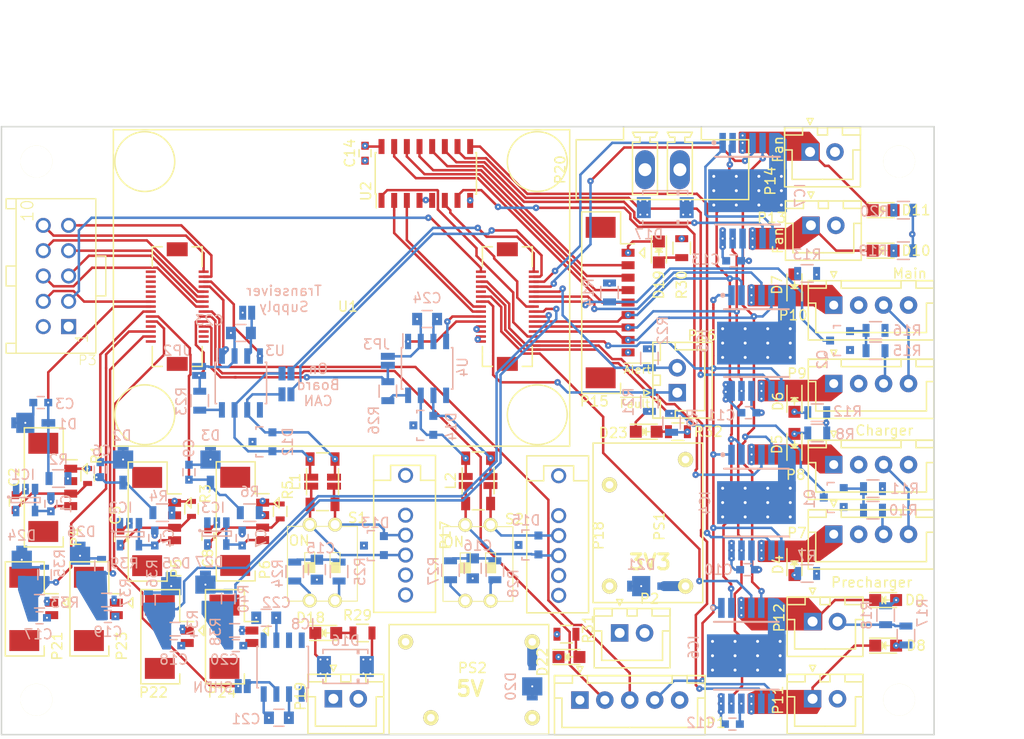
<source format=kicad_pcb>
(kicad_pcb (version 4) (host pcbnew no-vcs-found-product)
  (title_block (company "TERA TU Graz"))
  (layers (0 F.Cu signal) (1 In1.Cu signal hide) (2 In2.Cu signal hide) (31 B.Cu signal) (34 B.Paste user) (35 F.Paste user) (36 B.SilkS user) (37 F.SilkS user) (38 B.Mask user) (39 F.Mask user) (44 Edge.Cuts user))
  (net 0 "")
  (net 1 +3V3)
  (net 2 /CAN_connect/CAN1/CAN_supply)
  (net 3 GND)
  (net 4 /CAN2_RS)
  (net 5 /CAN1_RS)
  (net 6 /~TMP_REF_SHDN)
  (net 7 /TemperatureMeasurement/~SHDN)
  (net 8 /JTMS)
  (net 9 /NRST)
  (net 10 /JTCK)
  (net 11 /JTDI)
  (net 12 /JTDO)
  (net 13 /JTNRST)
  (net 14 /USART_TXD)
  (net 15 /USART_RXD)
  (net 16 /TS2)
  (net 17 +5V)
  (net 18 /LEM2)
  (net 19 /LEM1)
  (net 20 /TS4)
  (net 21 /TS1)
  (net 22 /LEM3)
  (net 23 /TS3)
  (net 24 +12L)
  (net 25 +12V)
  (net 26 /Interlock_OK)
  (net 27 /MOSI)
  (net 28 /Precharge_Fault)
  (net 29 /SCLK)
  (net 30 /SPI_Controller/NCS8)
  (net 31 /MISO)
  (net 32 /Main_Fault)
  (net 33 /SPI_Controller/NCS7)
  (net 34 /SuperCharger_Fault)
  (net 35 /SPI_Controller/NCS6)
  (net 36 /FAN_PWM)
  (net 37 /SPI_Controller/NCS5)
  (net 38 "Net-(Q1-Pad1)")
  (net 39 /Main_On)
  (net 40 "Net-(Q2-Pad1)")
  (net 41 /SuperCharger_ON)
  (net 42 "Net-(R24-Pad1)")
  (net 43 "Net-(R25-Pad1)")
  (net 44 "Net-(R27-Pad1)")
  (net 45 "Net-(R28-Pad1)")
  (net 46 "Net-(C15-Pad1)")
  (net 47 "Net-(P6-Pad2)")
  (net 48 "Net-(R23-Pad1)")
  (net 49 "Net-(P4-Pad2)")
  (net 50 "Net-(P5-Pad2)")
  (net 51 "Net-(D18-Pad2)")
  (net 52 "Net-(R26-Pad1)")
  (net 53 "Net-(C16-Pad1)")
  (net 54 "Net-(D19-Pad2)")
  (net 55 "Net-(D22-Pad2)")
  (net 56 "Net-(D23-Pad2)")
  (net 57 "Net-(P21-Pad1)")
  (net 58 "Net-(P22-Pad1)")
  (net 59 /NFAULT)
  (net 60 "Net-(D5-Pad2)")
  (net 61 "Net-(D4-Pad2)")
  (net 62 "Net-(P23-Pad1)")
  (net 63 "Net-(P24-Pad1)")
  (net 64 /NALERT)
  (net 65 "Net-(D11-Pad2)")
  (net 66 "Net-(D10-Pad2)")
  (net 67 "Net-(D9-Pad2)")
  (net 68 "Net-(P10-Pad3)")
  (net 69 "Net-(D7-Pad2)")
  (net 70 "Net-(D6-Pad2)")
  (net 71 "Net-(D8-Pad2)")
  (net 72 /CAN1_TXD)
  (net 73 /CAN1_RXD)
  (net 74 "Net-(U3-Pad5)")
  (net 75 /CAN2_TXD)
  (net 76 /CAN2_RXD)
  (net 77 "Net-(U4-Pad5)")
  (net 78 /TemperatureMeasurement/V_ref)
  (net 79 /CS_B0)
  (net 80 /CS_B1)
  (net 81 /CS_B2)
  (net 82 /SPI_CS)
  (net 83 /SPI_Controller/NCS4)
  (net 84 /SPI_Controller/NCS3)
  (net 85 /SPI_Controller/NCS2)
  (net 86 /SPI_Controller/NCS1)
  (net 87 "Net-(P18-Pad4)")
  (net 88 "Net-(P17-Pad4)")
  (net 89 /Interlock_On2)
  (net 90 /Interlock_On1)
  (net 91 "Net-(P7-Pad3)")
  (net 92 "Net-(U1-Pad1)")
  (net 93 "Net-(U1-Pad2)")
  (net 94 "Net-(U1-Pad3)")
  (net 95 /FAN_Fault)
  (net 96 "Net-(U1-Pad5)")
  (net 97 "Net-(U1-Pad6)")
  (net 98 "Net-(U1-Pad12)")
  (net 99 "Net-(U1-Pad15)")
  (net 100 "Net-(U1-Pad18)")
  (net 101 "Net-(U1-Pad17)")
  (net 102 "Net-(U1-Pad16)")
  (net 103 "Net-(U1-Pad35)")
  (net 104 /CAN_connect/CAN2/CANperi-)
  (net 105 /CAN_connect/CAN2/CANperi+)
  (net 106 /CAN_connect/CAN1/CANperi-)
  (net 107 /CAN_connect/CAN1/CANperi+)
  (net 108 /CAN_connect/CAN2/CAN-)
  (net 109 /CAN_connect/CAN2/CAN+)
  (net 110 /CAN_connect/CAN1/CAN-)
  (net 111 /CAN_connect/CAN1/CAN+)
  (net 112 /CAN_connect/CAN1-)
  (net 113 /CAN_connect/CAN1+)
  (net 114 /CurrentMeasurement/LEM3/LEM_VREF)
  (net 115 /CurrentMeasurement/LEM2/LEM_VREF)
  (net 116 /CurrentMeasurement/LEM1/LEM_VREF)
  (net 117 /RelayAndFanCtrl/MainRelais/out2)
  (net 118 /RelayAndFanCtrl/MainRelais/out1)
  (net 119 /RelayAndFanCtrl/SuperChargerRelais/out2)
  (net 120 /RelayAndFanCtrl/SuperChargerRelais/out1)
  (net 121 /RelayAndFanCtrl/PRECHARGER/out2)
  (net 122 /RelayAndFanCtrl/PRECHARGER/out1)
  (net 123 /RelayAndFanCtrl/FANS/out2)
  (net 124 /RelayAndFanCtrl/FANS/out1)
  (net 125 "Net-(P9-Pad3)")
  (net 126 "Net-(P7-Pad4)")
  (net 127 "Net-(U1-Pad4)")
  (net 128 "Net-(U1-Pad32)")
  (module Connectors_Molex:Molex_PicoBlade_53398-0471 (layer F.Cu) (at 87.105 92.124 270)
    (fp_text reference P5 (at 4.699 -2.921 270) (layer F.SilkS))
    (fp_text value CONN_01X04)
    (pad 1 smd rect (at -1.875 -2.75 270) (size 0.8 1.3) (layers F.Cu F.Paste F.Mask) (net 3 GND))
    (pad 2 smd rect (at -0.625 -2.75 270) (size 0.8 1.3) (layers F.Cu F.Paste F.Mask) (net 50 "Net-(P5-Pad2)"))
    (pad 3 smd rect (at 0.625 -2.75 270) (size 0.8 1.3) (layers F.Cu F.Paste F.Mask) (net 115 /CurrentMeasurement/LEM2/LEM_VREF))
    (pad 4 smd rect (at 1.875 -2.75 270) (size 0.8 1.3) (layers F.Cu F.Paste F.Mask) (net 17 +5V))
    (pad "" smd rect (at -4.425 0 270) (size 2.1 3) (layers F.Cu F.Paste F.Mask))
    (pad "" smd rect (at 4.425 0 270) (size 2.1 3) (layers F.Cu F.Paste F.Mask))
  )
  (module Connectors_Molex:Molex_PicoBlade_53398-0471 (layer F.Cu) (at 95.9315 92.104 270)
    (fp_text reference P6 (at 4.846 -2.9845 270) (layer F.SilkS))
    (fp_text value CONN_01X04)
    (pad 1 smd rect (at -1.875 -2.75 270) (size 0.8 1.3) (layers F.Cu F.Paste F.Mask) (net 3 GND))
    (pad 2 smd rect (at -0.625 -2.75 270) (size 0.8 1.3) (layers F.Cu F.Paste F.Mask) (net 47 "Net-(P6-Pad2)"))
    (pad 3 smd rect (at 0.625 -2.75 270) (size 0.8 1.3) (layers F.Cu F.Paste F.Mask) (net 114 /CurrentMeasurement/LEM3/LEM_VREF))
    (pad 4 smd rect (at 1.875 -2.75 270) (size 0.8 1.3) (layers F.Cu F.Paste F.Mask) (net 17 +5V))
    (pad "" smd rect (at -4.425 0 270) (size 2.1 3) (layers F.Cu F.Paste F.Mask))
    (pad "" smd rect (at 4.425 0 270) (size 2.1 3) (layers F.Cu F.Paste F.Mask))
  )
  (module Connectors_Molex:Molex_PicoBlade_53398-0471 (layer F.Cu) (at 76.691 88.695 270)
    (fp_text reference P4 (at 4.975 -3.3 270) (layer F.SilkS))
    (fp_text value CONN_01X04)
    (pad 1 smd rect (at -1.875 -2.75 270) (size 0.8 1.3) (layers F.Cu F.Paste F.Mask) (net 3 GND))
    (pad 2 smd rect (at -0.625 -2.75 270) (size 0.8 1.3) (layers F.Cu F.Paste F.Mask) (net 49 "Net-(P4-Pad2)"))
    (pad 3 smd rect (at 0.625 -2.75 270) (size 0.8 1.3) (layers F.Cu F.Paste F.Mask) (net 116 /CurrentMeasurement/LEM1/LEM_VREF))
    (pad 4 smd rect (at 1.875 -2.75 270) (size 0.8 1.3) (layers F.Cu F.Paste F.Mask) (net 17 +5V))
    (pad "" smd rect (at -4.425 0 270) (size 2.1 3) (layers F.Cu F.Paste F.Mask))
    (pad "" smd rect (at 4.425 0 270) (size 2.1 3) (layers F.Cu F.Paste F.Mask))
  )
  (module TO_SOT_Packages_SMD:SOT-23 (layer B.Cu) (at 109.838 94.534 270)
    (fp_text reference D13 (at -2.283 -0.127) (layer B.SilkS) (effects (justify mirror)))
    (fp_text value SUPPRESSOR)
    (pad 1 smd rect (at -0.95 -1.00076 270) (size 0.8001 0.8001) (layers B.Cu B.Paste B.Mask) (net 106 /CAN_connect/CAN1/CANperi-))
    (pad 2 smd rect (at 0.95 -1.00076 270) (size 0.8001 0.8001) (layers B.Cu B.Paste B.Mask) (net 107 /CAN_connect/CAN1/CANperi+))
    (pad 3 smd rect (at 0 0.99822 270) (size 0.8001 0.8001) (layers B.Cu B.Paste B.Mask) (net 3 GND))
  )
  (module Connectors_Molex:Molex_PicoBlade_53398-0971 (layer F.Cu) (at 132.571 70.153 270)
    (fp_text reference P15 (at 9.906 0.635) (layer F.SilkS))
    (fp_text value CONN_01X09)
    (pad 1 smd rect (at -5 -2.75 270) (size 0.8 1.3) (layers F.Cu F.Paste F.Mask) (net 3 GND))
    (pad 2 smd rect (at -3.75 -2.75 270) (size 0.8 1.3) (layers F.Cu F.Paste F.Mask) (net 83 /SPI_Controller/NCS4))
    (pad 3 smd rect (at -2.5 -2.75 270) (size 0.8 1.3) (layers F.Cu F.Paste F.Mask) (net 84 /SPI_Controller/NCS3))
    (pad 4 smd rect (at -1.25 -2.75 270) (size 0.8 1.3) (layers F.Cu F.Paste F.Mask) (net 85 /SPI_Controller/NCS2))
    (pad 5 smd rect (at 0 -2.75 270) (size 0.8 1.3) (layers F.Cu F.Paste F.Mask) (net 86 /SPI_Controller/NCS1))
    (pad 6 smd rect (at 1.25 -2.75 270) (size 0.8 1.3) (layers F.Cu F.Paste F.Mask) (net 27 /MOSI))
    (pad 7 smd rect (at 2.5 -2.75 270) (size 0.8 1.3) (layers F.Cu F.Paste F.Mask) (net 31 /MISO))
    (pad 8 smd rect (at 3.75 -2.75 270) (size 0.8 1.3) (layers F.Cu F.Paste F.Mask) (net 29 /SCLK))
    (pad 9 smd rect (at 5 -2.75 270) (size 0.8 1.3) (layers F.Cu F.Paste F.Mask) (net 1 +3V3))
    (pad "" smd rect (at -7.55 0 270) (size 2.1 3) (layers F.Cu F.Paste F.Mask))
    (pad "" smd rect (at 7.55 0 270) (size 2.1 3) (layers F.Cu F.Paste F.Mask))
  )
  (module Connectors_JST:JST_XH_B02B-XH-A_02x2.50mm_Straight (layer F.Cu) (at 140.2545 79.1935 90)
    (fp_text reference P16 (at 5.7385 2.4765 180) (layer F.SilkS))
    (fp_text value CONN_01X02)
    (pad 1 thru_hole rect (at 0 0 90) (size 1.75 1.75) (drill 1) (layers *.Cu *.Mask) (net 59 /NFAULT))
    (pad 2 thru_hole circle (at 2.5 0 90) (size 1.75 1.75) (drill 1) (layers *.Cu *.Mask) (net 64 /NALERT))
  )
  (module Mounting_Holes:MountingHole_3.2mm_M3 (layer F.Cu) (at 162.5 110)
    (fp_text reference REF** hide)
    (fp_text value MountingHole_3.2mm_M3 hide)
    (pad 1 np_thru_hole circle (at 0 0) (size 3.2 3.2) (drill 3.2) (layers *.Cu *.Mask F.SilkS))
  )
  (module Mounting_Holes:MountingHole_3.2mm_M3 (layer F.Cu) (at 162.5 56)
    (fp_text reference REF** hide)
    (fp_text value MountingHole_3.2mm_M3 hide)
    (pad 1 np_thru_hole circle (at 0 0) (size 3.2 3.2) (drill 3.2) (layers *.Cu *.Mask F.SilkS))
  )
  (module Mounting_Holes:MountingHole_3.2mm_M3 (layer F.Cu) (at 76 56)
    (fp_text reference REF** hide)
    (fp_text value MountingHole_3.2mm_M3 hide)
    (pad 1 np_thru_hole circle (at 0 0) (size 3.2 3.2) (drill 3.2) (layers *.Cu *.Mask F.SilkS))
  )
  (module tera_general:SOLDERJUMPER_2 (layer F.Cu) (at 119.0455 88.0515)
    (fp_text reference JP9 hide)
    (fp_text value Jumper_NO_Small)
    (pad 1 smd rect (at 0 -0.45) (size 1.4 0.7) (layers F.Cu F.Paste F.Mask) (net 109 /CAN_connect/CAN2/CAN+))
    (pad 2 smd rect (at 0 0.45) (size 1.4 0.7) (layers F.Cu F.Paste F.Mask) (net 105 /CAN_connect/CAN2/CANperi+))
  )
  (module tera_general:SOLDERJUMPER_2 (layer F.Cu) (at 105.8375 88.1205)
    (fp_text reference JP8 hide)
    (fp_text value Jumper_NO_Small)
    (pad 1 smd rect (at 0 -0.45) (size 1.4 0.7) (layers F.Cu F.Paste F.Mask) (net 110 /CAN_connect/CAN1/CAN-))
    (pad 2 smd rect (at 0 0.45) (size 1.4 0.7) (layers F.Cu F.Paste F.Mask) (net 106 /CAN_connect/CAN1/CANperi-))
  )
  (module tera_general:SOLDERJUMPER_2 (layer F.Cu) (at 103.5515 88.1205)
    (fp_text reference JP7 hide)
    (fp_text value Jumper_NO_Small)
    (pad 1 smd rect (at 0 -0.45) (size 1.4 0.7) (layers F.Cu F.Paste F.Mask) (net 111 /CAN_connect/CAN1/CAN+))
    (pad 2 smd rect (at 0 0.45) (size 1.4 0.7) (layers F.Cu F.Paste F.Mask) (net 107 /CAN_connect/CAN1/CANperi+))
  )
  (module tera_general:SOLDERJUMPER_2 (layer B.Cu) (at 101.0695 79.3605 90)
    (fp_text reference JP6 hide)
    (fp_text value Jumper_NO_Small)
    (pad 1 smd rect (at 0 0.45 90) (size 1.4 0.7) (layers B.Cu B.Paste B.Mask) (net 112 /CAN_connect/CAN1-))
    (pad 2 smd rect (at 0 -0.45 90) (size 1.4 0.7) (layers B.Cu B.Paste B.Mask) (net 110 /CAN_connect/CAN1/CAN-))
  )
  (module tera_general:SOLDERJUMPER_2 (layer B.Cu) (at 101.075 77.265 90)
    (fp_text reference JP5 hide)
    (fp_text value Jumper_NO_Small)
    (pad 1 smd rect (at 0 0.45 90) (size 1.4 0.7) (layers B.Cu B.Paste B.Mask) (net 113 /CAN_connect/CAN1+))
    (pad 2 smd rect (at 0 -0.45 90) (size 1.4 0.7) (layers B.Cu B.Paste B.Mask) (net 111 /CAN_connect/CAN1/CAN+))
  )
  (module tera_general:SOLDERJUMPER_2 (layer B.Cu) (at 97.1325 71.169 270)
    (fp_text reference JP4 hide)
    (fp_text value Jumper_NO_Small)
    (pad 1 smd rect (at 0 0.45 270) (size 1.4 0.7) (layers B.Cu B.Paste B.Mask) (net 1 +3V3))
    (pad 2 smd rect (at 0 -0.45 270) (size 1.4 0.7) (layers B.Cu B.Paste B.Mask) (net 2 /CAN_connect/CAN1/CAN_supply))
  )
  (module tera_general:SOLDERJUMPER_2 (layer B.Cu) (at 111.235 75.995 180)
    (fp_text reference JP3 (at 1.143 1.651 180) (layer B.SilkS) (effects (justify mirror)))
    (fp_text value Jumper_NO_Small)
    (pad 1 smd rect (at 0 0.45 180) (size 1.4 0.7) (layers B.Cu B.Paste B.Mask) (net 3 GND))
    (pad 2 smd rect (at 0 -0.45 180) (size 1.4 0.7) (layers B.Cu B.Paste B.Mask) (net 4 /CAN2_RS))
  )
  (module tera_general:SOLDERJUMPER_2 (layer B.Cu) (at 92.312 77.011 180)
    (fp_text reference JP2 (at 2.286 2.032 180) (layer B.SilkS) (effects (justify mirror)))
    (fp_text value Jumper_NO_Small)
    (pad 1 smd rect (at 0 0.45 180) (size 1.4 0.7) (layers B.Cu B.Paste B.Mask) (net 3 GND))
    (pad 2 smd rect (at 0 -0.45 180) (size 1.4 0.7) (layers B.Cu B.Paste B.Mask) (net 5 /CAN1_RS))
  )
  (module tera_general:SOLDERJUMPER_2 (layer B.Cu) (at 96.688 108.634 270)
    (fp_text reference JP1 hide)
    (fp_text value Jumper_NO_Small)
    (pad 1 smd rect (at 0 0.45 270) (size 1.4 0.7) (layers B.Cu B.Paste B.Mask) (net 6 /~TMP_REF_SHDN))
    (pad 2 smd rect (at 0 -0.45 270) (size 1.4 0.7) (layers B.Cu B.Paste B.Mask) (net 7 /TemperatureMeasurement/~SHDN))
  )
  (module tera_general:SOLDERJUMPER_2 (layer F.Cu) (at 121.522 88.057)
    (fp_text reference JP10 hide)
    (fp_text value Jumper_NO_Small)
    (pad 1 smd rect (at 0 -0.45) (size 1.4 0.7) (layers F.Cu F.Paste F.Mask) (net 108 /CAN_connect/CAN2/CAN-))
    (pad 2 smd rect (at 0 0.45) (size 1.4 0.7) (layers F.Cu F.Paste F.Mask) (net 104 /CAN_connect/CAN2/CANperi-))
  )
  (module tera_general:DO-216AA (layer B.Cu) (at 92.947 98.45 270)
    (fp_text reference D27 (at -2.262 -0.381) (layer B.SilkS) (effects (justify mirror)))
    (fp_text value 3V3)
    (pad 2 smd rect (at 0 0 270) (size 1.82 2.03) (layers B.Cu B.Paste B.Mask) (net 3 GND))
    (pad 1 smd rect (at 2.31 0 270) (size 1.38 0.75) (layers B.Cu B.Paste B.Mask) (net 16 /TS2))
    (pad 2 smd rect (at -1.16 0 270) (size 0.5 1.1) (layers B.Cu B.Paste B.Mask) (net 3 GND))
  )
  (module tera_general:DO-216AA (layer B.Cu) (at 125.713 108.658 90)
    (fp_text reference D20 (at 0 -2.159 90) (layer B.SilkS) (effects (justify mirror)))
    (fp_text value 5V)
    (pad 2 smd rect (at 0 0 90) (size 1.82 2.03) (layers B.Cu B.Paste B.Mask) (net 3 GND))
    (pad 1 smd rect (at 2.31 0 90) (size 1.38 0.75) (layers B.Cu B.Paste B.Mask) (net 17 +5V))
    (pad 2 smd rect (at -1.16 0 90) (size 0.5 1.1) (layers B.Cu B.Paste B.Mask) (net 3 GND))
  )
  (module tera_general:DO-216AA (layer B.Cu) (at 136.635 98.601)
    (fp_text reference D21 (at 0 -2.159) (layer B.SilkS) (effects (justify mirror)))
    (fp_text value 3V3)
    (pad 2 smd rect (at 0 0) (size 1.82 2.03) (layers B.Cu B.Paste B.Mask) (net 3 GND))
    (pad 1 smd rect (at 2.31 0) (size 1.38 0.75) (layers B.Cu B.Paste B.Mask) (net 1 +3V3))
    (pad 2 smd rect (at -1.16 0) (size 0.5 1.1) (layers B.Cu B.Paste B.Mask) (net 3 GND))
  )
  (module tera_general:DO-216AA (layer B.Cu) (at 84.692 85.901 270)
    (fp_text reference D2 (at -2.413 0.127) (layer B.SilkS) (effects (justify mirror)))
    (fp_text value 3V3)
    (pad 2 smd rect (at 0 0 270) (size 1.82 2.03) (layers B.Cu B.Paste B.Mask) (net 3 GND))
    (pad 1 smd rect (at 2.31 0 270) (size 1.38 0.75) (layers B.Cu B.Paste B.Mask) (net 18 /LEM2))
    (pad 2 smd rect (at -1.16 0 270) (size 0.5 1.1) (layers B.Cu B.Paste B.Mask) (net 3 GND))
  )
  (module tera_general:DO-216AA (layer B.Cu) (at 74.889 82.218)
    (fp_text reference D1 (at 4.215 0.127) (layer B.SilkS) (effects (justify mirror)))
    (fp_text value 3V3)
    (pad 2 smd rect (at 0 0) (size 1.82 2.03) (layers B.Cu B.Paste B.Mask) (net 3 GND))
    (pad 1 smd rect (at 2.31 0) (size 1.38 0.75) (layers B.Cu B.Paste B.Mask) (net 19 /LEM1))
    (pad 2 smd rect (at -1.16 0) (size 0.5 1.1) (layers B.Cu B.Paste B.Mask) (net 3 GND))
  )
  (module tera_general:DO-216AA (layer B.Cu) (at 80.374 95.553 270)
    (fp_text reference D26 (at -2.413 -0.127) (layer B.SilkS) (effects (justify mirror)))
    (fp_text value 3V3)
    (pad 2 smd rect (at 0 0 270) (size 1.82 2.03) (layers B.Cu B.Paste B.Mask) (net 3 GND))
    (pad 1 smd rect (at 2.31 0 270) (size 1.38 0.75) (layers B.Cu B.Paste B.Mask) (net 20 /TS4))
    (pad 2 smd rect (at -1.16 0 270) (size 0.5 1.1) (layers B.Cu B.Paste B.Mask) (net 3 GND))
  )
  (module tera_general:DO-216AA (layer B.Cu) (at 89.518 98.601 270)
    (fp_text reference D25 (at -2.286 -0.508) (layer B.SilkS) (effects (justify mirror)))
    (fp_text value 3V3)
    (pad 2 smd rect (at 0 0 270) (size 1.82 2.03) (layers B.Cu B.Paste B.Mask) (net 3 GND))
    (pad 1 smd rect (at 2.31 0 270) (size 1.38 0.75) (layers B.Cu B.Paste B.Mask) (net 21 /TS1))
    (pad 2 smd rect (at -1.16 0 270) (size 0.5 1.1) (layers B.Cu B.Paste B.Mask) (net 3 GND))
  )
  (module tera_general:DO-216AA (layer B.Cu) (at 93.455 85.901 270)
    (fp_text reference D3 (at -2.413 0) (layer B.SilkS) (effects (justify mirror)))
    (fp_text value 3V3)
    (pad 2 smd rect (at 0 0 270) (size 1.82 2.03) (layers B.Cu B.Paste B.Mask) (net 3 GND))
    (pad 1 smd rect (at 2.31 0 270) (size 1.38 0.75) (layers B.Cu B.Paste B.Mask) (net 22 /LEM3))
    (pad 2 smd rect (at -1.16 0 270) (size 0.5 1.1) (layers B.Cu B.Paste B.Mask) (net 3 GND))
  )
  (module tera_general:DO-216AA (layer B.Cu) (at 74.532 95.951 270)
    (fp_text reference D24 (at -2.43 0) (layer B.SilkS) (effects (justify mirror)))
    (fp_text value 3V3)
    (pad 2 smd rect (at 0 0 270) (size 1.82 2.03) (layers B.Cu B.Paste B.Mask) (net 3 GND))
    (pad 1 smd rect (at 2.31 0 270) (size 1.38 0.75) (layers B.Cu B.Paste B.Mask) (net 23 /TS3))
    (pad 2 smd rect (at -1.16 0 270) (size 0.5 1.1) (layers B.Cu B.Paste B.Mask) (net 3 GND))
  )
  (module TO_SOT_Packages_SMD:SOT-23-5 (layer B.Cu) (at 85.327 93.394 270)
    (fp_text reference IC2 (at -2.667 0.889) (layer B.SilkS) (effects (justify mirror)))
    (fp_text value LM4132A-1.8)
    (pad 1 smd rect (at -1.1 0.95 270) (size 1.06 0.65) (layers B.Cu B.Paste B.Mask))
    (pad 2 smd rect (at -1.1 0 270) (size 1.06 0.65) (layers B.Cu B.Paste B.Mask) (net 3 GND))
    (pad 3 smd rect (at -1.1 -0.95 270) (size 1.06 0.65) (layers B.Cu B.Paste B.Mask) (net 17 +5V))
    (pad 4 smd rect (at 1.1 -0.95 270) (size 1.06 0.65) (layers B.Cu B.Paste B.Mask) (net 17 +5V))
    (pad 5 smd rect (at 1.1 0.95 270) (size 1.06 0.65) (layers B.Cu B.Paste B.Mask) (net 115 /CurrentMeasurement/LEM2/LEM_VREF))
  )
  (module TO_SOT_Packages_SMD:SOT-23-5 (layer B.Cu) (at 94.09 93.3305 270)
    (fp_text reference IC3 (at -2.6035 0.381) (layer B.SilkS) (effects (justify mirror)))
    (fp_text value LM4132A-1.8)
    (pad 1 smd rect (at -1.1 0.95 270) (size 1.06 0.65) (layers B.Cu B.Paste B.Mask))
    (pad 2 smd rect (at -1.1 0 270) (size 1.06 0.65) (layers B.Cu B.Paste B.Mask) (net 3 GND))
    (pad 3 smd rect (at -1.1 -0.95 270) (size 1.06 0.65) (layers B.Cu B.Paste B.Mask) (net 17 +5V))
    (pad 4 smd rect (at 1.1 -0.95 270) (size 1.06 0.65) (layers B.Cu B.Paste B.Mask) (net 17 +5V))
    (pad 5 smd rect (at 1.1 0.95 270) (size 1.06 0.65) (layers B.Cu B.Paste B.Mask) (net 114 /CurrentMeasurement/LEM3/LEM_VREF))
  )
  (module TO_SOT_Packages_SMD:SOT-23-5 (layer B.Cu) (at 74.913 89.965 270)
    (fp_text reference IC1 (at -2.54 0.254) (layer B.SilkS) (effects (justify mirror)))
    (fp_text value LM4132A-1.8)
    (pad 1 smd rect (at -1.1 0.95 270) (size 1.06 0.65) (layers B.Cu B.Paste B.Mask))
    (pad 2 smd rect (at -1.1 0 270) (size 1.06 0.65) (layers B.Cu B.Paste B.Mask) (net 3 GND))
    (pad 3 smd rect (at -1.1 -0.95 270) (size 1.06 0.65) (layers B.Cu B.Paste B.Mask) (net 17 +5V))
    (pad 4 smd rect (at 1.1 -0.95 270) (size 1.06 0.65) (layers B.Cu B.Paste B.Mask) (net 17 +5V))
    (pad 5 smd rect (at 1.1 0.95 270) (size 1.06 0.65) (layers B.Cu B.Paste B.Mask) (net 116 /CurrentMeasurement/LEM1/LEM_VREF))
  )
  (module TO_SOT_Packages_SMD:SOT-23 (layer B.Cu) (at 114.791 82.472 270)
    (fp_text reference D14 (at 0.127 -2.794 270) (layer B.SilkS) (effects (justify mirror)))
    (fp_text value SUPPRESSOR)
    (pad 1 smd rect (at -0.95 -1.00076 270) (size 0.8001 0.8001) (layers B.Cu B.Paste B.Mask) (net 108 /CAN_connect/CAN2/CAN-))
    (pad 2 smd rect (at 0.95 -1.00076 270) (size 0.8001 0.8001) (layers B.Cu B.Paste B.Mask) (net 109 /CAN_connect/CAN2/CAN+))
    (pad 3 smd rect (at 0 0.99822 270) (size 0.8001 0.8001) (layers B.Cu B.Paste B.Mask) (net 3 GND))
  )
  (module TO_SOT_Packages_SMD:SOT-23 (layer B.Cu) (at 155.939 89.711 270)
    (fp_text reference Q1 (at 0.127 2.413 270) (layer B.SilkS) (effects (justify mirror)))
    (fp_text value BSS205N)
    (pad 1 smd rect (at -0.95 -1.00076 270) (size 0.8001 0.8001) (layers B.Cu B.Paste B.Mask) (net 38 "Net-(Q1-Pad1)"))
    (pad 2 smd rect (at 0.95 -1.00076 270) (size 0.8001 0.8001) (layers B.Cu B.Paste B.Mask) (net 3 GND))
    (pad 3 smd rect (at 0 0.99822 270) (size 0.8001 0.8001) (layers B.Cu B.Paste B.Mask) (net 41 /SuperCharger_ON))
  )
  (module TO_SOT_Packages_SMD:SOT-23 (layer B.Cu) (at 125.332 94.4705 270)
    (fp_text reference D15 (at -2.4735 0.254) (layer B.SilkS) (effects (justify mirror)))
    (fp_text value SUPPRESSOR)
    (pad 1 smd rect (at -0.95 -1.00076 270) (size 0.8001 0.8001) (layers B.Cu B.Paste B.Mask) (net 104 /CAN_connect/CAN2/CANperi-))
    (pad 2 smd rect (at 0.95 -1.00076 270) (size 0.8001 0.8001) (layers B.Cu B.Paste B.Mask) (net 105 /CAN_connect/CAN2/CANperi+))
    (pad 3 smd rect (at 0 0.99822 270) (size 0.8001 0.8001) (layers B.Cu B.Paste B.Mask) (net 3 GND))
  )
  (module TO_SOT_Packages_SMD:SOT-23 (layer B.Cu) (at 156.574 73.963 270)
    (fp_text reference Q2 (at 1.905 1.778 270) (layer B.SilkS) (effects (justify mirror)))
    (fp_text value BSS205N)
    (pad 1 smd rect (at -0.95 -1.00076 270) (size 0.8001 0.8001) (layers B.Cu B.Paste B.Mask) (net 40 "Net-(Q2-Pad1)"))
    (pad 2 smd rect (at 0.95 -1.00076 270) (size 0.8001 0.8001) (layers B.Cu B.Paste B.Mask) (net 3 GND))
    (pad 3 smd rect (at 0 0.99822 270) (size 0.8001 0.8001) (layers B.Cu B.Paste B.Mask) (net 39 /Main_On))
  )
  (module TO_SOT_Packages_SMD:SOT-23 (layer B.Cu) (at 98.662 84.123 270)
    (fp_text reference D12 (at 0 -2.54 90) (layer B.SilkS) (effects (justify mirror)))
    (fp_text value SUPPRESSOR)
    (pad 1 smd rect (at -0.95 -1.00076 270) (size 0.8001 0.8001) (layers B.Cu B.Paste B.Mask) (net 110 /CAN_connect/CAN1/CAN-))
    (pad 2 smd rect (at 0.95 -1.00076 270) (size 0.8001 0.8001) (layers B.Cu B.Paste B.Mask) (net 111 /CAN_connect/CAN1/CAN+))
    (pad 3 smd rect (at 0 0.99822 270) (size 0.8001 0.8001) (layers B.Cu B.Paste B.Mask) (net 3 GND))
  )
  (module Resistors_SMD:R_0805 (layer B.Cu) (at 97.392 91.235 180)
    (fp_text reference R6 (at 0 2.1 180) (layer B.SilkS) (effects (justify mirror)))
    (fp_text value 1K)
    (pad 1 smd rect (at -0.95 0 180) (size 0.7 1.3) (layers B.Cu B.Paste B.Mask) (net 47 "Net-(P6-Pad2)"))
    (pad 2 smd rect (at 0.95 0 180) (size 0.7 1.3) (layers B.Cu B.Paste B.Mask) (net 22 /LEM3))
  )
  (module Resistors_SMD:R_0805 (layer B.Cu) (at 92.3755 79.9955 90)
    (fp_text reference R23 (at -0.0635 -1.8415 90) (layer B.SilkS) (effects (justify mirror)))
    (fp_text value 56k)
    (pad 1 smd rect (at -0.95 0 90) (size 0.7 1.3) (layers B.Cu B.Paste B.Mask) (net 48 "Net-(R23-Pad1)"))
    (pad 2 smd rect (at 0.95 0 90) (size 0.7 1.3) (layers B.Cu B.Paste B.Mask) (net 5 /CAN1_RS))
  )
  (module Resistors_SMD:R_0805 (layer B.Cu) (at 78.215 87.806 180)
    (fp_text reference R2 (at 0 1.905 180) (layer B.SilkS) (effects (justify mirror)))
    (fp_text value 1K)
    (pad 1 smd rect (at -0.95 0 180) (size 0.7 1.3) (layers B.Cu B.Paste B.Mask) (net 49 "Net-(P4-Pad2)"))
    (pad 2 smd rect (at 0.95 0 180) (size 0.7 1.3) (layers B.Cu B.Paste B.Mask) (net 19 /LEM1))
  )
  (module Resistors_SMD:R_0805 (layer B.Cu) (at 88.629 91.235 180)
    (fp_text reference R4 (at 0.381 1.651 180) (layer B.SilkS) (effects (justify mirror)))
    (fp_text value 1K)
    (pad 1 smd rect (at -0.95 0 180) (size 0.7 1.3) (layers B.Cu B.Paste B.Mask) (net 50 "Net-(P5-Pad2)"))
    (pad 2 smd rect (at 0.95 0 180) (size 0.7 1.3) (layers B.Cu B.Paste B.Mask) (net 18 /LEM2))
  )
  (module Resistors_SMD:R_0805 (layer F.Cu) (at 108.695 103.3 180)
    (fp_text reference R29 (at 0.508 1.778 180) (layer F.SilkS))
    (fp_text value 12k)
    (pad 1 smd rect (at -0.95 0 180) (size 0.7 1.3) (layers F.Cu F.Paste F.Mask) (net 25 +12V))
    (pad 2 smd rect (at 0.95 0 180) (size 0.7 1.3) (layers F.Cu F.Paste F.Mask) (net 51 "Net-(D18-Pad2)"))
  )
  (module Resistors_SMD:R_0805 (layer B.Cu) (at 111.235 79.043 90)
    (fp_text reference R26 (at -2.921 -1.397 90) (layer B.SilkS) (effects (justify mirror)))
    (fp_text value 56k)
    (pad 1 smd rect (at -0.95 0 90) (size 0.7 1.3) (layers B.Cu B.Paste B.Mask) (net 52 "Net-(R26-Pad1)"))
    (pad 2 smd rect (at 0.95 0 90) (size 0.7 1.3) (layers B.Cu B.Paste B.Mask) (net 4 /CAN2_RS))
  )
  (module Resistors_SMD:R_0805 (layer F.Cu) (at 140.699 64.692 270)
    (fp_text reference R30 (at 3.683 0 270) (layer F.SilkS))
    (fp_text value 12k)
    (pad 1 smd rect (at -0.95 0 270) (size 0.7 1.3) (layers F.Cu F.Paste F.Mask) (net 24 +12L))
    (pad 2 smd rect (at 0.95 0 270) (size 0.7 1.3) (layers F.Cu F.Paste F.Mask) (net 54 "Net-(D19-Pad2)"))
  )
  (module Resistors_SMD:R_0805 (layer F.Cu) (at 129.142 103.427)
    (fp_text reference R31 (at 2.159 -0.508 90) (layer F.SilkS))
    (fp_text value 5k6)
    (pad 1 smd rect (at -0.95 0) (size 0.7 1.3) (layers F.Cu F.Paste F.Mask) (net 17 +5V))
    (pad 2 smd rect (at 0.95 0) (size 0.7 1.3) (layers F.Cu F.Paste F.Mask) (net 55 "Net-(D22-Pad2)"))
  )
  (module Resistors_SMD:R_0805 (layer F.Cu) (at 140.318 83.107 180)
    (fp_text reference R32 (at -3.048 0 180) (layer F.SilkS))
    (fp_text value 2k2)
    (pad 1 smd rect (at -0.95 0 180) (size 0.7 1.3) (layers F.Cu F.Paste F.Mask) (net 1 +3V3))
    (pad 2 smd rect (at 0.95 0 180) (size 0.7 1.3) (layers F.Cu F.Paste F.Mask) (net 56 "Net-(D23-Pad2)"))
  )
  (module Resistors_SMD:R_0805 (layer B.Cu) (at 137.4605 75.7435 90)
    (fp_text reference R22 (at 2.7965 1.3335 90) (layer B.SilkS) (effects (justify mirror)))
    (fp_text value 10k)
    (pad 1 smd rect (at -0.95 0 90) (size 0.7 1.3) (layers B.Cu B.Paste B.Mask) (net 64 /NALERT))
    (pad 2 smd rect (at 0.95 0 90) (size 0.7 1.3) (layers B.Cu B.Paste B.Mask) (net 3 GND))
  )
  (module Resistors_SMD:R_0805 (layer B.Cu) (at 154.288 83.234 180)
    (fp_text reference R8 (at -2.794 -0.127 180) (layer B.SilkS) (effects (justify mirror)))
    (fp_text value 12k)
    (pad 1 smd rect (at -0.95 0 180) (size 0.7 1.3) (layers B.Cu B.Paste B.Mask) (net 24 +12L))
    (pad 2 smd rect (at 0.95 0 180) (size 0.7 1.3) (layers B.Cu B.Paste B.Mask) (net 60 "Net-(D5-Pad2)"))
  )
  (module Resistors_SMD:R_0805 (layer B.Cu) (at 153.272 97.331 180)
    (fp_text reference R7 (at 0 1.778 180) (layer B.SilkS) (effects (justify mirror)))
    (fp_text value 12k)
    (pad 1 smd rect (at -0.95 0 180) (size 0.7 1.3) (layers B.Cu B.Paste B.Mask) (net 24 +12L))
    (pad 2 smd rect (at 0.95 0 180) (size 0.7 1.3) (layers B.Cu B.Paste B.Mask) (net 61 "Net-(D4-Pad2)"))
  )
  (module Resistors_SMD:R_0805 (layer B.Cu) (at 133.46 69.137 270)
    (fp_text reference R14 (at 0 2.1 270) (layer B.SilkS) (effects (justify mirror)))
    (fp_text value 10k)
    (pad 1 smd rect (at -0.95 0 270) (size 0.7 1.3) (layers B.Cu B.Paste B.Mask) (net 1 +3V3))
    (pad 2 smd rect (at 0.95 0 270) (size 0.7 1.3) (layers B.Cu B.Paste B.Mask) (net 39 /Main_On))
  )
  (module Resistors_SMD:R_0805 (layer B.Cu) (at 137.4605 80.12 270)
    (fp_text reference R21 (at 0 2.1 270) (layer B.SilkS) (effects (justify mirror)))
    (fp_text value 10k)
    (pad 1 smd rect (at -0.95 0 270) (size 0.7 1.3) (layers B.Cu B.Paste B.Mask) (net 59 /NFAULT))
    (pad 2 smd rect (at 0.95 0 270) (size 0.7 1.3) (layers B.Cu B.Paste B.Mask) (net 3 GND))
  )
  (module Resistors_SMD:R_0805 (layer B.Cu) (at 162.924 60.882 180)
    (fp_text reference R20 (at 2.921 -0.127 180) (layer B.SilkS) (effects (justify mirror)))
    (fp_text value 12k)
    (pad 1 smd rect (at -0.95 0 180) (size 0.7 1.3) (layers B.Cu B.Paste B.Mask) (net 24 +12L))
    (pad 2 smd rect (at 0.95 0 180) (size 0.7 1.3) (layers B.Cu B.Paste B.Mask) (net 65 "Net-(D11-Pad2)"))
  )
  (module Resistors_SMD:R_0805 (layer B.Cu) (at 162.924 64.946 180)
    (fp_text reference R19 (at 3.048 0 180) (layer B.SilkS) (effects (justify mirror)))
    (fp_text value 12k)
    (pad 1 smd rect (at -0.95 0 180) (size 0.7 1.3) (layers B.Cu B.Paste B.Mask) (net 24 +12L))
    (pad 2 smd rect (at 0.95 0 180) (size 0.7 1.3) (layers B.Cu B.Paste B.Mask) (net 66 "Net-(D10-Pad2)"))
  )
  (module Resistors_SMD:R_0805 (layer B.Cu) (at 161.146 101.522 90)
    (fp_text reference R18 (at 0 -1.905 90) (layer B.SilkS) (effects (justify mirror)))
    (fp_text value 12k)
    (pad 1 smd rect (at -0.95 0 90) (size 0.7 1.3) (layers B.Cu B.Paste B.Mask) (net 24 +12L))
    (pad 2 smd rect (at 0.95 0 90) (size 0.7 1.3) (layers B.Cu B.Paste B.Mask) (net 67 "Net-(D9-Pad2)"))
  )
  (module Resistors_SMD:R_0805 (layer B.Cu) (at 160.13 72.947)
    (fp_text reference R16 (at 3.175 0) (layer B.SilkS) (effects (justify mirror)))
    (fp_text value 12k)
    (pad 1 smd rect (at -0.95 0) (size 0.7 1.3) (layers B.Cu B.Paste B.Mask) (net 40 "Net-(Q2-Pad1)"))
    (pad 2 smd rect (at 0.95 0) (size 0.7 1.3) (layers B.Cu B.Paste B.Mask) (net 3 GND))
  )
  (module Resistors_SMD:R_0805 (layer B.Cu) (at 160.13 74.979 180)
    (fp_text reference R15 (at -3.175 0 180) (layer B.SilkS) (effects (justify mirror)))
    (fp_text value 47k)
    (pad 1 smd rect (at -0.95 0 180) (size 0.7 1.3) (layers B.Cu B.Paste B.Mask) (net 125 "Net-(P9-Pad3)"))
    (pad 2 smd rect (at 0.95 0 180) (size 0.7 1.3) (layers B.Cu B.Paste B.Mask) (net 40 "Net-(Q2-Pad1)"))
  )
  (module Resistors_SMD:R_0805 (layer B.Cu) (at 153.272 67.232 180)
    (fp_text reference R13 (at 0 1.905 180) (layer B.SilkS) (effects (justify mirror)))
    (fp_text value 12k)
    (pad 1 smd rect (at -0.95 0 180) (size 0.7 1.3) (layers B.Cu B.Paste B.Mask) (net 24 +12L))
    (pad 2 smd rect (at 0.95 0 180) (size 0.7 1.3) (layers B.Cu B.Paste B.Mask) (net 69 "Net-(D7-Pad2)"))
  )
  (module Resistors_SMD:R_0805 (layer B.Cu) (at 154.288 81.202 180)
    (fp_text reference R12 (at -3.048 0.127 180) (layer B.SilkS) (effects (justify mirror)))
    (fp_text value 12k)
    (pad 1 smd rect (at -0.95 0 180) (size 0.7 1.3) (layers B.Cu B.Paste B.Mask) (net 24 +12L))
    (pad 2 smd rect (at 0.95 0 180) (size 0.7 1.3) (layers B.Cu B.Paste B.Mask) (net 70 "Net-(D6-Pad2)"))
  )
  (module Resistors_SMD:R_0805 (layer B.Cu) (at 159.876 88.822)
    (fp_text reference R11 (at 3.175 0) (layer B.SilkS) (effects (justify mirror)))
    (fp_text value 12k)
    (pad 1 smd rect (at -0.95 0) (size 0.7 1.3) (layers B.Cu B.Paste B.Mask) (net 38 "Net-(Q1-Pad1)"))
    (pad 2 smd rect (at 0.95 0) (size 0.7 1.3) (layers B.Cu B.Paste B.Mask) (net 3 GND))
  )
  (module Resistors_SMD:R_0805 (layer B.Cu) (at 159.876 90.981 180)
    (fp_text reference R10 (at -3.048 0 180) (layer B.SilkS) (effects (justify mirror)))
    (fp_text value 47k)
    (pad 1 smd rect (at -0.95 0 180) (size 0.7 1.3) (layers B.Cu B.Paste B.Mask) (net 91 "Net-(P7-Pad3)"))
    (pad 2 smd rect (at 0.95 0 180) (size 0.7 1.3) (layers B.Cu B.Paste B.Mask) (net 38 "Net-(Q1-Pad1)"))
  )
  (module Resistors_SMD:R_0805 (layer B.Cu) (at 139.683 82.218 90)
    (fp_text reference R9 (at 0.508 2.1 90) (layer B.SilkS) (effects (justify mirror)))
    (fp_text value 10k)
    (pad 1 smd rect (at -0.95 0 90) (size 0.7 1.3) (layers B.Cu B.Paste B.Mask) (net 1 +3V3))
    (pad 2 smd rect (at 0.95 0 90) (size 0.7 1.3) (layers B.Cu B.Paste B.Mask) (net 41 /SuperCharger_ON))
  )
  (module Resistors_SMD:R_0805 (layer B.Cu) (at 163.178 103.554 270)
    (fp_text reference R17 (at -2.286 -1.651 270) (layer B.SilkS) (effects (justify mirror)))
    (fp_text value 12k)
    (pad 1 smd rect (at -0.95 0 270) (size 0.7 1.3) (layers B.Cu B.Paste B.Mask) (net 24 +12L))
    (pad 2 smd rect (at 0.95 0 270) (size 0.7 1.3) (layers B.Cu B.Paste B.Mask) (net 71 "Net-(D8-Pad2)"))
  )
  (module LEDs:LED_0805 (layer F.Cu) (at 161.146 104.57)
    (fp_text reference D8 (at 3.048 0) (layer F.SilkS))
    (fp_text value LED)
    (pad 2 smd rect (at 1.04902 0 180) (size 1.19888 1.19888) (layers F.Cu F.Paste F.Mask) (net 71 "Net-(D8-Pad2)"))
    (pad 1 smd rect (at -1.04902 0 180) (size 1.19888 1.19888) (layers F.Cu F.Paste F.Mask) (net 122 /RelayAndFanCtrl/PRECHARGER/out1))
  )
  (module LEDs:LED_0805 (layer F.Cu) (at 152.002 96.442 270)
    (fp_text reference D4 (at 0 1.651 270) (layer F.SilkS))
    (fp_text value LED)
    (pad 2 smd rect (at 1.04902 0 90) (size 1.19888 1.19888) (layers F.Cu F.Paste F.Mask) (net 61 "Net-(D4-Pad2)"))
    (pad 1 smd rect (at -1.04902 0 90) (size 1.19888 1.19888) (layers F.Cu F.Paste F.Mask) (net 120 /RelayAndFanCtrl/SuperChargerRelais/out1))
  )
  (module LEDs:LED_0805 (layer F.Cu) (at 152.002 84.377 90)
    (fp_text reference D5 (at 0 -1.75 90) (layer F.SilkS))
    (fp_text value LED)
    (pad 2 smd rect (at 1.04902 0 270) (size 1.19888 1.19888) (layers F.Cu F.Paste F.Mask) (net 60 "Net-(D5-Pad2)"))
    (pad 1 smd rect (at -1.04902 0 270) (size 1.19888 1.19888) (layers F.Cu F.Paste F.Mask) (net 119 /RelayAndFanCtrl/SuperChargerRelais/out2))
  )
  (module LEDs:LED_0805 (layer F.Cu) (at 152.002 80.059 270)
    (fp_text reference D6 (at 0 1.651 270) (layer F.SilkS))
    (fp_text value LED)
    (pad 2 smd rect (at 1.04902 0 90) (size 1.19888 1.19888) (layers F.Cu F.Paste F.Mask) (net 70 "Net-(D6-Pad2)"))
    (pad 1 smd rect (at -1.04902 0 90) (size 1.19888 1.19888) (layers F.Cu F.Paste F.Mask) (net 118 /RelayAndFanCtrl/MainRelais/out1))
  )
  (module LEDs:LED_0805 (layer F.Cu) (at 137.143 83.107)
    (fp_text reference D23 (at -3.302 0.127) (layer F.SilkS))
    (fp_text value LED)
    (pad 2 smd rect (at 1.04902 0 180) (size 1.19888 1.19888) (layers F.Cu F.Paste F.Mask) (net 56 "Net-(D23-Pad2)"))
    (pad 1 smd rect (at -1.04902 0 180) (size 1.19888 1.19888) (layers F.Cu F.Paste F.Mask) (net 3 GND))
  )
  (module LEDs:LED_0805 (layer F.Cu) (at 129.396 105.713)
    (fp_text reference D22 (at -2.667 0.508 90) (layer F.SilkS))
    (fp_text value LED)
    (pad 2 smd rect (at 1.04902 0 180) (size 1.19888 1.19888) (layers F.Cu F.Paste F.Mask) (net 55 "Net-(D22-Pad2)"))
    (pad 1 smd rect (at -1.04902 0 180) (size 1.19888 1.19888) (layers F.Cu F.Paste F.Mask) (net 3 GND))
  )
  (module LEDs:LED_0805 (layer F.Cu) (at 161.146 99.998)
    (fp_text reference D9 (at 2.921 0) (layer F.SilkS))
    (fp_text value LED)
    (pad 2 smd rect (at 1.04902 0 180) (size 1.19888 1.19888) (layers F.Cu F.Paste F.Mask) (net 67 "Net-(D9-Pad2)"))
    (pad 1 smd rect (at -1.04902 0 180) (size 1.19888 1.19888) (layers F.Cu F.Paste F.Mask) (net 121 /RelayAndFanCtrl/PRECHARGER/out2))
  )
  (module LEDs:LED_0805 (layer F.Cu) (at 138.413 65.073 270)
    (fp_text reference D19 (at 3.302 0 270) (layer F.SilkS))
    (fp_text value LED)
    (pad 2 smd rect (at 1.04902 0 90) (size 1.19888 1.19888) (layers F.Cu F.Paste F.Mask) (net 54 "Net-(D19-Pad2)"))
    (pad 1 smd rect (at -1.04902 0 90) (size 1.19888 1.19888) (layers F.Cu F.Paste F.Mask) (net 3 GND))
  )
  (module LEDs:LED_0805 (layer F.Cu) (at 105.012 103.3)
    (fp_text reference D18 (at -1.524 -1.524) (layer F.SilkS))
    (fp_text value LED)
    (pad 2 smd rect (at 1.04902 0 180) (size 1.19888 1.19888) (layers F.Cu F.Paste F.Mask) (net 51 "Net-(D18-Pad2)"))
    (pad 1 smd rect (at -1.04902 0 180) (size 1.19888 1.19888) (layers F.Cu F.Paste F.Mask) (net 3 GND))
  )
  (module LEDs:LED_0805 (layer F.Cu) (at 160.892 64.946)
    (fp_text reference D10 (at 3.302 0) (layer F.SilkS))
    (fp_text value LED)
    (pad 2 smd rect (at 1.04902 0 180) (size 1.19888 1.19888) (layers F.Cu F.Paste F.Mask) (net 66 "Net-(D10-Pad2)"))
    (pad 1 smd rect (at -1.04902 0 180) (size 1.19888 1.19888) (layers F.Cu F.Paste F.Mask) (net 124 /RelayAndFanCtrl/FANS/out1))
  )
  (module LEDs:LED_0805 (layer F.Cu) (at 160.892 60.882)
    (fp_text reference D11 (at 3.302 0) (layer F.SilkS))
    (fp_text value LED)
    (pad 2 smd rect (at 1.04902 0 180) (size 1.19888 1.19888) (layers F.Cu F.Paste F.Mask) (net 65 "Net-(D11-Pad2)"))
    (pad 1 smd rect (at -1.04902 0 180) (size 1.19888 1.19888) (layers F.Cu F.Paste F.Mask) (net 123 /RelayAndFanCtrl/FANS/out2))
  )
  (module LEDs:LED_0805 (layer F.Cu) (at 152.002 68.375 90)
    (fp_text reference D7 (at 0 -1.75 90) (layer F.SilkS))
    (fp_text value LED)
    (pad 2 smd rect (at 1.04902 0 270) (size 1.19888 1.19888) (layers F.Cu F.Paste F.Mask) (net 69 "Net-(D7-Pad2)"))
    (pad 1 smd rect (at -1.04902 0 270) (size 1.19888 1.19888) (layers F.Cu F.Paste F.Mask) (net 117 /RelayAndFanCtrl/MainRelais/out2))
  )
  (module Housings_SOIC:SOIC-8_3.9x4.9mm_Pitch1.27mm (layer B.Cu) (at 96.503 78.2175 270)
    (fp_text reference U3 (at -3.2385 -3.429) (layer B.SilkS) (effects (justify mirror)))
    (fp_text value SN65HVD230)
    (pad 1 smd rect (at -2.7 1.905 270) (size 1.55 0.6) (layers B.Cu B.Paste B.Mask) (net 72 /CAN1_TXD))
    (pad 2 smd rect (at -2.7 0.635 270) (size 1.55 0.6) (layers B.Cu B.Paste B.Mask) (net 3 GND))
    (pad 3 smd rect (at -2.7 -0.635 270) (size 1.55 0.6) (layers B.Cu B.Paste B.Mask) (net 2 /CAN_connect/CAN1/CAN_supply))
    (pad 4 smd rect (at -2.7 -1.905 270) (size 1.55 0.6) (layers B.Cu B.Paste B.Mask) (net 73 /CAN1_RXD))
    (pad 5 smd rect (at 2.7 -1.905 270) (size 1.55 0.6) (layers B.Cu B.Paste B.Mask) (net 74 "Net-(U3-Pad5)"))
    (pad 6 smd rect (at 2.7 -0.635 270) (size 1.55 0.6) (layers B.Cu B.Paste B.Mask) (net 110 /CAN_connect/CAN1/CAN-))
    (pad 7 smd rect (at 2.7 0.635 270) (size 1.55 0.6) (layers B.Cu B.Paste B.Mask) (net 111 /CAN_connect/CAN1/CAN+))
    (pad 8 smd rect (at 2.7 1.905 270) (size 1.55 0.6) (layers B.Cu B.Paste B.Mask) (net 48 "Net-(R23-Pad1)"))
  )
  (module Housings_SOIC:SOIC-8_3.9x4.9mm_Pitch1.27mm (layer B.Cu) (at 115.172 76.757 270)
    (fp_text reference U4 (at -0.127 -3.556 270) (layer B.SilkS) (effects (justify mirror)))
    (fp_text value SN65HVD230)
    (pad 1 smd rect (at -2.7 1.905 270) (size 1.55 0.6) (layers B.Cu B.Paste B.Mask) (net 75 /CAN2_TXD))
    (pad 2 smd rect (at -2.7 0.635 270) (size 1.55 0.6) (layers B.Cu B.Paste B.Mask) (net 3 GND))
    (pad 3 smd rect (at -2.7 -0.635 270) (size 1.55 0.6) (layers B.Cu B.Paste B.Mask) (net 1 +3V3))
    (pad 4 smd rect (at -2.7 -1.905 270) (size 1.55 0.6) (layers B.Cu B.Paste B.Mask) (net 76 /CAN2_RXD))
    (pad 5 smd rect (at 2.7 -1.905 270) (size 1.55 0.6) (layers B.Cu B.Paste B.Mask) (net 77 "Net-(U4-Pad5)"))
    (pad 6 smd rect (at 2.7 -0.635 270) (size 1.55 0.6) (layers B.Cu B.Paste B.Mask) (net 108 /CAN_connect/CAN2/CAN-))
    (pad 7 smd rect (at 2.7 0.635 270) (size 1.55 0.6) (layers B.Cu B.Paste B.Mask) (net 109 /CAN_connect/CAN2/CAN+))
    (pad 8 smd rect (at 2.7 1.905 270) (size 1.55 0.6) (layers B.Cu B.Paste B.Mask) (net 52 "Net-(R26-Pad1)"))
  )
  (module Housings_SOIC:SOIC-8_3.9x4.9mm_Pitch1.27mm (layer B.Cu) (at 100.694 106.729 90)
    (fp_text reference IC8 (at 4.318 2.032 180) (layer B.SilkS) (effects (justify mirror)))
    (fp_text value LT1461ACS8-5)
    (pad 1 smd rect (at -2.7 1.905 90) (size 1.55 0.6) (layers B.Cu B.Paste B.Mask))
    (pad 2 smd rect (at -2.7 0.635 90) (size 1.55 0.6) (layers B.Cu B.Paste B.Mask) (net 25 +12V))
    (pad 3 smd rect (at -2.7 -0.635 90) (size 1.55 0.6) (layers B.Cu B.Paste B.Mask) (net 7 /TemperatureMeasurement/~SHDN))
    (pad 4 smd rect (at -2.7 -1.905 90) (size 1.55 0.6) (layers B.Cu B.Paste B.Mask) (net 3 GND))
    (pad 5 smd rect (at 2.7 -1.905 90) (size 1.55 0.6) (layers B.Cu B.Paste B.Mask))
    (pad 6 smd rect (at 2.7 -0.635 90) (size 1.55 0.6) (layers B.Cu B.Paste B.Mask) (net 78 /TemperatureMeasurement/V_ref))
    (pad 7 smd rect (at 2.7 0.635 90) (size 1.55 0.6) (layers B.Cu B.Paste B.Mask))
    (pad 8 smd rect (at 2.7 1.905 90) (size 1.55 0.6) (layers B.Cu B.Paste B.Mask))
  )
  (module Housings_SOIC:SOIC-16_3.9x9.9mm_Pitch1.27mm (layer F.Cu) (at 115.045 57.199 90)
    (fp_text reference U2 (at -1.778 -6 90) (layer F.SilkS))
    (fp_text value 74LS138)
    (pad 1 smd rect (at -2.7 -4.445 90) (size 1.5 0.6) (layers F.Cu F.Paste F.Mask) (net 79 /CS_B0))
    (pad 2 smd rect (at -2.7 -3.175 90) (size 1.5 0.6) (layers F.Cu F.Paste F.Mask) (net 80 /CS_B1))
    (pad 3 smd rect (at -2.7 -1.905 90) (size 1.5 0.6) (layers F.Cu F.Paste F.Mask) (net 81 /CS_B2))
    (pad 4 smd rect (at -2.7 -0.635 90) (size 1.5 0.6) (layers F.Cu F.Paste F.Mask) (net 3 GND))
    (pad 5 smd rect (at -2.7 0.635 90) (size 1.5 0.6) (layers F.Cu F.Paste F.Mask) (net 3 GND))
    (pad 6 smd rect (at -2.7 1.905 90) (size 1.5 0.6) (layers F.Cu F.Paste F.Mask) (net 82 /SPI_CS))
    (pad 7 smd rect (at -2.7 3.175 90) (size 1.5 0.6) (layers F.Cu F.Paste F.Mask) (net 30 /SPI_Controller/NCS8))
    (pad 8 smd rect (at -2.7 4.445 90) (size 1.5 0.6) (layers F.Cu F.Paste F.Mask) (net 3 GND))
    (pad 9 smd rect (at 2.7 4.445 90) (size 1.5 0.6) (layers F.Cu F.Paste F.Mask) (net 33 /SPI_Controller/NCS7))
    (pad 10 smd rect (at 2.7 3.175 90) (size 1.5 0.6) (layers F.Cu F.Paste F.Mask) (net 35 /SPI_Controller/NCS6))
    (pad 11 smd rect (at 2.7 1.905 90) (size 1.5 0.6) (layers F.Cu F.Paste F.Mask) (net 37 /SPI_Controller/NCS5))
    (pad 12 smd rect (at 2.7 0.635 90) (size 1.5 0.6) (layers F.Cu F.Paste F.Mask) (net 83 /SPI_Controller/NCS4))
    (pad 13 smd rect (at 2.7 -0.635 90) (size 1.5 0.6) (layers F.Cu F.Paste F.Mask) (net 84 /SPI_Controller/NCS3))
    (pad 14 smd rect (at 2.7 -1.905 90) (size 1.5 0.6) (layers F.Cu F.Paste F.Mask) (net 85 /SPI_Controller/NCS2))
    (pad 15 smd rect (at 2.7 -3.175 90) (size 1.5 0.6) (layers F.Cu F.Paste F.Mask) (net 86 /SPI_Controller/NCS1))
    (pad 16 smd rect (at 2.7 -4.445 90) (size 1.5 0.6) (layers F.Cu F.Paste F.Mask) (net 1 +3V3))
  )
  (module Connectors_Molex:Molex_PicoBlade_53398-0271 (layer F.Cu) (at 94.852 103.681 270)
    (fp_text reference P24 (at 5.588 0.254) (layer F.SilkS))
    (fp_text value CONN_01X02)
    (pad 1 smd rect (at -0.625 -2.75 270) (size 0.8 1.3) (layers F.Cu F.Paste F.Mask) (net 63 "Net-(P24-Pad1)"))
    (pad 2 smd rect (at 0.625 -2.75 270) (size 0.8 1.3) (layers F.Cu F.Paste F.Mask) (net 78 /TemperatureMeasurement/V_ref))
    (pad "" smd rect (at -3.175 0 270) (size 2.1 3) (layers F.Cu F.Paste F.Mask))
    (pad "" smd rect (at 3.175 0 270) (size 2.1 3) (layers F.Cu F.Paste F.Mask))
  )
  (module Connectors_Molex:Molex_PicoBlade_53398-0271 (layer F.Cu) (at 81.263 100.887 270)
    (fp_text reference P23 (at 3.725 -3.3 270) (layer F.SilkS))
    (fp_text value CONN_01X02)
    (pad 1 smd rect (at -0.625 -2.75 270) (size 0.8 1.3) (layers F.Cu F.Paste F.Mask) (net 62 "Net-(P23-Pad1)"))
    (pad 2 smd rect (at 0.625 -2.75 270) (size 0.8 1.3) (layers F.Cu F.Paste F.Mask) (net 78 /TemperatureMeasurement/V_ref))
    (pad "" smd rect (at -3.175 0 270) (size 2.1 3) (layers F.Cu F.Paste F.Mask))
    (pad "" smd rect (at 3.175 0 270) (size 2.1 3) (layers F.Cu F.Paste F.Mask))
  )
  (module Connectors_Molex:Molex_PicoBlade_53398-0271 (layer F.Cu) (at 88.375 103.681 270)
    (fp_text reference P22 (at 5.588 0.635) (layer F.SilkS))
    (fp_text value CONN_01X02)
    (pad 1 smd rect (at -0.625 -2.75 270) (size 0.8 1.3) (layers F.Cu F.Paste F.Mask) (net 58 "Net-(P22-Pad1)"))
    (pad 2 smd rect (at 0.625 -2.75 270) (size 0.8 1.3) (layers F.Cu F.Paste F.Mask) (net 78 /TemperatureMeasurement/V_ref))
    (pad "" smd rect (at -3.175 0 270) (size 2.1 3) (layers F.Cu F.Paste F.Mask))
    (pad "" smd rect (at 3.175 0 270) (size 2.1 3) (layers F.Cu F.Paste F.Mask))
  )
  (module Connectors_Molex:Molex_PicoBlade_53398-0271 (layer F.Cu) (at 74.786 100.887 270)
    (fp_text reference P21 (at 3.725 -3.3 270) (layer F.SilkS))
    (fp_text value CONN_01X02)
    (pad 1 smd rect (at -0.625 -2.75 270) (size 0.8 1.3) (layers F.Cu F.Paste F.Mask) (net 57 "Net-(P21-Pad1)"))
    (pad 2 smd rect (at 0.625 -2.75 270) (size 0.8 1.3) (layers F.Cu F.Paste F.Mask) (net 78 /TemperatureMeasurement/V_ref))
    (pad "" smd rect (at -3.175 0 270) (size 2.1 3) (layers F.Cu F.Paste F.Mask))
    (pad "" smd rect (at 3.175 0 270) (size 2.1 3) (layers F.Cu F.Paste F.Mask))
  )
  (module Connectors_JST:JST_XH_B05B-XH-A_05x2.50mm_Straight (layer F.Cu) (at 130.492 110.031)
    (fp_text reference P1 (at 13.636 2.286) (layer F.SilkS))
    (fp_text value CONN_01X05)
    (pad 1 thru_hole rect (at 0 0) (size 1.75 1.75) (drill 0.9) (layers *.Cu *.Mask) (net 3 GND))
    (pad 2 thru_hole circle (at 2.5 0) (size 1.75 1.75) (drill 0.9) (layers *.Cu *.Mask) (net 89 /Interlock_On2))
    (pad 3 thru_hole circle (at 5 0) (size 1.75 1.75) (drill 0.9) (layers *.Cu *.Mask) (net 90 /Interlock_On1))
    (pad 4 thru_hole circle (at 7.5 0) (size 1.75 1.75) (drill 0.9) (layers *.Cu *.Mask) (net 26 /Interlock_OK))
    (pad 5 thru_hole circle (at 10 0) (size 1.75 1.75) (drill 0.9) (layers *.Cu *.Mask) (net 17 +5V))
  )
  (module Connectors_JST:JST_XH_B04B-XH-A_04x2.50mm_Straight (layer F.Cu) (at 155.939 93.394)
    (fp_text reference P7 (at -3.683 -0.127) (layer F.SilkS))
    (fp_text value CONN_01X04)
    (pad 1 thru_hole rect (at 0 0) (size 1.75 1.75) (drill 0.9) (layers *.Cu *.Mask) (net 120 /RelayAndFanCtrl/SuperChargerRelais/out1))
    (pad 2 thru_hole circle (at 2.5 0) (size 1.75 1.75) (drill 0.9) (layers *.Cu *.Mask) (net 24 +12L))
    (pad 3 thru_hole circle (at 5 0) (size 1.75 1.75) (drill 0.9) (layers *.Cu *.Mask) (net 91 "Net-(P7-Pad3)"))
    (pad 4 thru_hole circle (at 7.5 0) (size 1.75 1.75) (drill 0.9) (layers *.Cu *.Mask) (net 126 "Net-(P7-Pad4)"))
  )
  (module Connectors_JST:JST_XH_B04B-XH-A_04x2.50mm_Straight (layer F.Cu) (at 155.939 86.409)
    (fp_text reference P8 (at -3.81 1.016) (layer F.SilkS))
    (fp_text value CONN_01X04)
    (pad 1 thru_hole rect (at 0 0) (size 1.75 1.75) (drill 0.9) (layers *.Cu *.Mask) (net 119 /RelayAndFanCtrl/SuperChargerRelais/out2))
    (pad 2 thru_hole circle (at 2.5 0) (size 1.75 1.75) (drill 0.9) (layers *.Cu *.Mask) (net 24 +12L))
    (pad 3 thru_hole circle (at 5 0) (size 1.75 1.75) (drill 0.9) (layers *.Cu *.Mask) (net 126 "Net-(P7-Pad4)"))
    (pad 4 thru_hole circle (at 7.5 0) (size 1.75 1.75) (drill 0.9) (layers *.Cu *.Mask) (net 25 +12V))
  )
  (module Connectors_JST:JST_XH_B04B-XH-A_04x2.50mm_Straight (layer F.Cu) (at 155.939 70.407)
    (fp_text reference P10 (at -4.064 1.016) (layer F.SilkS))
    (fp_text value CONN_01X04)
    (pad 1 thru_hole rect (at 0 0) (size 1.75 1.75) (drill 0.9) (layers *.Cu *.Mask) (net 117 /RelayAndFanCtrl/MainRelais/out2))
    (pad 2 thru_hole circle (at 2.5 0) (size 1.75 1.75) (drill 0.9) (layers *.Cu *.Mask) (net 24 +12L))
    (pad 3 thru_hole circle (at 5 0) (size 1.75 1.75) (drill 0.9) (layers *.Cu *.Mask) (net 68 "Net-(P10-Pad3)"))
    (pad 4 thru_hole circle (at 7.5 0) (size 1.75 1.75) (drill 0.9) (layers *.Cu *.Mask) (net 25 +12V))
  )
  (module Connectors_JST:JST_XH_B02B-XH-A_02x2.50mm_Straight (layer F.Cu) (at 134.476 103.3)
    (fp_text reference P2 (at 3 -3.429) (layer F.SilkS))
    (fp_text value CONN_01X02)
    (pad 1 thru_hole rect (at 0 0) (size 1.75 1.75) (drill 1) (layers *.Cu *.Mask) (net 3 GND))
    (pad 2 thru_hole circle (at 2.5 0) (size 1.75 1.75) (drill 1) (layers *.Cu *.Mask) (net 25 +12V))
  )
  (module Connectors_JST:JST_XH_B02B-XH-A_02x2.50mm_Straight (layer F.Cu) (at 153.653 62.406)
    (fp_text reference P13 (at -3.937 -0.762) (layer F.SilkS))
    (fp_text value CONN_01X02)
    (pad 1 thru_hole rect (at 0 0) (size 1.75 1.75) (drill 1) (layers *.Cu *.Mask) (net 124 /RelayAndFanCtrl/FANS/out1))
    (pad 2 thru_hole circle (at 2.5 0) (size 1.75 1.75) (drill 1) (layers *.Cu *.Mask) (net 24 +12L))
  )
  (module Connectors_JST:JST_XH_B02B-XH-A_02x2.50mm_Straight (layer F.Cu) (at 153.82 109.904)
    (fp_text reference P11 (at -3.469 0.127 90) (layer F.SilkS))
    (fp_text value CONN_01X02)
    (pad 1 thru_hole rect (at 0 0) (size 1.75 1.75) (drill 1) (layers *.Cu *.Mask) (net 122 /RelayAndFanCtrl/PRECHARGER/out1))
    (pad 2 thru_hole circle (at 2.5 0) (size 1.75 1.75) (drill 1) (layers *.Cu *.Mask) (net 24 +12L))
  )
  (module Connectors_JST:JST_XH_B02B-XH-A_02x2.50mm_Straight (layer F.Cu) (at 153.82 102.157)
    (fp_text reference P12 (at -3.342 -0.381 90) (layer F.SilkS))
    (fp_text value CONN_01X02)
    (pad 1 thru_hole rect (at 0 0) (size 1.75 1.75) (drill 1) (layers *.Cu *.Mask) (net 121 /RelayAndFanCtrl/PRECHARGER/out2))
    (pad 2 thru_hole circle (at 2.5 0) (size 1.75 1.75) (drill 1) (layers *.Cu *.Mask) (net 24 +12L))
  )
  (module Connectors_JST:JST_XH_B02B-XH-A_02x2.50mm_Straight (layer F.Cu) (at 153.566 55.04)
    (fp_text reference P14 (at -3.977 2.921 90) (layer F.SilkS))
    (fp_text value CONN_01X02)
    (pad 1 thru_hole rect (at 0 0) (size 1.75 1.75) (drill 1) (layers *.Cu *.Mask) (net 123 /RelayAndFanCtrl/FANS/out2))
    (pad 2 thru_hole circle (at 2.5 0) (size 1.75 1.75) (drill 1) (layers *.Cu *.Mask) (net 24 +12L))
  )
  (module Connectors_JST:JST_XH_B02B-XH-A_02x2.50mm_Straight (layer F.Cu) (at 105.774 109.901)
    (fp_text reference P19 (at -3.302 -0.251 90) (layer F.SilkS))
    (fp_text value CONN_01X02_12V_CRTL)
    (pad 1 thru_hole rect (at 0 0) (size 1.75 1.75) (drill 1) (layers *.Cu *.Mask) (net 3 GND))
    (pad 2 thru_hole circle (at 2.5 0) (size 1.75 1.75) (drill 1) (layers *.Cu *.Mask) (net 25 +12V))
  )
  (module Capacitors_SMD:C_0805 (layer B.Cu) (at 99.043 101.776 180)
    (fp_text reference C22 (at -1.016 1.524 180) (layer B.SilkS) (effects (justify mirror)))
    (fp_text value 2u2)
    (pad 1 smd rect (at -1 0 180) (size 1 1.25) (layers B.Cu B.Paste B.Mask) (net 78 /TemperatureMeasurement/V_ref))
    (pad 2 smd rect (at 1 0 180) (size 1 1.25) (layers B.Cu B.Paste B.Mask) (net 3 GND))
  )
  (module Capacitors_SMD:C_0805 (layer B.Cu) (at 100.313 111.809 180)
    (fp_text reference C21 (at 3.302 -0.127 180) (layer B.SilkS) (effects (justify mirror)))
    (fp_text value 1u)
    (pad 1 smd rect (at -1 0 180) (size 1 1.25) (layers B.Cu B.Paste B.Mask) (net 25 +12V))
    (pad 2 smd rect (at 1 0 180) (size 1 1.25) (layers B.Cu B.Paste B.Mask) (net 3 GND))
  )
  (module Capacitors_SMD:C_0603 (layer B.Cu) (at 147.303 96.95)
    (fp_text reference C10 (at -2.921 0) (layer B.SilkS) (effects (justify mirror)))
    (fp_text value 100n)
    (pad 1 smd rect (at -0.75 0) (size 0.8 0.75) (layers B.Cu B.Paste B.Mask) (net 3 GND))
    (pad 2 smd rect (at 0.75 0) (size 0.8 0.75) (layers B.Cu B.Paste B.Mask) (net 17 +5V))
  )
  (module Capacitors_SMD:C_0603 (layer B.Cu) (at 95.995 104.57 180)
    (fp_text reference C20 (at 1.143 -1.397 180) (layer B.SilkS) (effects (justify mirror)))
    (fp_text value 100n)
    (pad 1 smd rect (at -0.75 0 180) (size 0.8 0.75) (layers B.Cu B.Paste B.Mask) (net 78 /TemperatureMeasurement/V_ref))
    (pad 2 smd rect (at 0.75 0 180) (size 0.8 0.75) (layers B.Cu B.Paste B.Mask) (net 16 /TS2))
  )
  (module Capacitors_SMD:C_0603 (layer B.Cu) (at 83.168 101.649 180)
    (fp_text reference C19 (at 0 -1.524 180) (layer B.SilkS) (effects (justify mirror)))
    (fp_text value 100n)
    (pad 1 smd rect (at -0.75 0 180) (size 0.8 0.75) (layers B.Cu B.Paste B.Mask) (net 78 /TemperatureMeasurement/V_ref))
    (pad 2 smd rect (at 0.75 0 180) (size 0.8 0.75) (layers B.Cu B.Paste B.Mask) (net 20 /TS4))
  )
  (module Capacitors_SMD:C_0603 (layer B.Cu) (at 89.772 104.57 180)
    (fp_text reference C18 (at 0 -1.397 180) (layer B.SilkS) (effects (justify mirror)))
    (fp_text value 100n)
    (pad 1 smd rect (at -0.75 0 180) (size 0.8 0.75) (layers B.Cu B.Paste B.Mask) (net 78 /TemperatureMeasurement/V_ref))
    (pad 2 smd rect (at 0.75 0 180) (size 0.8 0.75) (layers B.Cu B.Paste B.Mask) (net 21 /TS1))
  )
  (module Capacitors_SMD:C_0603 (layer B.Cu) (at 76.31 101.776 180)
    (fp_text reference C17 (at 0.127 -1.651 180) (layer B.SilkS) (effects (justify mirror)))
    (fp_text value 100n)
    (pad 1 smd rect (at -0.75 0 180) (size 0.8 0.75) (layers B.Cu B.Paste B.Mask) (net 78 /TemperatureMeasurement/V_ref))
    (pad 2 smd rect (at 0.75 0 180) (size 0.8 0.75) (layers B.Cu B.Paste B.Mask) (net 23 /TS3))
  )
  (module Capacitors_SMD:C_0603 (layer F.Cu) (at 108.949 55.167 90)
    (fp_text reference C14 (at 0 -1.524 90) (layer F.SilkS))
    (fp_text value 100n)
    (pad 1 smd rect (at -0.75 0 90) (size 0.8 0.75) (layers F.Cu F.Paste F.Mask) (net 3 GND))
    (pad 2 smd rect (at 0.75 0 90) (size 0.8 0.75) (layers F.Cu F.Paste F.Mask) (net 1 +3V3))
  )
  (module Capacitors_SMD:C_0603 (layer B.Cu) (at 145.906 65.962)
    (fp_text reference C13 (at -2.794 -0.127) (layer B.SilkS) (effects (justify mirror)))
    (fp_text value 100n)
    (pad 1 smd rect (at -0.75 0) (size 0.8 0.75) (layers B.Cu B.Paste B.Mask) (net 3 GND))
    (pad 2 smd rect (at 0.75 0) (size 0.8 0.75) (layers B.Cu B.Paste B.Mask) (net 17 +5V))
  )
  (module Capacitors_SMD:C_0603 (layer B.Cu) (at 145.779 112.444)
    (fp_text reference C12 (at -3.175 -0.127) (layer B.SilkS) (effects (justify mirror)))
    (fp_text value 100n)
    (pad 1 smd rect (at -0.75 0) (size 0.8 0.75) (layers B.Cu B.Paste B.Mask) (net 3 GND))
    (pad 2 smd rect (at 0.75 0) (size 0.8 0.75) (layers B.Cu B.Paste B.Mask) (net 17 +5V))
  )
  (module Capacitors_SMD:C_0603 (layer B.Cu) (at 147.43 81.202)
    (fp_text reference C11 (at -2.794 0.254) (layer B.SilkS) (effects (justify mirror)))
    (fp_text value 100n)
    (pad 1 smd rect (at -0.75 0) (size 0.8 0.75) (layers B.Cu B.Paste B.Mask) (net 3 GND))
    (pad 2 smd rect (at 0.75 0) (size 0.8 0.75) (layers B.Cu B.Paste B.Mask) (net 17 +5V))
  )
  (module Capacitors_SMD:C_0603 (layer F.Cu) (at 73.897 90.219 90)
    (fp_text reference C2 (at 2.54 -0.127 90) (layer F.SilkS))
    (fp_text value 100n)
    (pad 1 smd rect (at -0.75 0 90) (size 0.8 0.75) (layers F.Cu F.Paste F.Mask) (net 116 /CurrentMeasurement/LEM1/LEM_VREF))
    (pad 2 smd rect (at 0.75 0 90) (size 0.8 0.75) (layers F.Cu F.Paste F.Mask) (net 3 GND))
  )
  (module Capacitors_SMD:C_0603 (layer B.Cu) (at 76.437 80.186 180)
    (fp_text reference C3 (at -2.413 -0.127 180) (layer B.SilkS) (effects (justify mirror)))
    (fp_text value 100n)
    (pad 1 smd rect (at -0.75 0 180) (size 0.8 0.75) (layers B.Cu B.Paste B.Mask) (net 19 /LEM1))
    (pad 2 smd rect (at 0.75 0 180) (size 0.8 0.75) (layers B.Cu B.Paste B.Mask) (net 3 GND))
  )
  (module Capacitors_SMD:C_0603 (layer B.Cu) (at 87.867 93.775 90)
    (fp_text reference C4 (at 0 1.397 90) (layer B.SilkS) (effects (justify mirror)))
    (fp_text value 100n)
    (pad 1 smd rect (at -0.75 0 90) (size 0.8 0.75) (layers B.Cu B.Paste B.Mask) (net 17 +5V))
    (pad 2 smd rect (at 0.75 0 90) (size 0.8 0.75) (layers B.Cu B.Paste B.Mask) (net 3 GND))
  )
  (module Capacitors_SMD:C_0603 (layer F.Cu) (at 84.438 93.775 90)
    (fp_text reference C5 (at 2.286 -0.508 90) (layer F.SilkS))
    (fp_text value 100n)
    (pad 1 smd rect (at -0.75 0 90) (size 0.8 0.75) (layers F.Cu F.Paste F.Mask) (net 115 /CurrentMeasurement/LEM2/LEM_VREF))
    (pad 2 smd rect (at 0.75 0 90) (size 0.8 0.75) (layers F.Cu F.Paste F.Mask) (net 3 GND))
  )
  (module Capacitors_SMD:C_0603 (layer B.Cu) (at 91.296 87.171 90)
    (fp_text reference C9 (at 2.413 0 90) (layer B.SilkS) (effects (justify mirror)))
    (fp_text value 100n)
    (pad 1 smd rect (at -0.75 0 90) (size 0.8 0.75) (layers B.Cu B.Paste B.Mask) (net 22 /LEM3))
    (pad 2 smd rect (at 0.75 0 90) (size 0.8 0.75) (layers B.Cu B.Paste B.Mask) (net 3 GND))
  )
  (module Capacitors_SMD:C_0603 (layer B.Cu) (at 77.453 90.346 90)
    (fp_text reference C1 (at 0 1.524 90) (layer B.SilkS) (effects (justify mirror)))
    (fp_text value 100n)
    (pad 1 smd rect (at -0.75 0 90) (size 0.8 0.75) (layers B.Cu B.Paste B.Mask) (net 17 +5V))
    (pad 2 smd rect (at 0.75 0 90) (size 0.8 0.75) (layers B.Cu B.Paste B.Mask) (net 3 GND))
  )
  (module Capacitors_SMD:C_0603 (layer B.Cu) (at 82.406 86.917 90)
    (fp_text reference C6 (at 1.905 0.127 180) (layer B.SilkS) (effects (justify mirror)))
    (fp_text value 100n)
    (pad 1 smd rect (at -0.75 0 90) (size 0.8 0.75) (layers B.Cu B.Paste B.Mask) (net 18 /LEM2))
    (pad 2 smd rect (at 0.75 0 90) (size 0.8 0.75) (layers B.Cu B.Paste B.Mask) (net 3 GND))
  )
  (module Capacitors_SMD:C_0603 (layer B.Cu) (at 96.63 93.775 90)
    (fp_text reference C7 (at 0 1.9 90) (layer B.SilkS) (effects (justify mirror)))
    (fp_text value 100n)
    (pad 1 smd rect (at -0.75 0 90) (size 0.8 0.75) (layers B.Cu B.Paste B.Mask) (net 17 +5V))
    (pad 2 smd rect (at 0.75 0 90) (size 0.8 0.75) (layers B.Cu B.Paste B.Mask) (net 3 GND))
  )
  (module Capacitors_SMD:C_0603 (layer F.Cu) (at 93.201 93.648 90)
    (fp_text reference C8 (at -2.159 0 90) (layer F.SilkS))
    (fp_text value 100n)
    (pad 1 smd rect (at -0.75 0 90) (size 0.8 0.75) (layers F.Cu F.Paste F.Mask) (net 114 /CurrentMeasurement/LEM3/LEM_VREF))
    (pad 2 smd rect (at 0.75 0 90) (size 0.8 0.75) (layers F.Cu F.Paste F.Mask) (net 3 GND))
  )
  (module Mounting_Holes:MountingHole_3.2mm_M3 (layer F.Cu) (at 76 110)
    (fp_text reference REF** hide)
    (fp_text value MountingHole_3.2mm_M3 hide)
    (pad 1 np_thru_hole circle (at 0 0) (size 3.2 3.2) (drill 3.2) (layers *.Cu *.Mask F.SilkS))
  )
  (module Resistors_SMD:R_0805 (layer B.Cu) (at 106.3455 97.1375 90)
    (fp_text reference R25 (at 0 2.1 90) (layer B.SilkS) (effects (justify mirror)))
    (fp_text value 60R)
    (pad 1 smd rect (at -0.95 0 90) (size 0.7 1.3) (layers B.Cu B.Paste B.Mask) (net 43 "Net-(R25-Pad1)"))
    (pad 2 smd rect (at 0.95 0 90) (size 0.7 1.3) (layers B.Cu B.Paste B.Mask) (net 46 "Net-(C15-Pad1)"))
  )
  (module Resistors_SMD:R_0805 (layer B.Cu) (at 101.9005 97.1375 90)
    (fp_text reference R24 (at -0.1935 -1.7145 90) (layer B.SilkS) (effects (justify mirror)))
    (fp_text value 60R)
    (pad 1 smd rect (at -0.95 0 90) (size 0.7 1.3) (layers B.Cu B.Paste B.Mask) (net 42 "Net-(R24-Pad1)"))
    (pad 2 smd rect (at 0.95 0 90) (size 0.7 1.3) (layers B.Cu B.Paste B.Mask) (net 46 "Net-(C15-Pad1)"))
  )
  (module Resistors_SMD:R_0805 (layer B.Cu) (at 117.5215 97.0105 90)
    (fp_text reference R27 (at -0.0665 -1.7145 90) (layer B.SilkS) (effects (justify mirror)))
    (fp_text value 60R)
    (pad 1 smd rect (at -0.95 0 90) (size 0.7 1.3) (layers B.Cu B.Paste B.Mask) (net 44 "Net-(R27-Pad1)"))
    (pad 2 smd rect (at 0.95 0 90) (size 0.7 1.3) (layers B.Cu B.Paste B.Mask) (net 53 "Net-(C16-Pad1)"))
  )
  (module Resistors_SMD:R_0805 (layer B.Cu) (at 121.9665 97.0105 90)
    (fp_text reference R28 (at -1.3365 1.8415 90) (layer B.SilkS) (effects (justify mirror)))
    (fp_text value 60R)
    (pad 1 smd rect (at -0.95 0 90) (size 0.7 1.3) (layers B.Cu B.Paste B.Mask) (net 45 "Net-(R28-Pad1)"))
    (pad 2 smd rect (at 0.95 0 90) (size 0.7 1.3) (layers B.Cu B.Paste B.Mask) (net 53 "Net-(C16-Pad1)"))
  )
  (module Capacitors_SMD:C_0805 (layer B.Cu) (at 104.123 96.947 270)
    (fp_text reference C15 (at -2.156 -0.381) (layer B.SilkS) (effects (justify mirror)))
    (fp_text value 47nF)
    (pad 1 smd rect (at -1 0 270) (size 1 1.25) (layers B.Cu B.Paste B.Mask) (net 46 "Net-(C15-Pad1)"))
    (pad 2 smd rect (at 1 0 270) (size 1 1.25) (layers B.Cu B.Paste B.Mask) (net 3 GND))
  )
  (module Capacitors_SMD:C_0805 (layer B.Cu) (at 119.744 96.82 270)
    (fp_text reference C16 (at -2.283 -0.508) (layer B.SilkS) (effects (justify mirror)))
    (fp_text value 47nF)
    (pad 1 smd rect (at -1 0 270) (size 1 1.25) (layers B.Cu B.Paste B.Mask) (net 53 "Net-(C16-Pad1)"))
    (pad 2 smd rect (at 1 0 270) (size 1 1.25) (layers B.Cu B.Paste B.Mask) (net 3 GND))
  )
  (module Capacitors_SMD:C_0805 (layer B.Cu) (at 115.172 71.804 180)
    (fp_text reference C24 (at 0 2.1 180) (layer B.SilkS) (effects (justify mirror)))
    (fp_text value 100n)
    (pad 1 smd rect (at -1 0 180) (size 1 1.25) (layers B.Cu B.Paste B.Mask) (net 1 +3V3))
    (pad 2 smd rect (at 1 0 180) (size 1 1.25) (layers B.Cu B.Paste B.Mask) (net 3 GND))
  )
  (module Capacitors_SMD:C_0805 (layer B.Cu) (at 96.503 73.201 180)
    (fp_text reference C23 (at 3.175 1.27 180) (layer B.SilkS) (effects (justify mirror)))
    (fp_text value 100n)
    (pad 1 smd rect (at -1 0 180) (size 1 1.25) (layers B.Cu B.Paste B.Mask) (net 2 /CAN_connect/CAN1/CAN_supply))
    (pad 2 smd rect (at 1 0 180) (size 1 1.25) (layers B.Cu B.Paste B.Mask) (net 3 GND))
  )
  (module Resistors_SMD:R_0603 (layer F.Cu) (at 100.44 91.108 90)
    (fp_text reference R5 (at 2.159 0.762 90) (layer F.SilkS))
    (fp_text value 330R)
    (pad 1 smd rect (at -0.75 0 90) (size 0.5 0.9) (layers F.Cu F.Paste F.Mask) (net 114 /CurrentMeasurement/LEM3/LEM_VREF))
    (pad 2 smd rect (at 0.75 0 90) (size 0.5 0.9) (layers F.Cu F.Paste F.Mask) (net 3 GND))
  )
  (module Resistors_SMD:R_0603 (layer F.Cu) (at 91.55 90.854 90)
    (fp_text reference R3 (at 1.524 1.397 90) (layer F.SilkS))
    (fp_text value 330R)
    (pad 1 smd rect (at -0.75 0 90) (size 0.5 0.9) (layers F.Cu F.Paste F.Mask) (net 115 /CurrentMeasurement/LEM2/LEM_VREF))
    (pad 2 smd rect (at 0.75 0 90) (size 0.5 0.9) (layers F.Cu F.Paste F.Mask) (net 3 GND))
  )
  (module Resistors_SMD:R_0603 (layer F.Cu) (at 81.136 87.552 90)
    (fp_text reference R1 (at 2.159 0.889 90) (layer F.SilkS))
    (fp_text value 330R)
    (pad 1 smd rect (at -0.75 0 90) (size 0.5 0.9) (layers F.Cu F.Paste F.Mask) (net 116 /CurrentMeasurement/LEM1/LEM_VREF))
    (pad 2 smd rect (at 0.75 0 90) (size 0.5 0.9) (layers F.Cu F.Paste F.Mask) (net 3 GND))
  )
  (module Resistors_SMD:R_0603 (layer B.Cu) (at 82.533 96.569 90)
    (fp_text reference R39 (at 0.254 2.286 180) (layer B.SilkS) (effects (justify mirror)))
    (fp_text value ?R)
    (pad 1 smd rect (at -0.75 0 90) (size 0.5 0.9) (layers B.Cu B.Paste B.Mask) (net 20 /TS4))
    (pad 2 smd rect (at 0.75 0 90) (size 0.5 0.9) (layers B.Cu B.Paste B.Mask) (net 3 GND))
  )
  (module Resistors_SMD:R_0603 (layer B.Cu) (at 95.233 99.871 90)
    (fp_text reference R40 (at 0 1.524 90) (layer B.SilkS) (effects (justify mirror)))
    (fp_text value ?R)
    (pad 1 smd rect (at -0.75 0 90) (size 0.5 0.9) (layers B.Cu B.Paste B.Mask) (net 16 /TS2))
    (pad 2 smd rect (at 0.75 0 90) (size 0.5 0.9) (layers B.Cu B.Paste B.Mask) (net 3 GND))
  )
  (module Resistors_SMD:R_0603 (layer B.Cu) (at 89.899 102.919 180)
    (fp_text reference R34 (at -1.778 0.508 270) (layer B.SilkS) (effects (justify mirror)))
    (fp_text value ?R)
    (pad 1 smd rect (at -0.75 0 180) (size 0.5 0.9) (layers B.Cu B.Paste B.Mask) (net 58 "Net-(P22-Pad1)"))
    (pad 2 smd rect (at 0.75 0 180) (size 0.5 0.9) (layers B.Cu B.Paste B.Mask) (net 21 /TS1))
  )
  (module Resistors_SMD:R_0603 (layer B.Cu) (at 76.31 100.125 180)
    (fp_text reference R33 (at -2.54 -0.127 180) (layer B.SilkS) (effects (justify mirror)))
    (fp_text value ?R)
    (pad 1 smd rect (at -0.75 0 180) (size 0.5 0.9) (layers B.Cu B.Paste B.Mask) (net 57 "Net-(P21-Pad1)"))
    (pad 2 smd rect (at 0.75 0 180) (size 0.5 0.9) (layers B.Cu B.Paste B.Mask) (net 23 /TS3))
  )
  (module Resistors_SMD:R_0603 (layer B.Cu) (at 87.232 99.998 90)
    (fp_text reference R36 (at 2.667 0.381 90) (layer B.SilkS) (effects (justify mirror)))
    (fp_text value ?R)
    (pad 1 smd rect (at -0.75 0 90) (size 0.5 0.9) (layers B.Cu B.Paste B.Mask) (net 21 /TS1))
    (pad 2 smd rect (at 0.75 0 90) (size 0.5 0.9) (layers B.Cu B.Paste B.Mask) (net 3 GND))
  )
  (module Resistors_SMD:R_0603 (layer B.Cu) (at 76.818 97.458 90)
    (fp_text reference R35 (at 1.143 1.524 90) (layer B.SilkS) (effects (justify mirror)))
    (fp_text value ?R)
    (pad 1 smd rect (at -0.75 0 90) (size 0.5 0.9) (layers B.Cu B.Paste B.Mask) (net 23 /TS3))
    (pad 2 smd rect (at 0.75 0 90) (size 0.5 0.9) (layers B.Cu B.Paste B.Mask) (net 3 GND))
  )
  (module Resistors_SMD:R_0603 (layer B.Cu) (at 83.041 99.998 180)
    (fp_text reference R37 (at -1.905 0.762 270) (layer B.SilkS) (effects (justify mirror)))
    (fp_text value ?R)
    (pad 1 smd rect (at -0.75 0 180) (size 0.5 0.9) (layers B.Cu B.Paste B.Mask) (net 62 "Net-(P23-Pad1)"))
    (pad 2 smd rect (at 0.75 0 180) (size 0.5 0.9) (layers B.Cu B.Paste B.Mask) (net 20 /TS4))
  )
  (module Resistors_SMD:R_0603 (layer B.Cu) (at 95.868 103.046 180)
    (fp_text reference R38 (at 1.905 -0.127 270) (layer B.SilkS) (effects (justify mirror)))
    (fp_text value ?R)
    (pad 1 smd rect (at -0.75 0 180) (size 0.5 0.9) (layers B.Cu B.Paste B.Mask) (net 63 "Net-(P24-Pad1)"))
    (pad 2 smd rect (at 0.75 0 180) (size 0.5 0.9) (layers B.Cu B.Paste B.Mask) (net 16 /TS2))
  )
  (module Connectors_JST:JST_XH_B04B-XH-A_04x2.50mm_Straight (layer F.Cu) (at 155.939 78.281)
    (fp_text reference P9 (at -3.683 -1.016) (layer F.SilkS))
    (fp_text value CONN_01X04)
    (pad 1 thru_hole rect (at 0 0) (size 1.75 1.75) (drill 0.9) (layers *.Cu *.Mask) (net 118 /RelayAndFanCtrl/MainRelais/out1))
    (pad 2 thru_hole circle (at 2.5 0) (size 1.75 1.75) (drill 0.9) (layers *.Cu *.Mask) (net 24 +12L))
    (pad 3 thru_hole circle (at 5 0) (size 1.75 1.75) (drill 0.9) (layers *.Cu *.Mask) (net 125 "Net-(P9-Pad3)"))
    (pad 4 thru_hole circle (at 7.5 0) (size 1.75 1.75) (drill 0.9) (layers *.Cu *.Mask) (net 68 "Net-(P10-Pad3)"))
  )
  (module infineon:INF-PG-DSO-12-11-EP_EPvias (layer B.Cu) (at 147.303 58.928 270)
    (fp_text reference IC7 (at -0.84 -5.842 270) (layer B.SilkS) (effects (justify left bottom mirror)))
    (fp_text value TLE8102SG)
    (pad 1 smd rect (at -4.8 2.5 180) (size 0.65 2) (layers B.Cu B.Paste B.Mask) (net 36 /FAN_PWM))
    (pad 2 smd rect (at -4.8 1.5 180) (size 0.65 2) (layers B.Cu B.Paste B.Mask) (net 27 /MOSI))
    (pad 3 smd rect (at -4.8 0.5 180) (size 0.65 2) (layers B.Cu B.Paste B.Mask) (net 123 /RelayAndFanCtrl/FANS/out2))
    (pad 4 smd rect (at -4.8 -0.5 180) (size 0.65 2) (layers B.Cu B.Paste B.Mask) (net 95 /FAN_Fault))
    (pad 5 smd rect (at -4.8 -1.5 180) (size 0.65 2) (layers B.Cu B.Paste B.Mask) (net 29 /SCLK))
    (pad 6 smd rect (at -4.8 -2.5 180) (size 0.65 2) (layers B.Cu B.Paste B.Mask) (net 3 GND))
    (pad 7 smd rect (at 4.8 -2.5 180) (size 0.65 2) (layers B.Cu B.Paste B.Mask) (net 36 /FAN_PWM))
    (pad 8 smd rect (at 4.8 -1.5 180) (size 0.65 2) (layers B.Cu B.Paste B.Mask) (net 37 /SPI_Controller/NCS5))
    (pad 9 smd rect (at 4.8 -0.5 180) (size 0.65 2) (layers B.Cu B.Paste B.Mask) (net 124 /RelayAndFanCtrl/FANS/out1))
    (pad 10 smd rect (at 4.8 0.5 180) (size 0.65 2) (layers B.Cu B.Paste B.Mask) (net 17 +5V))
    (pad 11 smd rect (at 4.8 1.5 180) (size 0.65 2) (layers B.Cu B.Paste B.Mask) (net 31 /MISO))
    (pad 12 smd rect (at 4.8 2.5 180) (size 0.65 2) (layers B.Cu B.Paste B.Mask) (net 3 GND))
    (pad 13 smd rect (at 0 0 270) (size 4.3 7.9) (layers B.Cu B.Paste B.Mask) (net 3 GND))
    (pad 13 thru_hole circle (at -1.44 3.39 270) (size 0.75 0.75) (drill 0.3) (layers *.Cu B.Mask) (net 3 GND))
    (pad 13 thru_hole circle (at 0 3.39 270) (size 0.75 0.75) (drill 0.3) (layers *.Cu B.Mask) (net 3 GND))
    (pad 13 thru_hole circle (at 1.44 3.39 270) (size 0.75 0.75) (drill 0.3) (layers *.Cu B.Mask) (net 3 GND))
    (pad 13 thru_hole circle (at 1.44 1.13 270) (size 0.75 0.75) (drill 0.3) (layers *.Cu B.Mask) (net 3 GND))
    (pad 13 thru_hole circle (at 0 1.13 270) (size 0.75 0.75) (drill 0.3) (layers *.Cu B.Mask) (net 3 GND))
    (pad 13 thru_hole circle (at -1.44 1.13 270) (size 0.75 0.75) (drill 0.3) (layers *.Cu B.Mask) (net 3 GND))
    (pad 13 thru_hole circle (at -1.44 -1.13 270) (size 0.75 0.75) (drill 0.3) (layers *.Cu B.Mask) (net 3 GND))
    (pad 13 thru_hole circle (at 0 -1.13 270) (size 0.75 0.75) (drill 0.3) (layers *.Cu B.Mask) (net 3 GND))
    (pad 13 thru_hole circle (at 1.44 -1.13 270) (size 0.75 0.75) (drill 0.3) (layers *.Cu B.Mask) (net 3 GND))
    (pad 13 thru_hole circle (at 1.44 -3.39 270) (size 0.75 0.75) (drill 0.3) (layers *.Cu B.Mask) (net 3 GND))
    (pad 13 thru_hole circle (at 0 -3.39 270) (size 0.75 0.75) (drill 0.3) (layers *.Cu B.Mask) (net 3 GND))
    (pad 13 thru_hole circle (at -1.44 -3.39 270) (size 0.75 0.75) (drill 0.3) (layers *.Cu B.Mask) (net 3 GND))
  )
  (module infineon:INF-PG-DSO-12-11-EP_EPvias (layer B.Cu) (at 148.192 74.217 270)
    (fp_text reference IC5 (at -1.524 4.826 270) (layer B.SilkS) (effects (justify left bottom mirror)))
    (fp_text value TLE8102SG)
    (pad 1 smd rect (at -4.8 2.5 180) (size 0.65 2) (layers B.Cu B.Paste B.Mask) (net 26 /Interlock_OK))
    (pad 2 smd rect (at -4.8 1.5 180) (size 0.65 2) (layers B.Cu B.Paste B.Mask) (net 27 /MOSI))
    (pad 3 smd rect (at -4.8 0.5 180) (size 0.65 2) (layers B.Cu B.Paste B.Mask) (net 117 /RelayAndFanCtrl/MainRelais/out2))
    (pad 4 smd rect (at -4.8 -0.5 180) (size 0.65 2) (layers B.Cu B.Paste B.Mask) (net 32 /Main_Fault))
    (pad 5 smd rect (at -4.8 -1.5 180) (size 0.65 2) (layers B.Cu B.Paste B.Mask) (net 29 /SCLK))
    (pad 6 smd rect (at -4.8 -2.5 180) (size 0.65 2) (layers B.Cu B.Paste B.Mask) (net 3 GND))
    (pad 7 smd rect (at 4.8 -2.5 180) (size 0.65 2) (layers B.Cu B.Paste B.Mask) (net 26 /Interlock_OK))
    (pad 8 smd rect (at 4.8 -1.5 180) (size 0.65 2) (layers B.Cu B.Paste B.Mask) (net 35 /SPI_Controller/NCS6))
    (pad 9 smd rect (at 4.8 -0.5 180) (size 0.65 2) (layers B.Cu B.Paste B.Mask) (net 118 /RelayAndFanCtrl/MainRelais/out1))
    (pad 10 smd rect (at 4.8 0.5 180) (size 0.65 2) (layers B.Cu B.Paste B.Mask) (net 17 +5V))
    (pad 11 smd rect (at 4.8 1.5 180) (size 0.65 2) (layers B.Cu B.Paste B.Mask) (net 31 /MISO))
    (pad 12 smd rect (at 4.8 2.5 180) (size 0.65 2) (layers B.Cu B.Paste B.Mask) (net 3 GND))
    (pad 13 smd rect (at 0 0 270) (size 4.3 7.9) (layers B.Cu B.Paste B.Mask) (net 3 GND))
    (pad 13 thru_hole circle (at -1.44 3.39 270) (size 0.75 0.75) (drill 0.3) (layers *.Cu B.Mask) (net 3 GND))
    (pad 13 thru_hole circle (at 0 3.39 270) (size 0.75 0.75) (drill 0.3) (layers *.Cu B.Mask) (net 3 GND))
    (pad 13 thru_hole circle (at 1.44 3.39 270) (size 0.75 0.75) (drill 0.3) (layers *.Cu B.Mask) (net 3 GND))
    (pad 13 thru_hole circle (at 1.44 1.13 270) (size 0.75 0.75) (drill 0.3) (layers *.Cu B.Mask) (net 3 GND))
    (pad 13 thru_hole circle (at 0 1.13 270) (size 0.75 0.75) (drill 0.3) (layers *.Cu B.Mask) (net 3 GND))
    (pad 13 thru_hole circle (at -1.44 1.13 270) (size 0.75 0.75) (drill 0.3) (layers *.Cu B.Mask) (net 3 GND))
    (pad 13 thru_hole circle (at -1.44 -1.13 270) (size 0.75 0.75) (drill 0.3) (layers *.Cu B.Mask) (net 3 GND))
    (pad 13 thru_hole circle (at 0 -1.13 270) (size 0.75 0.75) (drill 0.3) (layers *.Cu B.Mask) (net 3 GND))
    (pad 13 thru_hole circle (at 1.44 -1.13 270) (size 0.75 0.75) (drill 0.3) (layers *.Cu B.Mask) (net 3 GND))
    (pad 13 thru_hole circle (at 1.44 -3.39 270) (size 0.75 0.75) (drill 0.3) (layers *.Cu B.Mask) (net 3 GND))
    (pad 13 thru_hole circle (at 0 -3.39 270) (size 0.75 0.75) (drill 0.3) (layers *.Cu B.Mask) (net 3 GND))
    (pad 13 thru_hole circle (at -1.44 -3.39 270) (size 0.75 0.75) (drill 0.3) (layers *.Cu B.Mask) (net 3 GND))
  )
  (module infineon:INF-PG-DSO-12-11-EP_EPvias (layer B.Cu) (at 148.192 90.219 270)
    (fp_text reference IC4 (at -1.27 4.572 270) (layer B.SilkS) (effects (justify left bottom mirror)))
    (fp_text value TLE8102SG)
    (pad 1 smd rect (at -4.8 2.5 180) (size 0.65 2) (layers B.Cu B.Paste B.Mask) (net 26 /Interlock_OK))
    (pad 2 smd rect (at -4.8 1.5 180) (size 0.65 2) (layers B.Cu B.Paste B.Mask) (net 27 /MOSI))
    (pad 3 smd rect (at -4.8 0.5 180) (size 0.65 2) (layers B.Cu B.Paste B.Mask) (net 119 /RelayAndFanCtrl/SuperChargerRelais/out2))
    (pad 4 smd rect (at -4.8 -0.5 180) (size 0.65 2) (layers B.Cu B.Paste B.Mask) (net 34 /SuperCharger_Fault))
    (pad 5 smd rect (at -4.8 -1.5 180) (size 0.65 2) (layers B.Cu B.Paste B.Mask) (net 29 /SCLK))
    (pad 6 smd rect (at -4.8 -2.5 180) (size 0.65 2) (layers B.Cu B.Paste B.Mask) (net 3 GND))
    (pad 7 smd rect (at 4.8 -2.5 180) (size 0.65 2) (layers B.Cu B.Paste B.Mask) (net 26 /Interlock_OK))
    (pad 8 smd rect (at 4.8 -1.5 180) (size 0.65 2) (layers B.Cu B.Paste B.Mask) (net 33 /SPI_Controller/NCS7))
    (pad 9 smd rect (at 4.8 -0.5 180) (size 0.65 2) (layers B.Cu B.Paste B.Mask) (net 120 /RelayAndFanCtrl/SuperChargerRelais/out1))
    (pad 10 smd rect (at 4.8 0.5 180) (size 0.65 2) (layers B.Cu B.Paste B.Mask) (net 17 +5V))
    (pad 11 smd rect (at 4.8 1.5 180) (size 0.65 2) (layers B.Cu B.Paste B.Mask) (net 31 /MISO))
    (pad 12 smd rect (at 4.8 2.5 180) (size 0.65 2) (layers B.Cu B.Paste B.Mask) (net 3 GND))
    (pad 13 smd rect (at 0 0 270) (size 4.3 7.9) (layers B.Cu B.Paste B.Mask) (net 3 GND))
    (pad 13 thru_hole circle (at -1.44 3.39 270) (size 0.75 0.75) (drill 0.3) (layers *.Cu B.Mask) (net 3 GND))
    (pad 13 thru_hole circle (at 0 3.39 270) (size 0.75 0.75) (drill 0.3) (layers *.Cu B.Mask) (net 3 GND))
    (pad 13 thru_hole circle (at 1.44 3.39 270) (size 0.75 0.75) (drill 0.3) (layers *.Cu B.Mask) (net 3 GND))
    (pad 13 thru_hole circle (at 1.44 1.13 270) (size 0.75 0.75) (drill 0.3) (layers *.Cu B.Mask) (net 3 GND))
    (pad 13 thru_hole circle (at 0 1.13 270) (size 0.75 0.75) (drill 0.3) (layers *.Cu B.Mask) (net 3 GND))
    (pad 13 thru_hole circle (at -1.44 1.13 270) (size 0.75 0.75) (drill 0.3) (layers *.Cu B.Mask) (net 3 GND))
    (pad 13 thru_hole circle (at -1.44 -1.13 270) (size 0.75 0.75) (drill 0.3) (layers *.Cu B.Mask) (net 3 GND))
    (pad 13 thru_hole circle (at 0 -1.13 270) (size 0.75 0.75) (drill 0.3) (layers *.Cu B.Mask) (net 3 GND))
    (pad 13 thru_hole circle (at 1.44 -1.13 270) (size 0.75 0.75) (drill 0.3) (layers *.Cu B.Mask) (net 3 GND))
    (pad 13 thru_hole circle (at 1.44 -3.39 270) (size 0.75 0.75) (drill 0.3) (layers *.Cu B.Mask) (net 3 GND))
    (pad 13 thru_hole circle (at 0 -3.39 270) (size 0.75 0.75) (drill 0.3) (layers *.Cu B.Mask) (net 3 GND))
    (pad 13 thru_hole circle (at -1.44 -3.39 270) (size 0.75 0.75) (drill 0.3) (layers *.Cu B.Mask) (net 3 GND))
  )
  (module infineon:INF-PG-DSO-12-11-EP_EPvias (layer B.Cu) (at 147.176 105.586 270)
    (fp_text reference IC6 (at -2.159 4.699 270) (layer B.SilkS) (effects (justify left bottom mirror)))
    (fp_text value TLE8102SG)
    (pad 1 smd rect (at -4.8 2.5 180) (size 0.65 2) (layers B.Cu B.Paste B.Mask) (net 26 /Interlock_OK))
    (pad 2 smd rect (at -4.8 1.5 180) (size 0.65 2) (layers B.Cu B.Paste B.Mask) (net 27 /MOSI))
    (pad 3 smd rect (at -4.8 0.5 180) (size 0.65 2) (layers B.Cu B.Paste B.Mask) (net 121 /RelayAndFanCtrl/PRECHARGER/out2))
    (pad 4 smd rect (at -4.8 -0.5 180) (size 0.65 2) (layers B.Cu B.Paste B.Mask) (net 28 /Precharge_Fault))
    (pad 5 smd rect (at -4.8 -1.5 180) (size 0.65 2) (layers B.Cu B.Paste B.Mask) (net 29 /SCLK))
    (pad 6 smd rect (at -4.8 -2.5 180) (size 0.65 2) (layers B.Cu B.Paste B.Mask) (net 3 GND))
    (pad 7 smd rect (at 4.8 -2.5 180) (size 0.65 2) (layers B.Cu B.Paste B.Mask) (net 26 /Interlock_OK))
    (pad 8 smd rect (at 4.8 -1.5 180) (size 0.65 2) (layers B.Cu B.Paste B.Mask) (net 30 /SPI_Controller/NCS8))
    (pad 9 smd rect (at 4.8 -0.5 180) (size 0.65 2) (layers B.Cu B.Paste B.Mask) (net 122 /RelayAndFanCtrl/PRECHARGER/out1))
    (pad 10 smd rect (at 4.8 0.5 180) (size 0.65 2) (layers B.Cu B.Paste B.Mask) (net 17 +5V))
    (pad 11 smd rect (at 4.8 1.5 180) (size 0.65 2) (layers B.Cu B.Paste B.Mask) (net 31 /MISO))
    (pad 12 smd rect (at 4.8 2.5 180) (size 0.65 2) (layers B.Cu B.Paste B.Mask) (net 3 GND))
    (pad 13 smd rect (at 0 0 270) (size 4.3 7.9) (layers B.Cu B.Paste B.Mask) (net 3 GND))
    (pad 13 thru_hole circle (at -1.44 3.39 270) (size 0.75 0.75) (drill 0.3) (layers *.Cu B.Mask) (net 3 GND))
    (pad 13 thru_hole circle (at 0 3.39 270) (size 0.75 0.75) (drill 0.3) (layers *.Cu B.Mask) (net 3 GND))
    (pad 13 thru_hole circle (at 1.44 3.39 270) (size 0.75 0.75) (drill 0.3) (layers *.Cu B.Mask) (net 3 GND))
    (pad 13 thru_hole circle (at 1.44 1.13 270) (size 0.75 0.75) (drill 0.3) (layers *.Cu B.Mask) (net 3 GND))
    (pad 13 thru_hole circle (at 0 1.13 270) (size 0.75 0.75) (drill 0.3) (layers *.Cu B.Mask) (net 3 GND))
    (pad 13 thru_hole circle (at -1.44 1.13 270) (size 0.75 0.75) (drill 0.3) (layers *.Cu B.Mask) (net 3 GND))
    (pad 13 thru_hole circle (at -1.44 -1.13 270) (size 0.75 0.75) (drill 0.3) (layers *.Cu B.Mask) (net 3 GND))
    (pad 13 thru_hole circle (at 0 -1.13 270) (size 0.75 0.75) (drill 0.3) (layers *.Cu B.Mask) (net 3 GND))
    (pad 13 thru_hole circle (at 1.44 -1.13 270) (size 0.75 0.75) (drill 0.3) (layers *.Cu B.Mask) (net 3 GND))
    (pad 13 thru_hole circle (at 1.44 -3.39 270) (size 0.75 0.75) (drill 0.3) (layers *.Cu B.Mask) (net 3 GND))
    (pad 13 thru_hole circle (at 0 -3.39 270) (size 0.75 0.75) (drill 0.3) (layers *.Cu B.Mask) (net 3 GND))
    (pad 13 thru_hole circle (at -1.44 -3.39 270) (size 0.75 0.75) (drill 0.3) (layers *.Cu B.Mask) (net 3 GND))
  )
  (module tera_general:DO-214AA_with_vias_in_pad (layer B.Cu) (at 106.9805 106.6625 180)
    (fp_text reference D16 (at 0 2.6005 180) (layer B.SilkS) (effects (justify mirror)))
    (fp_text value 18V)
    (pad 2 smd rect (at 2.15 0 180) (size 1.4 2.1) (layers B.Cu B.Paste B.Mask) (net 3 GND))
    (pad 1 smd rect (at -2.15 0 180) (size 1.4 2.1) (layers B.Cu B.Paste B.Mask) (net 25 +12V))
    (pad 2 thru_hole circle (at 1.8 0.7 180) (size 0.65 0.65) (drill 0.2) (layers *.Cu B.Mask) (net 3 GND))
    (pad 2 thru_hole circle (at 2.5 -0.7 180) (size 0.65 0.65) (drill 0.2) (layers *.Cu B.Mask) (net 3 GND))
    (pad 2 thru_hole circle (at 2.5 0.7 180) (size 0.65 0.65) (drill 0.2) (layers *.Cu B.Mask) (net 3 GND))
    (pad 2 thru_hole circle (at 1.8 -0.7 180) (size 0.65 0.65) (drill 0.2) (layers *.Cu B.Mask) (net 3 GND))
    (pad 1 thru_hole circle (at -2.5 0.7 180) (size 0.65 0.65) (drill 0.2) (layers *.Cu B.Mask) (net 25 +12V))
    (pad 1 thru_hole circle (at -1.8 0.7 180) (size 0.65 0.65) (drill 0.2) (layers *.Cu B.Mask) (net 25 +12V))
    (pad 1 thru_hole circle (at -1.8 -0.7 180) (size 0.65 0.65) (drill 0.2) (layers *.Cu B.Mask) (net 25 +12V))
    (pad 1 thru_hole circle (at -2.5 -0.7 180) (size 0.65 0.65) (drill 0.2) (layers *.Cu B.Mask) (net 25 +12V))
  )
  (module tera_general:DO-214AA_with_vias_in_pad (layer B.Cu) (at 139.048 60.628 180)
    (fp_text reference D17 (at 1.651 -2.667 180) (layer B.SilkS) (effects (justify mirror)))
    (fp_text value 18V)
    (pad 2 smd rect (at 2.15 0 180) (size 1.4 2.1) (layers B.Cu B.Paste B.Mask) (net 3 GND))
    (pad 1 smd rect (at -2.15 0 180) (size 1.4 2.1) (layers B.Cu B.Paste B.Mask) (net 24 +12L))
    (pad 2 thru_hole circle (at 1.8 0.7 180) (size 0.65 0.65) (drill 0.2) (layers *.Cu B.Mask) (net 3 GND))
    (pad 2 thru_hole circle (at 2.5 -0.7 180) (size 0.65 0.65) (drill 0.2) (layers *.Cu B.Mask) (net 3 GND))
    (pad 2 thru_hole circle (at 2.5 0.7 180) (size 0.65 0.65) (drill 0.2) (layers *.Cu B.Mask) (net 3 GND))
    (pad 2 thru_hole circle (at 1.8 -0.7 180) (size 0.65 0.65) (drill 0.2) (layers *.Cu B.Mask) (net 3 GND))
    (pad 1 thru_hole circle (at -2.5 0.7 180) (size 0.65 0.65) (drill 0.2) (layers *.Cu B.Mask) (net 24 +12L))
    (pad 1 thru_hole circle (at -1.8 0.7 180) (size 0.65 0.65) (drill 0.2) (layers *.Cu B.Mask) (net 24 +12L))
    (pad 1 thru_hole circle (at -1.8 -0.7 180) (size 0.65 0.65) (drill 0.2) (layers *.Cu B.Mask) (net 24 +12L))
    (pad 1 thru_hole circle (at -2.5 -0.7 180) (size 0.65 0.65) (drill 0.2) (layers *.Cu B.Mask) (net 24 +12L))
  )
  (module tera_general:TERA_DEBUG (layer F.Cu) (at 79.231 72.566 90)
    (fp_text reference P3 (at -3.937 0.889 180) (layer F.SilkS) (effects (font (size 0.9652 0.9652) (thickness 0.08128)) (justify left bottom)))
    (fp_text value TERA_DEBUG)
    (fp_text user 1 (at -1.778 2.032 90) (layer F.SilkS) (effects (font (size 1.2065 1.2065) (thickness 0.1016)) (justify left bottom)))
    (fp_text user 10 (at 10.414 -3.429 90) (layer F.SilkS) (effects (font (size 1.2065 1.2065) (thickness 0.1016)) (justify left bottom)))
    (pad 1 thru_hole rect (at 0 0 90) (size 1.508 1.508) (drill 1) (layers *.Cu *.Mask) (net 3 GND))
    (pad 2 thru_hole circle (at 0 -2.54 90) (size 1.508 1.508) (drill 1) (layers *.Cu *.Mask) (net 1 +3V3))
    (pad 3 thru_hole circle (at 2.54 0 90) (size 1.508 1.508) (drill 1) (layers *.Cu *.Mask) (net 8 /JTMS))
    (pad 5 thru_hole circle (at 5.08 0 90) (size 1.508 1.508) (drill 1) (layers *.Cu *.Mask) (net 10 /JTCK))
    (pad 7 thru_hole circle (at 7.62 0 90) (size 1.508 1.508) (drill 1) (layers *.Cu *.Mask) (net 12 /JTDO))
    (pad 9 thru_hole circle (at 10.16 0 90) (size 1.508 1.508) (drill 1) (layers *.Cu *.Mask) (net 14 /USART_TXD))
    (pad 10 thru_hole circle (at 10.16 -2.54 90) (size 1.508 1.508) (drill 1) (layers *.Cu *.Mask) (net 15 /USART_RXD))
    (pad 8 thru_hole circle (at 7.62 -2.54 90) (size 1.508 1.508) (drill 1) (layers *.Cu *.Mask) (net 13 /JTNRST))
    (pad 6 thru_hole circle (at 5.08 -2.54 90) (size 1.508 1.508) (drill 1) (layers *.Cu *.Mask) (net 11 /JTDI))
    (pad 4 thru_hole circle (at 2.54 -2.54 90) (size 1.508 1.508) (drill 1) (layers *.Cu *.Mask) (net 9 /NRST))
  )
  (module TE_switches:TE_1825360-1 (layer F.Cu) (at 103.404622 100.048267)
    (fp_text reference S1 (at 4.782378 -8.305267) (layer F.SilkS))
    (fp_text value SWITCH_02x2POS)
    (fp_text user ON (at -1.059622 -6.019267) (layer F.SilkS))
    (pad 1 thru_hole circle (at 0 0) (size 1.4 1.4) (drill 0.9) (layers *.Cu *.Mask B.Paste F.SilkS) (net 42 "Net-(R24-Pad1)"))
    (pad 4 thru_hole circle (at 0 -7.62) (size 1.4 1.4) (drill 0.9) (layers *.Cu *.Mask B.Paste F.SilkS) (net 107 /CAN_connect/CAN1/CANperi+))
    (pad 2 thru_hole circle (at 2.54 0) (size 1.4 1.4) (drill 0.9) (layers *.Cu *.Mask B.Paste F.SilkS) (net 43 "Net-(R25-Pad1)"))
    (pad 3 thru_hole circle (at 2.54 -7.62) (size 1.4 1.4) (drill 0.9) (layers *.Cu *.Mask B.Paste F.SilkS) (net 106 /CAN_connect/CAN1/CANperi-))
  )
  (module TE_switches:TE_1825360-1 (layer F.Cu) (at 118.999 100.073)
    (fp_text reference S2 (at 4.936 -8.203) (layer F.SilkS))
    (fp_text value SWITCH_02x2POS)
    (fp_text user ON (at -1.16 -5.917) (layer F.SilkS))
    (pad 1 thru_hole circle (at 0 0) (size 1.4 1.4) (drill 0.9) (layers *.Cu *.Mask B.Paste F.SilkS) (net 44 "Net-(R27-Pad1)"))
    (pad 4 thru_hole circle (at 0 -7.62) (size 1.4 1.4) (drill 0.9) (layers *.Cu *.Mask B.Paste F.SilkS) (net 105 /CAN_connect/CAN2/CANperi+))
    (pad 2 thru_hole circle (at 2.54 0) (size 1.4 1.4) (drill 0.9) (layers *.Cu *.Mask B.Paste F.SilkS) (net 45 "Net-(R28-Pad1)"))
    (pad 3 thru_hole circle (at 2.54 -7.62) (size 1.4 1.4) (drill 0.9) (layers *.Cu *.Mask B.Paste F.SilkS) (net 104 /CAN_connect/CAN2/CANperi-))
  )
  (module tera_general:ACT45B-510-2P-TL003 (layer F.Cu) (at 120.286767 88.042759 90)
    (fp_text reference L2 (at 0 -2.75 90) (layer F.SilkS))
    (fp_text value CM_CHOKE)
    (pad 4 smd rect (at -2.275 -1.25 90) (size 1.35 0.9) (layers F.Cu F.Paste F.Mask) (net 105 /CAN_connect/CAN2/CANperi+))
    (pad 3 smd rect (at 2.275 -1.25 90) (size 1.35 0.9) (layers F.Cu F.Paste F.Mask) (net 109 /CAN_connect/CAN2/CAN+))
    (pad 2 smd rect (at 2.275 1.25 90) (size 1.35 0.9) (layers F.Cu F.Paste F.Mask) (net 108 /CAN_connect/CAN2/CAN-))
    (pad 1 smd rect (at -2.275 1.25 90) (size 1.35 0.9) (layers F.Cu F.Paste F.Mask) (net 104 /CAN_connect/CAN2/CANperi-))
  )
  (module tera_general:ACT45B-510-2P-TL003 (layer F.Cu) (at 104.686767 88.128759 90)
    (fp_text reference L1 (at 0 -2.75 90) (layer F.SilkS))
    (fp_text value CM_CHOKE)
    (pad 4 smd rect (at -2.275 -1.25 90) (size 1.35 0.9) (layers F.Cu F.Paste F.Mask) (net 107 /CAN_connect/CAN1/CANperi+))
    (pad 3 smd rect (at 2.275 -1.25 90) (size 1.35 0.9) (layers F.Cu F.Paste F.Mask) (net 111 /CAN_connect/CAN1/CAN+))
    (pad 2 smd rect (at 2.275 1.25 90) (size 1.35 0.9) (layers F.Cu F.Paste F.Mask) (net 110 /CAN_connect/CAN1/CAN-))
    (pad 1 smd rect (at -2.275 1.25 90) (size 1.35 0.9) (layers F.Cu F.Paste F.Mask) (net 106 /CAN_connect/CAN1/CANperi-))
  )
  (module Boards_Tera:HolyRoly_v2 (layer F.Cu) (at 83.718 84.557)
    (fp_text reference U1 (at 23.5 -14) (layer F.SilkS))
    (fp_text value HolyRoly_v2)
    (pad 1 smd rect (at 3.75 -17.5) (size 1 0.25) (layers F.Cu F.Paste F.Mask) (net 92 "Net-(U1-Pad1)"))
    (pad 2 smd rect (at 3.75 -17) (size 1 0.25) (layers F.Cu F.Paste F.Mask) (net 93 "Net-(U1-Pad2)"))
    (pad 3 smd rect (at 3.75 -16.5) (size 1 0.25) (layers F.Cu F.Paste F.Mask) (net 94 "Net-(U1-Pad3)"))
    (pad 4 smd rect (at 3.75 -16) (size 1 0.25) (layers F.Cu F.Paste F.Mask) (net 127 "Net-(U1-Pad4)"))
    (pad 5 smd rect (at 3.75 -15.5) (size 1 0.25) (layers F.Cu F.Paste F.Mask) (net 96 "Net-(U1-Pad5)"))
    (pad 6 smd rect (at 3.75 -15) (size 1 0.25) (layers F.Cu F.Paste F.Mask) (net 97 "Net-(U1-Pad6)"))
    (pad 7 smd rect (at 3.75 -14.5) (size 1 0.25) (layers F.Cu F.Paste F.Mask) (net 9 /NRST))
    (pad 8 smd rect (at 3.75 -14) (size 1 0.25) (layers F.Cu F.Paste F.Mask) (net 19 /LEM1))
    (pad 9 smd rect (at 3.75 -13.5) (size 1 0.25) (layers F.Cu F.Paste F.Mask) (net 18 /LEM2))
    (pad 10 smd rect (at 3.75 -13) (size 1 0.25) (layers F.Cu F.Paste F.Mask) (net 22 /LEM3))
    (pad 11 smd rect (at 3.75 -12.5) (size 1 0.25) (layers F.Cu F.Paste F.Mask) (net 6 /~TMP_REF_SHDN))
    (pad 12 smd rect (at 3.75 -12) (size 1 0.25) (layers F.Cu F.Paste F.Mask) (net 98 "Net-(U1-Pad12)"))
    (pad 13 smd rect (at 3.75 -11.5) (size 1 0.25) (layers F.Cu F.Paste F.Mask) (net 23 /TS3))
    (pad 14 smd rect (at 3.75 -11) (size 1 0.25) (layers F.Cu F.Paste F.Mask) (net 20 /TS4))
    (pad 15 smd rect (at 3.75 -10.5) (size 1 0.25) (layers F.Cu F.Paste F.Mask) (net 99 "Net-(U1-Pad15)"))
    (pad 30 smd rect (at 9.05 -17.5) (size 1 0.25) (layers F.Cu F.Paste F.Mask) (net 15 /USART_RXD))
    (pad 29 smd rect (at 9.05 -17) (size 1 0.25) (layers F.Cu F.Paste F.Mask) (net 14 /USART_TXD))
    (pad 28 smd rect (at 9.05 -16.5) (size 1 0.25) (layers F.Cu F.Paste F.Mask) (net 73 /CAN1_RXD))
    (pad 27 smd rect (at 9.05 -16) (size 1 0.25) (layers F.Cu F.Paste F.Mask) (net 72 /CAN1_TXD))
    (pad 26 smd rect (at 9.05 -15.5) (size 1 0.25) (layers F.Cu F.Paste F.Mask) (net 13 /JTNRST))
    (pad 25 smd rect (at 9.05 -15) (size 1 0.25) (layers F.Cu F.Paste F.Mask) (net 12 /JTDO))
    (pad 24 smd rect (at 9.05 -14.5) (size 1 0.25) (layers F.Cu F.Paste F.Mask) (net 10 /JTCK))
    (pad 23 smd rect (at 9.05 -14) (size 1 0.25) (layers F.Cu F.Paste F.Mask) (net 11 /JTDI))
    (pad 22 smd rect (at 9.05 -13.5) (size 1 0.25) (layers F.Cu F.Paste F.Mask) (net 90 /Interlock_On1))
    (pad 21 smd rect (at 9.05 -13) (size 1 0.25) (layers F.Cu F.Paste F.Mask) (net 89 /Interlock_On2))
    (pad 20 smd rect (at 9.05 -12.5) (size 1 0.25) (layers F.Cu F.Paste F.Mask) (net 5 /CAN1_RS))
    (pad 19 smd rect (at 9.05 -12) (size 1 0.25) (layers F.Cu F.Paste F.Mask) (net 4 /CAN2_RS))
    (pad 18 smd rect (at 9.05 -11.5) (size 1 0.25) (layers F.Cu F.Paste F.Mask) (net 100 "Net-(U1-Pad18)"))
    (pad 17 smd rect (at 9.05 -11) (size 1 0.25) (layers F.Cu F.Paste F.Mask) (net 101 "Net-(U1-Pad17)"))
    (pad 16 smd rect (at 9.05 -10.5) (size 1 0.25) (layers F.Cu F.Paste F.Mask) (net 102 "Net-(U1-Pad16)"))
    (pad "" smd rect (at 6.4 -19.75) (size 2.1 1.4) (layers F.Cu F.Paste F.Mask))
    (pad "" smd rect (at 6.4 -8.25) (size 2.1 1.4) (layers F.Cu F.Paste F.Mask))
    (pad "" np_thru_hole circle (at 8.4 -18.75) (size 0.6 0.6) (drill 0.6) (layers *.Cu))
    (pad "" np_thru_hole circle (at 8.3 -9.25) (size 0.6 0.6) (drill 0.6) (layers *.Cu))
    (pad "" np_thru_hole circle (at 37.6 -18.75 180) (size 0.6 0.6) (drill 0.6) (layers *.Cu))
    (pad "" np_thru_hole circle (at 37.5 -9.25 180) (size 0.6 0.6) (drill 0.6) (layers *.Cu))
    (pad 34 smd rect (at 36.85 -16 180) (size 1 0.25) (layers F.Cu F.Paste F.Mask) (net 41 /SuperCharger_ON))
    (pad 32 smd rect (at 36.85 -17 180) (size 1 0.25) (layers F.Cu F.Paste F.Mask) (net 128 "Net-(U1-Pad32)"))
    (pad 33 smd rect (at 36.85 -16.5 180) (size 1 0.25) (layers F.Cu F.Paste F.Mask) (net 34 /SuperCharger_Fault))
    (pad 31 smd rect (at 36.85 -17.5 180) (size 1 0.25) (layers F.Cu F.Paste F.Mask) (net 8 /JTMS))
    (pad "" smd rect (at 39.5 -19.75 180) (size 2.1 1.4) (layers F.Cu F.Paste F.Mask))
    (pad 51 smd rect (at 42.15 -13 180) (size 1 0.25) (layers F.Cu F.Paste F.Mask) (net 21 /TS1))
    (pad 52 smd rect (at 42.15 -13.5 180) (size 1 0.25) (layers F.Cu F.Paste F.Mask) (net 16 /TS2))
    (pad 54 smd rect (at 42.15 -14.5 180) (size 1 0.25) (layers F.Cu F.Paste F.Mask) (net 39 /Main_On))
    (pad 55 smd rect (at 42.15 -15 180) (size 1 0.25) (layers F.Cu F.Paste F.Mask) (net 32 /Main_Fault))
    (pad 53 smd rect (at 42.15 -14 180) (size 1 0.25) (layers F.Cu F.Paste F.Mask) (net 82 /SPI_CS))
    (pad 43 smd rect (at 36.85 -11.5 180) (size 1 0.25) (layers F.Cu F.Paste F.Mask) (net 3 GND))
    (pad 41 smd rect (at 36.85 -12.5 180) (size 1 0.25) (layers F.Cu F.Paste F.Mask) (net 75 /CAN2_TXD))
    (pad 45 smd rect (at 36.85 -10.5 180) (size 1 0.25) (layers F.Cu F.Paste F.Mask) (net 1 +3V3))
    (pad 44 smd rect (at 36.85 -11 180) (size 1 0.25) (layers F.Cu F.Paste F.Mask) (net 1 +3V3))
    (pad 42 smd rect (at 36.85 -12 180) (size 1 0.25) (layers F.Cu F.Paste F.Mask) (net 3 GND))
    (pad "" smd rect (at 39.5 -8.25 180) (size 2.1 1.4) (layers F.Cu F.Paste F.Mask))
    (pad 59 smd rect (at 42.15 -17 180) (size 1 0.25) (layers F.Cu F.Paste F.Mask) (net 112 /CAN_connect/CAN1-))
    (pad 57 smd rect (at 42.15 -16 180) (size 1 0.25) (layers F.Cu F.Paste F.Mask) (net 95 /FAN_Fault))
    (pad 56 smd rect (at 42.15 -15.5 180) (size 1 0.25) (layers F.Cu F.Paste F.Mask) (net 64 /NALERT))
    (pad 58 smd rect (at 42.15 -16.5 180) (size 1 0.25) (layers F.Cu F.Paste F.Mask) (net 36 /FAN_PWM))
    (pad 60 smd rect (at 42.15 -17.5 180) (size 1 0.25) (layers F.Cu F.Paste F.Mask) (net 113 /CAN_connect/CAN1+))
    (pad 49 smd rect (at 42.15 -12 180) (size 1 0.25) (layers F.Cu F.Paste F.Mask) (net 31 /MISO))
    (pad 50 smd rect (at 42.15 -12.5 180) (size 1 0.25) (layers F.Cu F.Paste F.Mask) (net 27 /MOSI))
    (pad 48 smd rect (at 42.15 -11.5 180) (size 1 0.25) (layers F.Cu F.Paste F.Mask) (net 29 /SCLK))
    (pad 47 smd rect (at 42.15 -11 180) (size 1 0.25) (layers F.Cu F.Paste F.Mask) (net 79 /CS_B0))
    (pad 46 smd rect (at 42.15 -10.5 180) (size 1 0.25) (layers F.Cu F.Paste F.Mask) (net 26 /Interlock_OK))
    (pad 37 smd rect (at 36.85 -14.5 180) (size 1 0.25) (layers F.Cu F.Paste F.Mask) (net 59 /NFAULT))
    (pad 36 smd rect (at 36.85 -15 180) (size 1 0.25) (layers F.Cu F.Paste F.Mask) (net 28 /Precharge_Fault))
    (pad 38 smd rect (at 36.85 -14 180) (size 1 0.25) (layers F.Cu F.Paste F.Mask) (net 81 /CS_B2))
    (pad 40 smd rect (at 36.85 -13 180) (size 1 0.25) (layers F.Cu F.Paste F.Mask) (net 76 /CAN2_RXD))
    (pad 39 smd rect (at 36.85 -13.5 180) (size 1 0.25) (layers F.Cu F.Paste F.Mask) (net 80 /CS_B1))
    (pad 35 smd rect (at 36.85 -15.5 180) (size 1 0.25) (layers F.Cu F.Paste F.Mask) (net 103 "Net-(U1-Pad35)"))
    (pad "" np_thru_hole circle (at 3.15 -28.55) (size 3.2 3.2) (drill 3.2) (layers *.Cu))
    (pad "" np_thru_hole circle (at 3.15 -3.15) (size 3.2 3.2) (drill 3.2) (layers *.Cu))
    (pad "" np_thru_hole circle (at 42.5 -28.55) (size 3.2 3.2) (drill 3.2) (layers *.Cu))
    (pad "" np_thru_hole circle (at 42.5 -3.15) (size 3.2 3.2) (drill 3.2) (layers *.Cu))
  )
  (module Boards_Tera:DCDC_Stepdown_v6 (layer F.Cu) (at 125.713 111.809 180)
    (fp_text reference PS2 (at 6 5 180) (layer F.SilkS))
    (fp_text value DCDC_Stepdown_v6-5V)
    (pad 1 thru_hole circle (at 0 0 180) (size 1.524 1.524) (drill 0.762) (layers *.Cu *.Mask F.SilkS) (net 25 +12V))
    (pad 4 thru_hole circle (at 10.16 0 180) (size 1.524 1.524) (drill 0.762) (layers *.Cu *.Mask F.SilkS) (net 3 GND))
    (pad 3 thru_hole circle (at 12.7 7.62 180) (size 1.524 1.524) (drill 0.762) (layers *.Cu *.Mask F.SilkS) (net 3 GND))
    (pad 2 thru_hole circle (at 0 7.62 180) (size 1.524 1.524) (drill 0.762) (layers *.Cu *.Mask F.SilkS) (net 17 +5V))
  )
  (module Boards_Tera:DCDC_Stepdown_v6 (layer F.Cu) (at 133.46 98.601 90)
    (fp_text reference PS1 (at 6 5 90) (layer F.SilkS))
    (fp_text value DCDC_Stepdown_v6-3V3)
    (pad 1 thru_hole circle (at 0 0 90) (size 1.524 1.524) (drill 0.762) (layers *.Cu *.Mask F.SilkS) (net 25 +12V))
    (pad 4 thru_hole circle (at 10.16 0 90) (size 1.524 1.524) (drill 0.762) (layers *.Cu *.Mask F.SilkS) (net 3 GND))
    (pad 3 thru_hole circle (at 12.7 7.62 90) (size 1.524 1.524) (drill 0.762) (layers *.Cu *.Mask F.SilkS) (net 3 GND))
    (pad 2 thru_hole circle (at 0 7.62 90) (size 1.524 1.524) (drill 0.762) (layers *.Cu *.Mask F.SilkS) (net 1 +3V3))
  )
  (module tera_Connectors_Phoenix:MCV_1.5_2-GF-3.5 (layer F.Cu) (at 137.016 56.818 90)
    (fp_text reference P20 (at 0 -8.5 90) (layer F.SilkS))
    (fp_text value CONN_01X02_12V_PWR)
    (pad 1 thru_hole oval (at 0 0 180) (size 2 3.9) (drill 1.3) (layers *.Cu *.Paste *.Mask) (net 3 GND))
    (pad 2 thru_hole oval (at 0 3.5 180) (size 2 3.9) (drill 1.3) (layers *.Cu *.Paste *.Mask) (net 24 +12L))
  )
  (module tera_Connectors_Phoenix:CIOC_4-1-FV (layer F.Cu) (at 128.361233 91.528361 270)
    (fp_text reference P18 (at 2 -4 270) (layer F.SilkS))
    (fp_text value CAN_CON)
    (pad 1 thru_hole circle (at 0 0 270) (size 1.51 1.51) (drill 1) (layers *.Cu *.Paste *.Mask) (net 3 GND))
    (pad 2 thru_hole circle (at 2 0 270) (size 1.51 1.51) (drill 1) (layers *.Cu *.Paste *.Mask) (net 104 /CAN_connect/CAN2/CANperi-))
    (pad 3 thru_hole circle (at 4 0 270) (size 1.51 1.51) (drill 1) (layers *.Cu *.Paste *.Mask) (net 105 /CAN_connect/CAN2/CANperi+))
    (pad 4 thru_hole circle (at 6 0 270) (size 1.51 1.51) (drill 1) (layers *.Cu *.Paste *.Mask) (net 87 "Net-(P18-Pad4)"))
    (pad "" thru_hole circle (at -4 0 270) (size 1.51 1.51) (drill 1) (layers *.Cu *.Paste *.Mask))
    (pad "" thru_hole circle (at 8 0 270) (size 1.51 1.51) (drill 1) (layers *.Cu *.Paste *.Mask))
  )
  (module tera_Connectors_Phoenix:CIOC_4-1-FV (layer F.Cu) (at 113.013 91.4855 270)
    (fp_text reference P17 (at 2 -4 270) (layer F.SilkS))
    (fp_text value CAN_CON)
    (pad 1 thru_hole circle (at 0 0 270) (size 1.51 1.51) (drill 1) (layers *.Cu *.Paste *.Mask) (net 3 GND))
    (pad 2 thru_hole circle (at 2 0 270) (size 1.51 1.51) (drill 1) (layers *.Cu *.Paste *.Mask) (net 106 /CAN_connect/CAN1/CANperi-))
    (pad 3 thru_hole circle (at 4 0 270) (size 1.51 1.51) (drill 1) (layers *.Cu *.Paste *.Mask) (net 107 /CAN_connect/CAN1/CANperi+))
    (pad 4 thru_hole circle (at 6 0 270) (size 1.51 1.51) (drill 1) (layers *.Cu *.Paste *.Mask) (net 88 "Net-(P17-Pad4)"))
    (pad "" thru_hole circle (at -4 0 270) (size 1.51 1.51) (drill 1) (layers *.Cu *.Paste *.Mask))
    (pad "" thru_hole circle (at 8 0 270) (size 1.51 1.51) (drill 1) (layers *.Cu *.Paste *.Mask))
  )
  (gr_text "On\nBoard\nCAN" (at 104.25 78.408) (layer B.SilkS) (effects (font (size 1 1)) (justify mirror)))
  (gr_text "Transeiver\nSupply" (at 100.821 69.772) (layer B.SilkS) (effects (font (size 1 1)) (justify mirror)))
  (gr_text SHDN (at 93.709 108.761) (layer B.SilkS) (effects (font (size 1 1)) (justify mirror)))
  (gr_text Fan (at 150.351 54.786 90) (layer F.SilkS) (effects (font (size 1 1))))
  (gr_text Fan (at 150.351 63.93 90) (layer F.SilkS) (effects (font (size 1 1))))
  (gr_text Main (at 163.559 67.232) (layer F.SilkS) (effects (font (size 1 1))))
  (gr_text 3V3 (at 137.524 96.188) (layer F.SilkS) (effects (font (size 1.5 1.5) (thickness 0.3))))
  (gr_text 5V (at 119.49 108.888) (layer F.SilkS) (effects (font (size 1.5 1.5) (thickness 0.3))))
  (gr_text ~Fault (at 136 80.313) (layer F.SilkS) (effects (font (size 0.8 0.8) (thickness 0.125))))
  (gr_text ~Alert (at 136.254 76.884) (layer F.SilkS) (effects (font (size 0.8 0.8) (thickness 0.125))))
  (gr_text Charger (at 161.019 82.98) (layer F.SilkS) (effects (font (size 1 1))))
  (gr_text Precharger (at 159.749 98.22) (layer F.SilkS) (effects (font (size 1 1))))
  (gr_line (start 72.5 113.5) (end 72.5 52.5) (layer Edge.Cuts) (width 0.15))
  (gr_line (start 166 113.5) (end 72.5 113.5) (layer Edge.Cuts) (width 0.15))
  (gr_line (start 166 52.5) (end 166 113.5) (layer Edge.Cuts) (width 0.15))
  (gr_line (start 72.5 52.5) (end 166 52.5) (layer Edge.Cuts) (width 0.15))
  (segment (start 139.683 83.168) (end 141.207 83.168) (width 0.25) (layer B.Cu) (net 1))
  (segment (start 141.207 83.168) (end 141.268 83.107) (width 0.25) (layer B.Cu) (net 1))
  (segment (start 133.46 68.187) (end 133.46 68.253) (width 0.25) (layer B.Cu) (net 1))
  (via (at 133.46 68.253) (size 0.65) (drill 0.2) (layers F.Cu B.Cu) (net 1))
  (segment (start 110.6 54.499) (end 109.031 54.499) (width 0.25) (layer F.Cu) (net 1))
  (segment (start 109.031 54.499) (end 108.949 54.417) (width 0.25) (layer F.Cu) (net 1))
  (via (at 108.949 54.417) (size 0.65) (drill 0.2) (layers F.Cu B.Cu) (net 1))
  (via (at 141.268 83.107) (size 0.65) (drill 0.2) (layers F.Cu B.Cu) (net 1))
  (via (at 135.321 75.153) (size 0.65) (drill 0.2) (layers F.Cu B.Cu) (net 1))
  (segment (start 120.568 74.057) (end 120.473 74.057) (width 0.25) (layer F.Cu) (net 1))
  (segment (start 120.473 74.057) (end 120.252 73.836) (width 0.25) (layer F.Cu) (net 1))
  (segment (start 120.568 73.557) (end 120.531 73.557) (width 0.25) (layer F.Cu) (net 1))
  (segment (start 120.531 73.557) (end 120.252 73.836) (width 0.25) (layer F.Cu) (net 1))
  (via (at 120.252 73.836) (size 0.65) (drill 0.2) (layers F.Cu B.Cu) (net 1))
  (segment (start 115.807 74.057) (end 115.807 72.169) (width 0.25) (layer B.Cu) (net 1))
  (segment (start 115.807 72.169) (end 116.172 71.804) (width 0.25) (layer B.Cu) (net 1))
  (via (at 116.172 71.804) (size 0.65) (drill 0.2) (layers F.Cu B.Cu) (net 1))
  (via (at 96.6825 71.169) (size 0.65) (drill 0.2) (layers F.Cu B.Cu) (net 1))
  (segment (start 138.945 98.601) (end 141.08 98.601) (width 1) (layer B.Cu) (net 1))
  (segment (start 110.518 54.417) (end 110.6 54.499) (width 0.25) (layer F.Cu) (net 1))
  (segment (start 97.503 73.201) (end 97.503 75.1525) (width 0.25) (layer B.Cu) (net 2))
  (segment (start 97.503 75.1525) (end 97.138 75.5175) (width 0.25) (layer B.Cu) (net 2))
  (segment (start 97.5825 71.169) (end 97.5825 73.1215) (width 0.25) (layer B.Cu) (net 2))
  (segment (start 97.5825 73.1215) (end 97.503 73.201) (width 0.25) (layer B.Cu) (net 2))
  (segment (start 138.413 64.02398) (end 135.80002 64.02398) (width 0.25) (layer F.Cu) (net 3))
  (segment (start 135.80002 64.02398) (end 135.321 64.503) (width 0.25) (layer F.Cu) (net 3))
  (segment (start 135.321 64.503) (end 135.321 65.153) (width 0.25) (layer F.Cu) (net 3))
  (via (at 124.33378 94.4705) (size 0.65) (drill 0.2) (layers F.Cu B.Cu) (net 3))
  (via (at 108.83978 94.534) (size 0.65) (drill 0.2) (layers F.Cu B.Cu) (net 3))
  (via (at 137.4605 74.7935) (size 0.65) (drill 0.2) (layers F.Cu B.Cu) (net 3))
  (via (at 144.803 64.565) (size 0.65) (drill 0.2) (layers F.Cu B.Cu) (net 3))
  (via (at 144.803 62.914) (size 0.65) (drill 0.2) (layers F.Cu B.Cu) (net 3))
  (via (at 144.803 63.728) (size 0.65) (drill 0.2) (layers F.Cu B.Cu) (net 3))
  (via (at 145.692 95.807) (size 0.65) (drill 0.2) (layers F.Cu B.Cu) (net 3))
  (via (at 145.692 94.283) (size 0.65) (drill 0.2) (layers F.Cu B.Cu) (net 3))
  (via (at 145.692 95.019) (size 0.65) (drill 0.2) (layers F.Cu B.Cu) (net 3))
  (segment (start 146.553 96.95) (end 146.033 96.95) (width 0.25) (layer B.Cu) (net 3))
  (segment (start 145.692 95.019) (end 145.692 96.609) (width 0.25) (layer B.Cu) (net 3))
  (segment (start 145.692 96.609) (end 146.033 96.95) (width 0.25) (layer B.Cu) (net 3))
  (via (at 108.949 55.917) (size 0.65) (drill 0.2) (layers F.Cu B.Cu) (net 3))
  (segment (start 115.68 59.899) (end 115.078 59.899) (width 0.25) (layer F.Cu) (net 3))
  (segment (start 115.078 59.899) (end 115.045 59.866) (width 0.25) (layer F.Cu) (net 3))
  (segment (start 114.41 59.899) (end 115.012 59.899) (width 0.25) (layer F.Cu) (net 3))
  (segment (start 115.012 59.899) (end 115.045 59.866) (width 0.25) (layer F.Cu) (net 3))
  (via (at 115.045 59.866) (size 0.65) (drill 0.2) (layers F.Cu B.Cu) (net 3))
  (via (at 119.49 59.899) (size 0.65) (drill 0.2) (layers F.Cu B.Cu) (net 3))
  (via (at 156.93976 90.661) (size 0.65) (drill 0.2) (layers F.Cu B.Cu) (net 3))
  (via (at 160.826 88.822) (size 0.65) (drill 0.2) (layers F.Cu B.Cu) (net 3))
  (via (at 157.57476 74.913) (size 0.65) (drill 0.2) (layers F.Cu B.Cu) (net 3))
  (via (at 161.08 72.947) (size 0.65) (drill 0.2) (layers F.Cu B.Cu) (net 3))
  (segment (start 136.09398 83.107) (end 136.09398 82.13652) (width 0.25) (layer F.Cu) (net 3))
  (segment (start 136.09398 82.13652) (end 137.1605 81.07) (width 0.25) (layer F.Cu) (net 3))
  (segment (start 137.1605 81.07) (end 137.4605 81.07) (width 0.25) (layer F.Cu) (net 3))
  (via (at 137.4605 81.07) (size 0.65) (drill 0.2) (layers F.Cu B.Cu) (net 3))
  (via (at 135.321 65.153) (size 0.65) (drill 0.2) (layers F.Cu B.Cu) (net 3))
  (segment (start 145.322797 79.869797) (end 145.113989 79.869797) (width 0.25) (layer B.Cu) (net 3))
  (segment (start 146.655 81.202) (end 145.322797 79.869797) (width 0.25) (layer B.Cu) (net 3))
  (via (at 145.113989 79.869797) (size 0.65) (drill 0.2) (layers F.Cu B.Cu) (net 3))
  (segment (start 146.68 81.202) (end 146.655 81.202) (width 0.25) (layer B.Cu) (net 3))
  (via (at 145.113989 79.107797) (size 0.65) (drill 0.2) (layers F.Cu B.Cu) (net 3))
  (segment (start 145.113989 79.020011) (end 145.113989 79.107797) (width 0.25) (layer B.Cu) (net 3))
  (segment (start 145.117 79.017) (end 145.113989 79.020011) (width 0.25) (layer B.Cu) (net 3))
  (segment (start 145.692 79.017) (end 145.117 79.017) (width 0.25) (layer B.Cu) (net 3))
  (segment (start 145.117 79.017) (end 145.113989 79.013989) (width 0.25) (layer B.Cu) (net 3))
  (via (at 145.113989 78.373052) (size 0.65) (drill 0.2) (layers F.Cu B.Cu) (net 3))
  (segment (start 145.113989 79.013989) (end 145.113989 78.832671) (width 0.25) (layer B.Cu) (net 3))
  (segment (start 145.113989 78.832671) (end 145.113989 78.373052) (width 0.25) (layer B.Cu) (net 3))
  (segment (start 145.029 112.444) (end 144.636 112.051) (width 0.25) (layer B.Cu) (net 3))
  (segment (start 144.636 112.051) (end 144.636 110.386) (width 0.25) (layer B.Cu) (net 3))
  (via (at 144.636 110.386) (size 0.65) (drill 0.2) (layers F.Cu B.Cu) (net 3))
  (via (at 144.636 111.174) (size 0.65) (drill 0.2) (layers F.Cu B.Cu) (net 3))
  (via (at 144.636 109.65) (size 0.65) (drill 0.2) (layers F.Cu B.Cu) (net 3))
  (segment (start 120.568 72.557) (end 120.388 72.557) (width 0.25) (layer F.Cu) (net 3))
  (segment (start 120.388 72.557) (end 120.125 72.82) (width 0.25) (layer F.Cu) (net 3))
  (segment (start 120.568 73.057) (end 120.362 73.057) (width 0.25) (layer F.Cu) (net 3))
  (segment (start 120.362 73.057) (end 120.125 72.82) (width 0.25) (layer F.Cu) (net 3))
  (via (at 120.125 72.82) (size 0.65) (drill 0.2) (layers F.Cu B.Cu) (net 3))
  (segment (start 114.537 74.057) (end 114.537 72.169) (width 0.25) (layer B.Cu) (net 3))
  (segment (start 114.537 72.169) (end 114.172 71.804) (width 0.25) (layer B.Cu) (net 3))
  (via (at 114.172 71.804) (size 0.65) (drill 0.2) (layers F.Cu B.Cu) (net 3))
  (segment (start 111.235 75.545) (end 113.524 75.545) (width 0.25) (layer B.Cu) (net 3))
  (segment (start 113.524 75.545) (end 114.537 74.532) (width 0.25) (layer B.Cu) (net 3))
  (segment (start 114.537 74.532) (end 114.537 74.057) (width 0.25) (layer B.Cu) (net 3))
  (via (at 113.79278 82.472) (size 0.65) (drill 0.2) (layers F.Cu B.Cu) (net 3))
  (via (at 119.744 97.82) (size 0.65) (drill 0.2) (layers F.Cu B.Cu) (net 3))
  (segment (start 95.868 75.5175) (end 95.868 73.566) (width 0.25) (layer B.Cu) (net 3))
  (segment (start 95.868 73.566) (end 95.503 73.201) (width 0.25) (layer B.Cu) (net 3))
  (via (at 95.503 73.201) (size 0.65) (drill 0.2) (layers F.Cu B.Cu) (net 3))
  (segment (start 92.312 76.561) (end 93.262 76.561) (width 0.25) (layer B.Cu) (net 3))
  (segment (start 93.262 76.561) (end 93.318501 76.617501) (width 0.25) (layer B.Cu) (net 3))
  (segment (start 93.318501 76.617501) (end 95.242999 76.617501) (width 0.25) (layer B.Cu) (net 3))
  (segment (start 95.242999 76.617501) (end 95.868 75.9925) (width 0.25) (layer B.Cu) (net 3))
  (segment (start 95.868 75.9925) (end 95.868 75.5175) (width 0.25) (layer B.Cu) (net 3))
  (via (at 97.66378 84.123) (size 0.65) (drill 0.2) (layers F.Cu B.Cu) (net 3))
  (segment (start 91.296 86.421) (end 92.935 86.421) (width 0.25) (layer B.Cu) (net 3))
  (segment (start 92.935 86.421) (end 93.455 85.901) (width 0.25) (layer B.Cu) (net 3))
  (segment (start 93.455 84.741) (end 93.455 85.901) (width 0.25) (layer B.Cu) (net 3))
  (via (at 93.455 85.901) (size 0.65) (drill 0.2) (layers F.Cu B.Cu) (net 3))
  (segment (start 75.687 80.186) (end 75.687 81.42) (width 0.25) (layer B.Cu) (net 3))
  (segment (start 75.687 81.42) (end 74.889 82.218) (width 0.25) (layer B.Cu) (net 3))
  (segment (start 73.729 82.218) (end 74.889 82.218) (width 0.25) (layer B.Cu) (net 3))
  (via (at 74.889 82.218) (size 0.65) (drill 0.2) (layers F.Cu B.Cu) (net 3))
  (segment (start 82.406 86.167) (end 84.426 86.167) (width 0.25) (layer B.Cu) (net 3))
  (segment (start 84.426 86.167) (end 84.692 85.901) (width 0.25) (layer B.Cu) (net 3))
  (segment (start 84.692 84.741) (end 84.692 85.901) (width 0.25) (layer B.Cu) (net 3))
  (via (at 84.692 85.901) (size 0.65) (drill 0.2) (layers F.Cu B.Cu) (net 3))
  (segment (start 79.441 86.82) (end 81.118 86.82) (width 0.25) (layer F.Cu) (net 3))
  (segment (start 81.118 86.82) (end 81.136 86.802) (width 0.25) (layer F.Cu) (net 3))
  (via (at 81.136 86.802) (size 0.65) (drill 0.2) (layers F.Cu B.Cu) (net 3))
  (segment (start 73.897 89.469) (end 74.309 89.469) (width 0.25) (layer F.Cu) (net 3))
  (segment (start 74.309 89.469) (end 74.913 88.865) (width 0.25) (layer F.Cu) (net 3))
  (via (at 74.913 88.865) (size 0.65) (drill 0.2) (layers F.Cu B.Cu) (net 3))
  (segment (start 77.453 89.596) (end 77.453 90.092) (width 0.25) (layer B.Cu) (net 3))
  (via (at 77.453 90.092) (size 0.65) (drill 0.2) (layers F.Cu B.Cu) (net 3))
  (segment (start 87.867 93.025) (end 87.867 93.521) (width 0.25) (layer B.Cu) (net 3))
  (via (at 87.867 93.521) (size 0.65) (drill 0.2) (layers F.Cu B.Cu) (net 3))
  (segment (start 96.63 93.025) (end 96.63 93.394) (width 0.25) (layer B.Cu) (net 3))
  (via (at 96.63 93.394) (size 0.65) (drill 0.2) (layers F.Cu B.Cu) (net 3))
  (segment (start 144.803 63.728) (end 144.803 65.609) (width 0.25) (layer B.Cu) (net 3))
  (segment (start 144.803 65.609) (end 145.156 65.962) (width 0.25) (layer B.Cu) (net 3))
  (segment (start 135.475 98.601) (end 136.635 98.601) (width 0.25) (layer B.Cu) (net 3))
  (via (at 136.635 98.601) (size 0.65) (drill 0.2) (layers F.Cu B.Cu) (net 3))
  (via (at 128.34698 105.713) (size 0.65) (drill 0.2) (layers F.Cu B.Cu) (net 3))
  (segment (start 125.713 109.818) (end 125.713 108.658) (width 0.25) (layer B.Cu) (net 3))
  (via (at 125.713 108.658) (size 0.65) (drill 0.2) (layers F.Cu B.Cu) (net 3))
  (segment (start 92.947 97.29) (end 92.947 98.45) (width 0.25) (layer B.Cu) (net 3))
  (segment (start 95.233 99.121) (end 93.618 99.121) (width 0.25) (layer B.Cu) (net 3))
  (segment (start 93.618 99.121) (end 92.947 98.45) (width 0.25) (layer B.Cu) (net 3))
  (via (at 92.947 98.45) (size 0.65) (drill 0.2) (layers F.Cu B.Cu) (net 3))
  (segment (start 87.232 99.248) (end 88.871 99.248) (width 0.25) (layer B.Cu) (net 3))
  (segment (start 88.871 99.248) (end 89.518 98.601) (width 0.25) (layer B.Cu) (net 3))
  (segment (start 89.518 97.441) (end 89.518 98.601) (width 0.25) (layer B.Cu) (net 3))
  (via (at 89.518 98.601) (size 0.65) (drill 0.2) (layers F.Cu B.Cu) (net 3))
  (segment (start 80.374 94.393) (end 80.374 95.553) (width 0.25) (layer B.Cu) (net 3))
  (segment (start 74.532 94.791) (end 74.532 95.951) (width 0.25) (layer B.Cu) (net 3))
  (segment (start 82.533 95.819) (end 80.64 95.819) (width 0.25) (layer B.Cu) (net 3))
  (segment (start 80.64 95.819) (end 80.374 95.553) (width 0.25) (layer B.Cu) (net 3))
  (via (at 80.374 95.553) (size 0.65) (drill 0.2) (layers F.Cu B.Cu) (net 3))
  (segment (start 76.818 96.708) (end 75.289 96.708) (width 0.25) (layer B.Cu) (net 3))
  (segment (start 75.289 96.708) (end 74.532 95.951) (width 0.25) (layer B.Cu) (net 3))
  (via (at 74.532 95.951) (size 0.65) (drill 0.2) (layers F.Cu B.Cu) (net 3))
  (segment (start 91.55 90.104) (end 89.899002 90.104) (width 0.25) (layer F.Cu) (net 3))
  (segment (start 89.899002 90.104) (end 89.855 90.059998) (width 0.25) (layer F.Cu) (net 3))
  (segment (start 89.855 90.249) (end 89.855 90.059998) (width 0.25) (layer F.Cu) (net 3))
  (via (at 89.855 90.059998) (size 0.65) (drill 0.2) (layers F.Cu B.Cu) (net 3))
  (segment (start 84.438 93.025) (end 84.596 93.025) (width 0.25) (layer F.Cu) (net 3))
  (segment (start 84.596 93.025) (end 85.327 92.294) (width 0.25) (layer F.Cu) (net 3))
  (via (at 85.327 92.294) (size 0.65) (drill 0.2) (layers F.Cu B.Cu) (net 3))
  (segment (start 100.44 90.358) (end 98.979502 90.358) (width 0.25) (layer F.Cu) (net 3))
  (segment (start 98.979502 90.358) (end 98.6815 90.059998) (width 0.25) (layer F.Cu) (net 3))
  (segment (start 98.6815 90.229) (end 98.6815 90.059998) (width 0.25) (layer F.Cu) (net 3))
  (via (at 98.6815 90.059998) (size 0.65) (drill 0.2) (layers F.Cu B.Cu) (net 3))
  (segment (start 93.201 92.898) (end 93.4225 92.898) (width 0.25) (layer F.Cu) (net 3))
  (segment (start 93.4225 92.898) (end 94.09 92.2305) (width 0.25) (layer F.Cu) (net 3))
  (via (at 94.09 92.2305) (size 0.65) (drill 0.2) (layers F.Cu B.Cu) (net 3))
  (via (at 104.123 97.947) (size 0.65) (drill 0.2) (layers F.Cu B.Cu) (net 3))
  (segment (start 103.96298 103.3) (end 103.96298 105.44498) (width 0.25) (layer F.Cu) (net 3))
  (segment (start 103.96298 105.44498) (end 104.4805 105.9625) (width 0.25) (layer F.Cu) (net 3))
  (via (at 98.043 101.776) (size 0.65) (drill 0.2) (layers F.Cu B.Cu) (net 3))
  (segment (start 98.789 109.429) (end 98.789 111.285) (width 0.25) (layer B.Cu) (net 3))
  (segment (start 98.789 111.285) (end 99.313 111.809) (width 0.25) (layer B.Cu) (net 3))
  (via (at 99.313 111.809) (size 0.65) (drill 0.2) (layers F.Cu B.Cu) (net 3))
  (segment (start 95.838498 77.646) (end 95.995 77.646) (width 0.25) (layer F.Cu) (net 4))
  (segment (start 95.995 77.646) (end 103.107 77.646) (width 0.25) (layer F.Cu) (net 4))
  (segment (start 94.471 77.646) (end 95.995 77.646) (width 0.25) (layer F.Cu) (net 4))
  (segment (start 92.768 72.557) (end 93.388002 72.557) (width 0.25) (layer F.Cu) (net 4))
  (segment (start 93.388002 72.557) (end 93.543001 72.711999) (width 0.25) (layer F.Cu) (net 4))
  (segment (start 93.543001 72.711999) (end 93.543001 76.718001) (width 0.25) (layer F.Cu) (net 4))
  (segment (start 93.543001 76.718001) (end 94.471 77.646) (width 0.25) (layer F.Cu) (net 4))
  (segment (start 103.107 77.646) (end 110.634 77.646) (width 0.25) (layer B.Cu) (net 4))
  (segment (start 110.634 77.646) (end 111.081 78.093) (width 0.25) (layer B.Cu) (net 4))
  (segment (start 111.081 78.093) (end 111.235 78.093) (width 0.25) (layer B.Cu) (net 4))
  (via (at 103.107 77.646) (size 0.65) (drill 0.2) (layers F.Cu B.Cu) (net 4))
  (segment (start 111.235 78.093) (end 111.235 76.445) (width 0.25) (layer B.Cu) (net 4))
  (segment (start 92.768 72.057) (end 92.018 72.057) (width 0.25) (layer F.Cu) (net 5))
  (segment (start 92.018 72.057) (end 91.992999 72.082001) (width 0.25) (layer F.Cu) (net 5))
  (via (at 92.312 77.461) (size 0.65) (drill 0.2) (layers F.Cu B.Cu) (net 5))
  (segment (start 91.992999 72.082001) (end 91.992999 74.402001) (width 0.25) (layer F.Cu) (net 5))
  (segment (start 92.768 75.177002) (end 92.768 77.005) (width 0.25) (layer F.Cu) (net 5))
  (segment (start 91.992999 74.402001) (end 92.768 75.177002) (width 0.25) (layer F.Cu) (net 5))
  (segment (start 92.768 77.005) (end 92.312 77.461) (width 0.25) (layer F.Cu) (net 5))
  (segment (start 92.3755 79.0455) (end 92.3755 77.5245) (width 0.25) (layer B.Cu) (net 5))
  (segment (start 92.3755 77.5245) (end 92.312 77.461) (width 0.25) (layer B.Cu) (net 5))
  (segment (start 88.792999 75.386999) (end 83.787999 80.391999) (width 0.25) (layer F.Cu) (net 6))
  (segment (start 83.787999 80.391999) (end 83.787999 96.423999) (width 0.25) (layer F.Cu) (net 6))
  (segment (start 86.599999 99.235999) (end 86.599999 101.776001) (width 0.25) (layer F.Cu) (net 6))
  (segment (start 83.787999 96.423999) (end 86.599999 99.235999) (width 0.25) (layer F.Cu) (net 6))
  (segment (start 86.599999 101.776001) (end 93.457998 108.634) (width 0.25) (layer F.Cu) (net 6))
  (segment (start 93.457998 108.634) (end 96.238 108.634) (width 0.25) (layer F.Cu) (net 6))
  (via (at 96.238 108.634) (size 0.65) (drill 0.2) (layers F.Cu B.Cu) (net 6))
  (segment (start 87.468 72.057) (end 88.088002 72.057) (width 0.25) (layer F.Cu) (net 6))
  (segment (start 88.088002 72.057) (end 88.792999 72.761997) (width 0.25) (layer F.Cu) (net 6))
  (segment (start 88.792999 72.761997) (end 88.792999 75.386999) (width 0.25) (layer F.Cu) (net 6))
  (segment (start 100.059 109.429) (end 100.059 108.954) (width 0.25) (layer B.Cu) (net 7))
  (segment (start 100.059 108.954) (end 99.358 108.253) (width 0.25) (layer B.Cu) (net 7))
  (segment (start 99.358 108.253) (end 97.519 108.253) (width 0.25) (layer B.Cu) (net 7))
  (segment (start 97.519 108.253) (end 97.138 108.634) (width 0.25) (layer B.Cu) (net 7))
  (segment (start 80.260001 62.914) (end 80.260001 68.996999) (width 0.25) (layer B.Cu) (net 8))
  (segment (start 115.299 61.644) (end 81.530001 61.644) (width 0.25) (layer B.Cu) (net 8))
  (segment (start 81.530001 61.644) (end 80.260001 62.914) (width 0.25) (layer B.Cu) (net 8))
  (segment (start 120.568 67.057) (end 120.568 66.682) (width 0.25) (layer F.Cu) (net 8))
  (segment (start 120.568 66.682) (end 115.53 61.644) (width 0.25) (layer F.Cu) (net 8))
  (segment (start 115.53 61.644) (end 115.299 61.644) (width 0.25) (layer F.Cu) (net 8))
  (via (at 115.299 61.644) (size 0.65) (drill 0.2) (layers F.Cu B.Cu) (net 8))
  (segment (start 80.260001 68.996999) (end 79.984999 69.272001) (width 0.25) (layer B.Cu) (net 8))
  (segment (start 79.984999 69.272001) (end 79.231 70.026) (width 0.25) (layer B.Cu) (net 8))
  (segment (start 87.468 70.057) (end 80.784922 70.057) (width 0.25) (layer F.Cu) (net 9))
  (segment (start 80.784922 70.057) (end 79.724921 68.996999) (width 0.25) (layer F.Cu) (net 9))
  (segment (start 79.724921 68.996999) (end 77.720001 68.996999) (width 0.25) (layer F.Cu) (net 9))
  (segment (start 77.720001 68.996999) (end 77.444999 69.272001) (width 0.25) (layer F.Cu) (net 9))
  (segment (start 77.444999 69.272001) (end 76.691 70.026) (width 0.25) (layer F.Cu) (net 9))
  (segment (start 87.4807 65.454) (end 81.263 65.454) (width 0.25) (layer F.Cu) (net 10))
  (segment (start 92.768 70.057) (end 92.0837 70.057) (width 0.25) (layer F.Cu) (net 10))
  (segment (start 79.984999 66.732001) (end 79.231 67.486) (width 0.25) (layer F.Cu) (net 10))
  (segment (start 81.263 65.454) (end 79.984999 66.732001) (width 0.25) (layer F.Cu) (net 10))
  (segment (start 92.0837 70.057) (end 87.4807 65.454) (width 0.25) (layer F.Cu) (net 10))
  (segment (start 92.018 70.557) (end 88.117999 66.656999) (width 0.25) (layer F.Cu) (net 11))
  (segment (start 81.582923 66.656999) (end 79.724921 68.515001) (width 0.25) (layer F.Cu) (net 11))
  (segment (start 88.117999 66.656999) (end 81.582923 66.656999) (width 0.25) (layer F.Cu) (net 11))
  (segment (start 92.768 70.557) (end 92.018 70.557) (width 0.25) (layer F.Cu) (net 11))
  (segment (start 77.444999 68.239999) (end 76.691 67.486) (width 0.25) (layer F.Cu) (net 11))
  (segment (start 79.724921 68.515001) (end 77.720001 68.515001) (width 0.25) (layer F.Cu) (net 11))
  (segment (start 77.720001 68.515001) (end 77.444999 68.239999) (width 0.25) (layer F.Cu) (net 11))
  (segment (start 80.297317 64.946) (end 79.231 64.946) (width 0.25) (layer F.Cu) (net 12))
  (segment (start 92.1494 69.557) (end 87.5384 64.946) (width 0.25) (layer F.Cu) (net 12))
  (segment (start 87.5384 64.946) (end 80.297317 64.946) (width 0.25) (layer F.Cu) (net 12))
  (segment (start 92.768 69.557) (end 92.1494 69.557) (width 0.25) (layer F.Cu) (net 12))
  (segment (start 77.444999 64.192001) (end 76.691 64.946) (width 0.25) (layer F.Cu) (net 13))
  (segment (start 77.720001 63.916999) (end 77.444999 64.192001) (width 0.25) (layer F.Cu) (net 13))
  (segment (start 92.768 69.057) (end 92.2151 69.057) (width 0.25) (layer F.Cu) (net 13))
  (segment (start 87.075099 63.916999) (end 77.720001 63.916999) (width 0.25) (layer F.Cu) (net 13))
  (segment (start 92.2151 69.057) (end 87.075099 63.916999) (width 0.25) (layer F.Cu) (net 13))
  (segment (start 92.768 67.557) (end 93.518 67.557) (width 0.25) (layer F.Cu) (net 14))
  (segment (start 93.518 67.557) (end 93.543001 67.531999) (width 0.25) (layer F.Cu) (net 14))
  (segment (start 93.543001 67.531999) (end 93.543001 65.4213) (width 0.25) (layer F.Cu) (net 14))
  (segment (start 93.543001 65.4213) (end 90.527701 62.406) (width 0.25) (layer F.Cu) (net 14))
  (segment (start 90.527701 62.406) (end 80.297317 62.406) (width 0.25) (layer F.Cu) (net 14))
  (segment (start 80.297317 62.406) (end 79.231 62.406) (width 0.25) (layer F.Cu) (net 14))
  (segment (start 92.768 67.057) (end 92.768 65.211998) (width 0.25) (layer F.Cu) (net 15))
  (segment (start 77.444999 63.159999) (end 76.691 62.406) (width 0.25) (layer F.Cu) (net 15))
  (segment (start 92.768 65.211998) (end 90.991003 63.435001) (width 0.25) (layer F.Cu) (net 15))
  (segment (start 77.720001 63.435001) (end 77.444999 63.159999) (width 0.25) (layer F.Cu) (net 15))
  (segment (start 90.991003 63.435001) (end 77.720001 63.435001) (width 0.25) (layer F.Cu) (net 15))
  (segment (start 118.760613 89.997613) (end 104.392274 89.997613) (width 0.25) (layer B.Cu) (net 16))
  (segment (start 104.392274 89.997613) (end 95.958001 98.431886) (width 0.25) (layer B.Cu) (net 16))
  (segment (start 95.958001 98.431886) (end 95.958001 100.095999) (width 0.25) (layer B.Cu) (net 16))
  (segment (start 95.433 100.621) (end 95.233 100.621) (width 0.25) (layer B.Cu) (net 16))
  (segment (start 95.958001 100.095999) (end 95.433 100.621) (width 0.25) (layer B.Cu) (net 16))
  (segment (start 122.095226 86.663) (end 118.760613 89.997613) (width 0.25) (layer B.Cu) (net 16))
  (segment (start 122.536778 77.402539) (end 122.536778 86.221449) (width 0.25) (layer B.Cu) (net 16))
  (segment (start 122.536778 86.221449) (end 122.095226 86.663) (width 0.25) (layer B.Cu) (net 16))
  (segment (start 128.126 70.788) (end 128.126 71.813317) (width 0.25) (layer B.Cu) (net 16))
  (segment (start 128.126 71.813317) (end 122.536778 77.402539) (width 0.25) (layer B.Cu) (net 16))
  (segment (start 125.868 71.057) (end 126.841998 71.057) (width 0.25) (layer F.Cu) (net 16))
  (segment (start 126.841998 71.057) (end 127.110998 70.788) (width 0.25) (layer F.Cu) (net 16))
  (segment (start 127.110998 70.788) (end 127.666381 70.788) (width 0.25) (layer F.Cu) (net 16))
  (segment (start 127.666381 70.788) (end 128.126 70.788) (width 0.25) (layer F.Cu) (net 16))
  (via (at 128.126 70.788) (size 0.65) (drill 0.2) (layers F.Cu B.Cu) (net 16))
  (segment (start 148.18 81.202) (end 148.7 81.202) (width 0.25) (layer B.Cu) (net 17))
  (via (at 148.7 81.202) (size 0.65) (drill 0.2) (layers F.Cu B.Cu) (net 17))
  (segment (start 146.656 65.962) (end 147.43 65.962) (width 0.25) (layer B.Cu) (net 17))
  (via (at 147.43 65.962) (size 0.65) (drill 0.2) (layers F.Cu B.Cu) (net 17))
  (segment (start 146.656 65.962) (end 147.049 65.962) (width 0.25) (layer B.Cu) (net 17))
  (segment (start 148.053 96.95) (end 148.446 96.95) (width 0.25) (layer B.Cu) (net 17))
  (via (at 148.446 96.95) (size 0.65) (drill 0.2) (layers F.Cu B.Cu) (net 17))
  (segment (start 75.863 91.065) (end 77.422 91.065) (width 0.25) (layer B.Cu) (net 17))
  (segment (start 77.422 91.065) (end 77.453 91.096) (width 0.25) (layer B.Cu) (net 17))
  (segment (start 75.863 88.865) (end 75.863 91.065) (width 0.25) (layer B.Cu) (net 17))
  (segment (start 79.441 90.57) (end 77.979 90.57) (width 0.25) (layer F.Cu) (net 17))
  (segment (start 77.979 90.57) (end 77.453 91.096) (width 0.25) (layer F.Cu) (net 17))
  (via (at 77.453 91.096) (size 0.65) (drill 0.2) (layers F.Cu B.Cu) (net 17))
  (segment (start 146.803 63.728) (end 146.803 65.815) (width 0.25) (layer B.Cu) (net 17))
  (segment (start 146.803 65.815) (end 146.656 65.962) (width 0.25) (layer B.Cu) (net 17))
  (segment (start 147.692 79.017) (end 147.692 80.714) (width 0.25) (layer B.Cu) (net 17))
  (segment (start 147.692 80.714) (end 148.18 81.202) (width 0.25) (layer B.Cu) (net 17))
  (segment (start 147.692 95.019) (end 147.692 96.589) (width 0.25) (layer B.Cu) (net 17))
  (segment (start 147.692 96.589) (end 148.053 96.95) (width 0.25) (layer B.Cu) (net 17))
  (segment (start 146.529 112.444) (end 146.529 110.533) (width 0.25) (layer B.Cu) (net 17))
  (segment (start 146.529 110.533) (end 146.676 110.386) (width 0.25) (layer B.Cu) (net 17))
  (via (at 146.676 110.386) (size 0.65) (drill 0.2) (layers F.Cu B.Cu) (net 17))
  (via (at 128.192 103.427) (size 0.65) (drill 0.2) (layers F.Cu B.Cu) (net 17))
  (segment (start 125.713 106.348) (end 125.713 104.189) (width 1) (layer B.Cu) (net 17))
  (segment (start 86.277 92.294) (end 86.277 94.494) (width 0.25) (layer B.Cu) (net 17))
  (segment (start 86.277 94.494) (end 87.836 94.494) (width 0.25) (layer B.Cu) (net 17))
  (segment (start 87.836 94.494) (end 87.867 94.525) (width 0.25) (layer B.Cu) (net 17))
  (segment (start 89.855 93.999) (end 88.393 93.999) (width 0.25) (layer F.Cu) (net 17))
  (segment (start 88.393 93.999) (end 87.867 94.525) (width 0.25) (layer F.Cu) (net 17))
  (via (at 87.867 94.525) (size 0.65) (drill 0.2) (layers F.Cu B.Cu) (net 17))
  (segment (start 95.04 92.2305) (end 95.04 94.4305) (width 0.25) (layer B.Cu) (net 17))
  (segment (start 98.6815 93.979) (end 97.176 93.979) (width 0.25) (layer F.Cu) (net 17))
  (segment (start 97.176 93.979) (end 96.63 94.525) (width 0.25) (layer F.Cu) (net 17))
  (segment (start 95.04 94.4305) (end 96.5355 94.4305) (width 0.25) (layer B.Cu) (net 17))
  (segment (start 96.5355 94.4305) (end 96.63 94.525) (width 0.25) (layer B.Cu) (net 17))
  (via (at 96.63 94.525) (size 0.65) (drill 0.2) (layers F.Cu B.Cu) (net 17))
  (segment (start 82.025 87.679) (end 82.394 87.679) (width 0.25) (layer B.Cu) (net 18))
  (segment (start 82.394 87.679) (end 82.406 87.667) (width 0.25) (layer B.Cu) (net 18))
  (segment (start 82.406 75.369) (end 82.406 87.298) (width 0.25) (layer F.Cu) (net 18))
  (segment (start 82.406 87.298) (end 82.025 87.679) (width 0.25) (layer F.Cu) (net 18))
  (via (at 82.025 87.679) (size 0.65) (drill 0.2) (layers F.Cu B.Cu) (net 18))
  (segment (start 87.468 71.057) (end 86.718 71.057) (width 0.25) (layer F.Cu) (net 18))
  (segment (start 86.718 71.057) (end 82.406 75.369) (width 0.25) (layer F.Cu) (net 18))
  (segment (start 84.692 88.211) (end 82.95 88.211) (width 0.25) (layer B.Cu) (net 18))
  (segment (start 82.95 88.211) (end 82.406 87.667) (width 0.25) (layer B.Cu) (net 18))
  (segment (start 87.679 91.235) (end 87.679 90.935) (width 0.25) (layer B.Cu) (net 18))
  (segment (start 87.679 90.935) (end 84.955 88.211) (width 0.25) (layer B.Cu) (net 18))
  (segment (start 84.955 88.211) (end 84.692 88.211) (width 0.25) (layer B.Cu) (net 18))
  (segment (start 83.78 70.557) (end 77.187 77.15) (width 0.25) (layer F.Cu) (net 19))
  (segment (start 77.187 77.15) (end 77.187 80.186) (width 0.25) (layer F.Cu) (net 19))
  (via (at 77.187 80.186) (size 0.65) (drill 0.2) (layers F.Cu B.Cu) (net 19))
  (segment (start 87.468 70.557) (end 83.78 70.557) (width 0.25) (layer F.Cu) (net 19))
  (segment (start 77.199 82.218) (end 77.199 87.74) (width 0.25) (layer B.Cu) (net 19))
  (segment (start 77.199 87.74) (end 77.265 87.806) (width 0.25) (layer B.Cu) (net 19))
  (segment (start 77.187 80.186) (end 77.187 82.206) (width 0.25) (layer B.Cu) (net 19))
  (segment (start 77.187 82.206) (end 77.199 82.218) (width 0.25) (layer B.Cu) (net 19))
  (segment (start 83.676 97.331) (end 82.545 97.331) (width 0.25) (layer B.Cu) (net 20))
  (segment (start 82.545 97.331) (end 82.533 97.319) (width 0.25) (layer B.Cu) (net 20))
  (segment (start 87.468 73.557) (end 86.718 73.557) (width 0.25) (layer F.Cu) (net 20))
  (segment (start 83.387989 76.887011) (end 83.387989 97.042989) (width 0.25) (layer F.Cu) (net 20))
  (segment (start 86.718 73.557) (end 83.387989 76.887011) (width 0.25) (layer F.Cu) (net 20))
  (segment (start 83.387989 97.042989) (end 83.676 97.331) (width 0.25) (layer F.Cu) (net 20))
  (via (at 83.676 97.331) (size 0.65) (drill 0.2) (layers F.Cu B.Cu) (net 20))
  (segment (start 118.608528 89.584) (end 104.240189 89.584) (width 0.25) (layer B.Cu) (net 21))
  (segment (start 104.240189 89.584) (end 97.05919 96.764999) (width 0.25) (layer B.Cu) (net 21))
  (segment (start 97.05919 96.764999) (end 92.176999 96.764999) (width 0.25) (layer B.Cu) (net 21))
  (segment (start 122.136768 86.05576) (end 118.608528 89.584) (width 0.25) (layer B.Cu) (net 21))
  (segment (start 127.364 71.423) (end 127.364 72.009619) (width 0.25) (layer B.Cu) (net 21))
  (segment (start 127.364 72.009619) (end 122.136768 77.236851) (width 0.25) (layer B.Cu) (net 21))
  (segment (start 125.868 71.557) (end 127.23 71.557) (width 0.25) (layer F.Cu) (net 21))
  (segment (start 127.23 71.557) (end 127.364 71.423) (width 0.25) (layer F.Cu) (net 21))
  (via (at 127.364 71.423) (size 0.65) (drill 0.2) (layers F.Cu B.Cu) (net 21))
  (segment (start 92.176999 96.764999) (end 90.808001 98.133997) (width 0.25) (layer B.Cu) (net 21))
  (segment (start 90.808001 98.133997) (end 90.808001 100.245999) (width 0.25) (layer B.Cu) (net 21))
  (segment (start 90.808001 100.245999) (end 90.143 100.911) (width 0.25) (layer B.Cu) (net 21))
  (segment (start 90.143 100.911) (end 89.518 100.911) (width 0.25) (layer B.Cu) (net 21))
  (segment (start 122.136768 77.236851) (end 122.136768 86.05576) (width 0.25) (layer B.Cu) (net 21))
  (segment (start 91.443001 77.371999) (end 91.296 77.519) (width 0.25) (layer F.Cu) (net 22))
  (segment (start 91.296 77.519) (end 91.296 87.921) (width 0.25) (layer F.Cu) (net 22))
  (via (at 91.296 87.921) (size 0.65) (drill 0.2) (layers F.Cu B.Cu) (net 22))
  (segment (start 87.468 71.557) (end 88.218 71.557) (width 0.25) (layer F.Cu) (net 22))
  (segment (start 91.388001 74.727001) (end 91.388001 75.331999) (width 0.25) (layer F.Cu) (net 22))
  (segment (start 88.218 71.557) (end 91.388001 74.727001) (width 0.25) (layer F.Cu) (net 22))
  (segment (start 91.388001 75.331999) (end 91.443001 75.386999) (width 0.25) (layer F.Cu) (net 22))
  (segment (start 91.443001 75.386999) (end 91.443001 77.371999) (width 0.25) (layer F.Cu) (net 22))
  (segment (start 94.964 89.457) (end 94.386 89.457) (width 0.25) (layer B.Cu) (net 22))
  (segment (start 94.386 89.457) (end 93.455 88.526) (width 0.25) (layer B.Cu) (net 22))
  (segment (start 93.455 88.526) (end 93.455 88.211) (width 0.25) (layer B.Cu) (net 22))
  (segment (start 96.442 90.935) (end 94.964 89.457) (width 0.25) (layer B.Cu) (net 22))
  (segment (start 96.442 91.235) (end 96.442 90.935) (width 0.25) (layer B.Cu) (net 22))
  (segment (start 91.296 87.921) (end 93.165 87.921) (width 0.25) (layer B.Cu) (net 22))
  (segment (start 93.165 87.921) (end 93.455 88.211) (width 0.25) (layer B.Cu) (net 22))
  (segment (start 77.961 98.22) (end 76.83 98.22) (width 0.25) (layer B.Cu) (net 23))
  (segment (start 76.83 98.22) (end 76.818 98.208) (width 0.25) (layer B.Cu) (net 23))
  (segment (start 82.987979 88.822) (end 79.487999 92.32198) (width 0.25) (layer F.Cu) (net 23))
  (segment (start 79.487999 92.32198) (end 79.487999 96.693001) (width 0.25) (layer F.Cu) (net 23))
  (segment (start 79.487999 96.693001) (end 77.961 98.22) (width 0.25) (layer F.Cu) (net 23))
  (via (at 77.961 98.22) (size 0.65) (drill 0.2) (layers F.Cu B.Cu) (net 23))
  (segment (start 82.987979 76.721322) (end 82.987979 88.822) (width 0.25) (layer F.Cu) (net 23))
  (segment (start 87.468 73.057) (end 85.283698 73.057) (width 0.25) (layer F.Cu) (net 23))
  (segment (start 82.987979 75.352719) (end 82.987979 76.721322) (width 0.25) (layer F.Cu) (net 23))
  (segment (start 85.283698 73.057) (end 82.987979 75.352719) (width 0.25) (layer F.Cu) (net 23))
  (via (at 140.699 63.742) (size 0.65) (drill 0.2) (layers F.Cu B.Cu) (net 24))
  (via (at 154.222 67.359) (size 0.65) (drill 0.2) (layers F.Cu B.Cu) (net 24))
  (segment (start 163.874 60.882) (end 163.874 63.234) (width 0.25) (layer B.Cu) (net 24))
  (segment (start 163.874 63.234) (end 163.813 63.295) (width 0.25) (layer B.Cu) (net 24))
  (segment (start 163.874 64.946) (end 163.874 63.356) (width 0.25) (layer B.Cu) (net 24))
  (segment (start 163.874 63.356) (end 163.813 63.295) (width 0.25) (layer B.Cu) (net 24))
  (via (at 163.813 63.295) (size 0.65) (drill 0.2) (layers F.Cu B.Cu) (net 24))
  (segment (start 161.146 102.472) (end 156.635 102.472) (width 0.25) (layer B.Cu) (net 24))
  (segment (start 156.635 102.472) (end 156.32 102.157) (width 0.25) (layer B.Cu) (net 24))
  (segment (start 161.146 102.472) (end 161.969 102.472) (width 0.25) (layer B.Cu) (net 24))
  (segment (start 161.969 102.472) (end 162.035 102.538) (width 0.25) (layer B.Cu) (net 24))
  (segment (start 163.178 102.604) (end 162.101 102.604) (width 0.25) (layer B.Cu) (net 24))
  (segment (start 162.101 102.604) (end 162.035 102.538) (width 0.25) (layer B.Cu) (net 24))
  (via (at 154.222 97.331) (size 0.65) (drill 0.2) (layers F.Cu B.Cu) (net 24))
  (segment (start 155.238 83.234) (end 155.238 82.279) (width 0.25) (layer B.Cu) (net 24))
  (segment (start 155.238 82.279) (end 155.177 82.218) (width 0.25) (layer B.Cu) (net 24))
  (segment (start 155.238 81.202) (end 155.238 82.157) (width 0.25) (layer B.Cu) (net 24))
  (segment (start 155.238 82.157) (end 155.177 82.218) (width 0.25) (layer B.Cu) (net 24))
  (via (at 155.177 82.218) (size 0.65) (drill 0.2) (layers F.Cu B.Cu) (net 24))
  (segment (start 109.645 103.3) (end 109.645 105.798) (width 0.25) (layer F.Cu) (net 25))
  (segment (start 109.645 105.798) (end 109.4805 105.9625) (width 0.25) (layer F.Cu) (net 25))
  (segment (start 101.329 109.429) (end 101.329 111.793) (width 0.25) (layer B.Cu) (net 25))
  (segment (start 101.329 111.793) (end 101.313 111.809) (width 0.25) (layer B.Cu) (net 25))
  (via (at 101.313 111.809) (size 0.65) (drill 0.2) (layers F.Cu B.Cu) (net 25))
  (segment (start 132.919 74.057) (end 133.333 74.471) (width 0.25) (layer F.Cu) (net 26))
  (segment (start 143.874 76.757) (end 142.020002 76.757) (width 0.25) (layer B.Cu) (net 26))
  (segment (start 136.5212 74.168499) (end 136.186698 74.503001) (width 0.25) (layer B.Cu) (net 26))
  (via (at 133.333 74.471) (size 0.65) (drill 0.2) (layers F.Cu B.Cu) (net 26))
  (segment (start 136.186698 74.503001) (end 133.365001 74.503001) (width 0.25) (layer B.Cu) (net 26))
  (segment (start 142.020002 76.757) (end 139.431501 74.168499) (width 0.25) (layer B.Cu) (net 26))
  (segment (start 139.431501 74.168499) (end 136.5212 74.168499) (width 0.25) (layer B.Cu) (net 26))
  (segment (start 133.365001 74.503001) (end 133.333 74.471) (width 0.25) (layer B.Cu) (net 26))
  (segment (start 125.868 74.057) (end 132.919 74.057) (width 0.25) (layer F.Cu) (net 26))
  (segment (start 143.874 70.661) (end 143.874 75.487) (width 0.25) (layer F.Cu) (net 26))
  (segment (start 143.874 75.487) (end 143.874 76.757) (width 0.25) (layer F.Cu) (net 26))
  (segment (start 144.382 69.391) (end 144.408 69.417) (width 0.25) (layer B.Cu) (net 26))
  (segment (start 144.408 69.417) (end 145.692 69.417) (width 0.25) (layer B.Cu) (net 26))
  (segment (start 143.874 69.899) (end 144.382 69.391) (width 0.25) (layer B.Cu) (net 26))
  (segment (start 143.874 70.37699) (end 143.874 69.899) (width 0.25) (layer F.Cu) (net 26))
  (via (at 143.874 69.899) (size 0.65) (drill 0.2) (layers F.Cu B.Cu) (net 26))
  (segment (start 143.874 70.37699) (end 143.874 70.661) (width 0.25) (layer F.Cu) (net 26))
  (segment (start 145.692 69.417) (end 144.83399 69.417) (width 0.25) (layer B.Cu) (net 26))
  (segment (start 143.874 101.219619) (end 142.786371 102.307248) (width 0.25) (layer F.Cu) (net 26))
  (segment (start 142.786371 102.307248) (end 142.786371 108.096298) (width 0.25) (layer F.Cu) (net 26))
  (segment (start 137.992 110.031) (end 139.926702 108.096298) (width 0.25) (layer B.Cu) (net 26))
  (segment (start 139.926702 108.096298) (end 142.786371 108.096298) (width 0.25) (layer B.Cu) (net 26))
  (segment (start 142.916002 108.237998) (end 142.916002 108.225929) (width 0.25) (layer B.Cu) (net 26))
  (segment (start 142.916002 108.225929) (end 142.786371 108.096298) (width 0.25) (layer B.Cu) (net 26))
  (via (at 142.786371 108.096298) (size 0.65) (drill 0.2) (layers F.Cu B.Cu) (net 26))
  (segment (start 143.115993 108.437989) (end 142.916002 108.237998) (width 0.25) (layer B.Cu) (net 26))
  (segment (start 148.977989 108.437989) (end 143.115993 108.437989) (width 0.25) (layer B.Cu) (net 26))
  (segment (start 149.676 109.136) (end 148.977989 108.437989) (width 0.25) (layer B.Cu) (net 26))
  (segment (start 149.676 110.386) (end 149.676 109.136) (width 0.25) (layer B.Cu) (net 26))
  (segment (start 143.874 85.393) (end 143.874 92.759) (width 0.25) (layer F.Cu) (net 26))
  (segment (start 143.874 92.759) (end 143.874 100.76) (width 0.25) (layer F.Cu) (net 26))
  (segment (start 150.692 95.019) (end 150.692 93.769) (width 0.25) (layer B.Cu) (net 26))
  (via (at 143.874 92.759) (size 0.65) (drill 0.2) (layers F.Cu B.Cu) (net 26))
  (segment (start 150.692 93.769) (end 149.682 92.759) (width 0.25) (layer B.Cu) (net 26))
  (segment (start 149.682 92.759) (end 143.874 92.759) (width 0.25) (layer B.Cu) (net 26))
  (segment (start 149.682 76.757) (end 143.874 76.757) (width 0.25) (layer B.Cu) (net 26))
  (segment (start 143.874 76.757) (end 143.874 85.393) (width 0.25) (layer F.Cu) (net 26))
  (segment (start 150.692 79.017) (end 150.692 77.767) (width 0.25) (layer B.Cu) (net 26))
  (segment (start 150.692 77.767) (end 149.682 76.757) (width 0.25) (layer B.Cu) (net 26))
  (via (at 143.874 76.757) (size 0.65) (drill 0.2) (layers F.Cu B.Cu) (net 26))
  (segment (start 143.874 100.76) (end 143.874 101.219619) (width 0.25) (layer F.Cu) (net 26))
  (segment (start 143.874 100.76) (end 144.65 100.76) (width 0.25) (layer B.Cu) (net 26))
  (segment (start 144.65 100.76) (end 144.676 100.786) (width 0.25) (layer B.Cu) (net 26))
  (via (at 143.874 100.76) (size 0.65) (drill 0.2) (layers F.Cu B.Cu) (net 26))
  (segment (start 143.874 85.393) (end 145.666 85.393) (width 0.25) (layer B.Cu) (net 26))
  (segment (start 145.666 85.393) (end 145.692 85.419) (width 0.25) (layer B.Cu) (net 26))
  (via (at 143.874 85.393) (size 0.65) (drill 0.2) (layers F.Cu B.Cu) (net 26))
  (segment (start 144.505999 60.811003) (end 144.636 60.681002) (width 0.25) (layer F.Cu) (net 27))
  (segment (start 144.636 60.681002) (end 145.472999 59.844003) (width 0.25) (layer F.Cu) (net 27))
  (segment (start 145.525 67.74) (end 144.202999 66.417999) (width 0.25) (layer F.Cu) (net 27))
  (segment (start 144.202999 66.417999) (end 144.202999 61.114003) (width 0.25) (layer F.Cu) (net 27))
  (segment (start 144.202999 61.114003) (end 144.636 60.681002) (width 0.25) (layer F.Cu) (net 27))
  (segment (start 145.144 92.279002) (end 145.426002 91.997) (width 0.25) (layer F.Cu) (net 27))
  (segment (start 145.426002 91.997) (end 145.676 91.747002) (width 0.25) (layer F.Cu) (net 27))
  (segment (start 144.89 97.633381) (end 144.89 92.533002) (width 0.25) (layer F.Cu) (net 27))
  (segment (start 145.652 98.855) (end 145.652 98.395381) (width 0.25) (layer F.Cu) (net 27))
  (segment (start 145.652 98.395381) (end 144.89 97.633381) (width 0.25) (layer F.Cu) (net 27))
  (segment (start 144.89 92.533002) (end 145.426002 91.997) (width 0.25) (layer F.Cu) (net 27))
  (segment (start 145.676 91.747002) (end 145.676 87.933) (width 0.25) (layer F.Cu) (net 27))
  (segment (start 145.525 56.302998) (end 145.525 54.406) (width 0.25) (layer B.Cu) (net 27))
  (segment (start 145.525 54.406) (end 145.803 54.128) (width 0.25) (layer B.Cu) (net 27))
  (segment (start 145.472999 59.844003) (end 145.472999 56.354999) (width 0.25) (layer F.Cu) (net 27))
  (segment (start 145.472999 56.354999) (end 145.525 56.302998) (width 0.25) (layer F.Cu) (net 27))
  (via (at 145.525 56.302998) (size 0.65) (drill 0.2) (layers F.Cu B.Cu) (net 27))
  (segment (start 145.525 67.74) (end 145.525 77.896061) (width 0.25) (layer F.Cu) (net 27))
  (segment (start 145.525 77.896061) (end 145.71399 78.085051) (width 0.25) (layer F.Cu) (net 27))
  (segment (start 145.71399 78.085051) (end 145.71399 83.347391) (width 0.25) (layer F.Cu) (net 27))
  (segment (start 145.71399 83.347391) (end 145.652 83.409381) (width 0.25) (layer F.Cu) (net 27))
  (segment (start 145.652 83.409381) (end 145.652 83.869) (width 0.25) (layer F.Cu) (net 27))
  (segment (start 145.923843 67.74) (end 145.525 67.74) (width 0.25) (layer B.Cu) (net 27))
  (segment (start 145.525 67.74) (end 139.884 67.74) (width 0.25) (layer B.Cu) (net 27))
  (via (at 145.525 67.74) (size 0.65) (drill 0.2) (layers F.Cu B.Cu) (net 27))
  (segment (start 145.676 87.933) (end 145.676 87.685) (width 0.25) (layer F.Cu) (net 27))
  (segment (start 145.676 84.352619) (end 145.676 87.933) (width 0.25) (layer F.Cu) (net 27))
  (segment (start 145.652 83.869) (end 145.652 84.328619) (width 0.25) (layer F.Cu) (net 27))
  (segment (start 145.652 84.328619) (end 145.676 84.352619) (width 0.25) (layer F.Cu) (net 27))
  (segment (start 146.692 85.419) (end 146.692 84.508998) (width 0.25) (layer B.Cu) (net 27))
  (segment (start 146.692 84.508998) (end 146.052002 83.869) (width 0.25) (layer B.Cu) (net 27))
  (segment (start 146.052002 83.869) (end 145.652 83.869) (width 0.25) (layer B.Cu) (net 27))
  (via (at 145.652 83.869) (size 0.65) (drill 0.2) (layers F.Cu B.Cu) (net 27))
  (segment (start 146.692 69.417) (end 146.692 68.047464) (width 0.25) (layer B.Cu) (net 27))
  (segment (start 146.692 68.047464) (end 146.383999 67.739463) (width 0.25) (layer B.Cu) (net 27))
  (segment (start 146.383999 67.739463) (end 145.92438 67.739463) (width 0.25) (layer B.Cu) (net 27))
  (segment (start 145.92438 67.739463) (end 145.923843 67.74) (width 0.25) (layer B.Cu) (net 27))
  (segment (start 139.884 67.74) (end 136.221 71.403) (width 0.25) (layer B.Cu) (net 27))
  (segment (start 136.221 71.403) (end 135.321 71.403) (width 0.25) (layer B.Cu) (net 27))
  (segment (start 145.676 100.786) (end 145.676 98.879) (width 0.25) (layer B.Cu) (net 27))
  (segment (start 145.676 98.879) (end 145.652 98.855) (width 0.25) (layer B.Cu) (net 27))
  (via (at 145.652 98.855) (size 0.65) (drill 0.2) (layers F.Cu B.Cu) (net 27))
  (via (at 135.321 71.403) (size 0.65) (drill 0.2) (layers F.Cu B.Cu) (net 27))
  (segment (start 125.868 72.057) (end 134.281998 72.057) (width 0.25) (layer F.Cu) (net 27))
  (segment (start 134.281998 72.057) (end 134.935998 71.403) (width 0.25) (layer F.Cu) (net 27))
  (segment (start 134.935998 71.403) (end 135.321 71.403) (width 0.25) (layer F.Cu) (net 27))
  (segment (start 142.477 98.093) (end 142.477 94.890998) (width 0.25) (layer F.Cu) (net 28))
  (segment (start 142.477 94.890998) (end 132.825 85.238998) (width 0.25) (layer F.Cu) (net 28))
  (segment (start 132.825 85.238998) (end 132.825 81.62102) (width 0.25) (layer F.Cu) (net 28))
  (segment (start 132.825 81.62102) (end 126.475 75.27102) (width 0.25) (layer F.Cu) (net 28))
  (segment (start 126.475 75.27102) (end 124.83062 75.27102) (width 0.25) (layer F.Cu) (net 28))
  (segment (start 124.83062 75.27102) (end 122.60797 73.04837) (width 0.25) (layer F.Cu) (net 28))
  (segment (start 122.60797 73.04837) (end 122.60797 70.608364) (width 0.25) (layer F.Cu) (net 28))
  (segment (start 122.60797 70.608364) (end 121.556606 69.557) (width 0.25) (layer F.Cu) (net 28))
  (segment (start 121.556606 69.557) (end 120.568 69.557) (width 0.25) (layer F.Cu) (net 28))
  (segment (start 147.676 100.786) (end 147.676 99.536) (width 0.25) (layer B.Cu) (net 28))
  (segment (start 147.676 99.536) (end 146.233 98.093) (width 0.25) (layer B.Cu) (net 28))
  (via (at 142.477 98.093) (size 0.65) (drill 0.2) (layers F.Cu B.Cu) (net 28))
  (segment (start 146.233 98.093) (end 142.477 98.093) (width 0.25) (layer B.Cu) (net 28))
  (segment (start 147.938 71.541998) (end 147.033999 70.637997) (width 0.25) (layer F.Cu) (net 29))
  (segment (start 147.033999 70.637997) (end 147.025997 70.637997) (width 0.25) (layer F.Cu) (net 29))
  (segment (start 147.025997 70.637997) (end 146.829999 70.441999) (width 0.25) (layer F.Cu) (net 29))
  (segment (start 146.829999 70.441999) (end 146.829999 57.672001) (width 0.25) (layer F.Cu) (net 29))
  (segment (start 146.829999 57.672001) (end 147.152999 57.349001) (width 0.25) (layer F.Cu) (net 29))
  (segment (start 147.152999 57.349001) (end 148.827 55.675) (width 0.25) (layer F.Cu) (net 29))
  (segment (start 146.81201 86.237012) (end 146.81201 84.328497) (width 0.25) (layer F.Cu) (net 29))
  (segment (start 147.762001 87.187003) (end 146.81201 86.237012) (width 0.25) (layer F.Cu) (net 29))
  (segment (start 148.7 99.109) (end 147.762001 98.171001) (width 0.25) (layer F.Cu) (net 29))
  (segment (start 147.064008 84.076499) (end 147.064008 83.61688) (width 0.25) (layer F.Cu) (net 29))
  (segment (start 147.762001 98.171001) (end 147.762001 87.187003) (width 0.25) (layer F.Cu) (net 29))
  (via (at 147.064008 83.61688) (size 0.65) (drill 0.2) (layers F.Cu B.Cu) (net 29))
  (segment (start 147.938 71.541998) (end 147.938 82.742888) (width 0.25) (layer F.Cu) (net 29))
  (segment (start 149.692 85.419) (end 149.692 84.169) (width 0.25) (layer B.Cu) (net 29))
  (segment (start 147.938 82.742888) (end 147.389007 83.291881) (width 0.25) (layer F.Cu) (net 29))
  (segment (start 147.389007 83.291881) (end 147.064008 83.61688) (width 0.25) (layer F.Cu) (net 29))
  (segment (start 147.523627 83.61688) (end 147.064008 83.61688) (width 0.25) (layer B.Cu) (net 29))
  (segment (start 149.692 84.169) (end 149.13988 83.61688) (width 0.25) (layer B.Cu) (net 29))
  (segment (start 146.81201 84.328497) (end 147.064008 84.076499) (width 0.25) (layer F.Cu) (net 29))
  (segment (start 149.13988 83.61688) (end 147.523627 83.61688) (width 0.25) (layer B.Cu) (net 29))
  (segment (start 148.803 54.128) (end 148.803 55.651) (width 0.25) (layer B.Cu) (net 29))
  (segment (start 148.803 55.651) (end 148.827 55.675) (width 0.25) (layer B.Cu) (net 29))
  (segment (start 147.938 71.541998) (end 148.817002 71.541998) (width 0.25) (layer B.Cu) (net 29))
  (segment (start 148.817002 71.541998) (end 149.692 70.667) (width 0.25) (layer B.Cu) (net 29))
  (segment (start 149.692 70.667) (end 149.692 69.417) (width 0.25) (layer B.Cu) (net 29))
  (segment (start 138.447 71.677) (end 139.429 71.677) (width 0.25) (layer B.Cu) (net 29))
  (segment (start 139.429 71.677) (end 139.429009 71.676991) (width 0.25) (layer B.Cu) (net 29))
  (segment (start 139.429009 71.676991) (end 147.803007 71.676991) (width 0.25) (layer B.Cu) (net 29))
  (segment (start 147.803007 71.676991) (end 147.938 71.541998) (width 0.25) (layer B.Cu) (net 29))
  (via (at 147.938 71.541998) (size 0.65) (drill 0.2) (layers F.Cu B.Cu) (net 29))
  (segment (start 148.676 100.786) (end 148.676 99.133) (width 0.25) (layer B.Cu) (net 29))
  (segment (start 148.676 99.133) (end 148.7 99.109) (width 0.25) (layer B.Cu) (net 29))
  (via (at 148.7 99.109) (size 0.65) (drill 0.2) (layers F.Cu B.Cu) (net 29))
  (segment (start 148.827 54.152) (end 148.803 54.128) (width 0.25) (layer B.Cu) (net 29))
  (via (at 148.827 55.675) (size 0.65) (drill 0.2) (layers F.Cu B.Cu) (net 29))
  (segment (start 135.321 73.903) (end 136.221 73.903) (width 0.25) (layer B.Cu) (net 29))
  (segment (start 136.221 73.903) (end 138.447 71.677) (width 0.25) (layer B.Cu) (net 29))
  (via (at 135.321 73.903) (size 0.65) (drill 0.2) (layers F.Cu B.Cu) (net 29))
  (segment (start 148.7 100.762) (end 148.676 100.786) (width 0.25) (layer B.Cu) (net 29))
  (segment (start 149.716 85.395) (end 149.692 85.419) (width 0.25) (layer B.Cu) (net 29))
  (segment (start 149.716 69.393) (end 149.692 69.417) (width 0.25) (layer B.Cu) (net 29))
  (segment (start 125.868 73.057) (end 134.089998 73.057) (width 0.25) (layer F.Cu) (net 29))
  (segment (start 134.089998 73.057) (end 134.935998 73.903) (width 0.25) (layer F.Cu) (net 29))
  (segment (start 134.935998 73.903) (end 135.321 73.903) (width 0.25) (layer F.Cu) (net 29))
  (segment (start 134.089998 73.057) (end 134.410999 73.378001) (width 0.25) (layer F.Cu) (net 29))
  (segment (start 142.477 108.888) (end 142.117001 108.528001) (width 0.25) (layer F.Cu) (net 30))
  (segment (start 142.117001 108.528001) (end 142.117001 101.500999) (width 0.25) (layer F.Cu) (net 30))
  (segment (start 136.319311 62.553012) (end 135.547989 61.78169) (width 0.25) (layer F.Cu) (net 30))
  (segment (start 134.943811 60.645509) (end 126.094 60.645509) (width 0.25) (layer F.Cu) (net 30))
  (segment (start 142.117001 101.500999) (end 143.239 100.379) (width 0.25) (layer F.Cu) (net 30))
  (segment (start 141.969 81.550998) (end 141.969 63.295) (width 0.25) (layer F.Cu) (net 30))
  (segment (start 141.969 63.295) (end 141.227012 62.553012) (width 0.25) (layer F.Cu) (net 30))
  (segment (start 143.239 100.379) (end 143.239 94.155002) (width 0.25) (layer F.Cu) (net 30))
  (segment (start 143.239 94.155002) (end 142.638999 93.555001) (width 0.25) (layer F.Cu) (net 30))
  (segment (start 142.731 92.886998) (end 142.731 82.312998) (width 0.25) (layer F.Cu) (net 30))
  (segment (start 135.547989 61.78169) (end 135.547989 61.249687) (width 0.25) (layer F.Cu) (net 30))
  (segment (start 142.638999 93.555001) (end 142.638999 92.978999) (width 0.25) (layer F.Cu) (net 30))
  (segment (start 142.638999 92.978999) (end 142.731 92.886998) (width 0.25) (layer F.Cu) (net 30))
  (segment (start 142.731 82.312998) (end 141.969 81.550998) (width 0.25) (layer F.Cu) (net 30))
  (segment (start 141.227012 62.553012) (end 136.319311 62.553012) (width 0.25) (layer F.Cu) (net 30))
  (segment (start 135.547989 61.249687) (end 134.943811 60.645509) (width 0.25) (layer F.Cu) (net 30))
  (segment (start 126.094 60.645509) (end 122.376791 60.645509) (width 0.25) (layer B.Cu) (net 30))
  (segment (start 122.376791 60.645509) (end 122.284 60.552718) (width 0.25) (layer B.Cu) (net 30))
  (via (at 126.094 60.645509) (size 0.65) (drill 0.2) (layers F.Cu B.Cu) (net 30))
  (segment (start 118.22 59.899) (end 118.22 59.449) (width 0.25) (layer F.Cu) (net 30))
  (segment (start 118.22 59.449) (end 118.795001 58.873999) (width 0.25) (layer F.Cu) (net 30))
  (segment (start 118.795001 58.873999) (end 120.605281 58.873999) (width 0.25) (layer F.Cu) (net 30))
  (segment (start 120.605281 58.873999) (end 122.284 60.552718) (width 0.25) (layer F.Cu) (net 30))
  (via (at 122.284 60.552718) (size 0.65) (drill 0.2) (layers F.Cu B.Cu) (net 30))
  (segment (start 148.428 108.888) (end 142.477 108.888) (width 0.25) (layer B.Cu) (net 30))
  (via (at 142.477 108.888) (size 0.65) (drill 0.2) (layers F.Cu B.Cu) (net 30))
  (segment (start 148.676 110.386) (end 148.676 109.136) (width 0.25) (layer B.Cu) (net 30))
  (segment (start 148.676 109.136) (end 148.428 108.888) (width 0.25) (layer B.Cu) (net 30))
  (segment (start 145.676 110.386) (end 145.676 109.711) (width 0.25) (layer F.Cu) (net 31))
  (segment (start 146.017998 99.377004) (end 146.692 98.703002) (width 0.25) (layer F.Cu) (net 31))
  (segment (start 145.676 109.711) (end 146.746001 108.640999) (width 0.25) (layer F.Cu) (net 31))
  (segment (start 146.746001 108.640999) (end 146.746001 103.809999) (width 0.25) (layer F.Cu) (net 31))
  (segment (start 146.746001 103.809999) (end 146.025999 103.089997) (width 0.25) (layer F.Cu) (net 31))
  (segment (start 146.025999 103.089997) (end 146.025999 100.473999) (width 0.25) (layer F.Cu) (net 31))
  (segment (start 146.025999 100.473999) (end 146.017998 100.465998) (width 0.25) (layer F.Cu) (net 31))
  (segment (start 146.017998 100.465998) (end 146.017998 99.377004) (width 0.25) (layer F.Cu) (net 31))
  (segment (start 146.692 98.703002) (end 146.692 96.269) (width 0.25) (layer F.Cu) (net 31))
  (segment (start 146.692 96.269) (end 146.692 95.019) (width 0.25) (layer F.Cu) (net 31))
  (segment (start 146.692 79.017) (end 146.692 80.267) (width 0.25) (layer F.Cu) (net 31))
  (segment (start 146.692 80.267) (end 146.361999 80.597001) (width 0.25) (layer F.Cu) (net 31))
  (segment (start 146.361999 80.597001) (end 146.361999 93.438999) (width 0.25) (layer F.Cu) (net 31))
  (segment (start 146.414 77.519) (end 146.444 77.519) (width 0.25) (layer F.Cu) (net 31))
  (segment (start 146.444 77.519) (end 146.692 77.767) (width 0.25) (layer F.Cu) (net 31))
  (segment (start 146.692 77.767) (end 146.692 79.017) (width 0.25) (layer F.Cu) (net 31))
  (via (at 146.692 79.017) (size 0.65) (drill 0.2) (layers F.Cu B.Cu) (net 31))
  (segment (start 146.214009 71.026991) (end 146.214009 65.389009) (width 0.25) (layer F.Cu) (net 31))
  (segment (start 146.214009 65.389009) (end 145.803 64.978) (width 0.25) (layer F.Cu) (net 31))
  (segment (start 137.84701 71.02699) (end 145.75439 71.026991) (width 0.25) (layer B.Cu) (net 31))
  (segment (start 145.75439 71.026991) (end 146.214009 71.026991) (width 0.25) (layer B.Cu) (net 31))
  (segment (start 146.214009 76.049009) (end 146.214009 71.026991) (width 0.25) (layer F.Cu) (net 31))
  (segment (start 146.214009 71.22698) (end 146.214009 71.026991) (width 0.25) (layer F.Cu) (net 31))
  (via (at 146.214009 71.026991) (size 0.65) (drill 0.2) (layers F.Cu B.Cu) (net 31))
  (segment (start 145.803 63.728) (end 145.803 64.978) (width 0.25) (layer F.Cu) (net 31))
  (segment (start 146.414 77.519) (end 146.413999 76.248999) (width 0.25) (layer F.Cu) (net 31))
  (segment (start 146.413999 76.248999) (end 146.214009 76.049009) (width 0.25) (layer F.Cu) (net 31))
  (segment (start 146.361999 93.438999) (end 146.692 93.769) (width 0.25) (layer F.Cu) (net 31))
  (segment (start 146.692 93.769) (end 146.692 95.019) (width 0.25) (layer F.Cu) (net 31))
  (segment (start 136.221 72.653) (end 137.84701 71.02699) (width 0.25) (layer B.Cu) (net 31))
  (segment (start 135.321 72.653) (end 136.221 72.653) (width 0.25) (layer B.Cu) (net 31))
  (via (at 135.321 72.653) (size 0.65) (drill 0.2) (layers F.Cu B.Cu) (net 31))
  (via (at 145.676 110.386) (size 0.65) (drill 0.2) (layers F.Cu B.Cu) (net 31))
  (via (at 146.692 95.019) (size 0.65) (drill 0.2) (layers F.Cu B.Cu) (net 31))
  (via (at 145.803 63.728) (size 0.65) (drill 0.2) (layers F.Cu B.Cu) (net 31))
  (segment (start 125.868 72.557) (end 135.225 72.557) (width 0.25) (layer F.Cu) (net 31))
  (segment (start 135.225 72.557) (end 135.321 72.653) (width 0.25) (layer F.Cu) (net 31))
  (segment (start 131.936 70.788) (end 136.270302 70.788) (width 0.25) (layer B.Cu) (net 32))
  (segment (start 136.270302 70.788) (end 139.918303 67.139999) (width 0.25) (layer B.Cu) (net 32))
  (segment (start 139.918303 67.139999) (end 147.664999 67.139999) (width 0.25) (layer B.Cu) (net 32))
  (segment (start 147.664999 67.139999) (end 148.692 68.167) (width 0.25) (layer B.Cu) (net 32))
  (segment (start 148.692 68.167) (end 148.692 69.417) (width 0.25) (layer B.Cu) (net 32))
  (segment (start 131.936 70.661) (end 131.936 70.788) (width 0.25) (layer F.Cu) (net 32))
  (via (at 131.936 70.788) (size 0.65) (drill 0.2) (layers F.Cu B.Cu) (net 32))
  (segment (start 125.868 69.557) (end 131.291619 69.557) (width 0.25) (layer F.Cu) (net 32))
  (segment (start 131.291619 69.557) (end 131.936 70.201381) (width 0.25) (layer F.Cu) (net 32))
  (segment (start 131.936 70.201381) (end 131.936 70.661) (width 0.25) (layer F.Cu) (net 32))
  (segment (start 149.115999 93.682999) (end 143.654999 93.682999) (width 0.25) (layer B.Cu) (net 33))
  (segment (start 143.654999 93.682999) (end 143.239 93.267) (width 0.25) (layer B.Cu) (net 33))
  (segment (start 121.483314 55.509312) (end 125.219491 59.245489) (width 0.25) (layer F.Cu) (net 33))
  (segment (start 125.219491 59.245489) (end 142.208511 59.245489) (width 0.25) (layer F.Cu) (net 33))
  (segment (start 142.208511 59.245489) (end 142.22049 59.23351) (width 0.25) (layer F.Cu) (net 33))
  (segment (start 120.473 54.499) (end 121.483314 55.509312) (width 0.25) (layer F.Cu) (net 33))
  (segment (start 119.49 54.499) (end 120.473 54.499) (width 0.25) (layer F.Cu) (net 33))
  (segment (start 142.22049 59.23351) (end 143.239 60.25202) (width 0.25) (layer F.Cu) (net 33))
  (segment (start 143.239 60.25202) (end 143.239 93.267) (width 0.25) (layer F.Cu) (net 33))
  (segment (start 149.692 94.259) (end 149.692 95.019) (width 0.25) (layer B.Cu) (net 33))
  (segment (start 149.115999 93.682999) (end 149.692 94.259) (width 0.25) (layer B.Cu) (net 33))
  (via (at 143.239 93.267) (size 0.65) (drill 0.2) (layers F.Cu B.Cu) (net 33))
  (segment (start 139.999503 80.343501) (end 139.159499 80.343501) (width 0.25) (layer F.Cu) (net 34))
  (segment (start 133.741003 75.828001) (end 132.384002 74.471) (width 0.25) (layer F.Cu) (net 34))
  (segment (start 139.159499 80.343501) (end 134.643999 75.828001) (width 0.25) (layer F.Cu) (net 34))
  (segment (start 134.643999 75.828001) (end 133.741003 75.828001) (width 0.25) (layer F.Cu) (net 34))
  (segment (start 125.161998 74.471) (end 125.84 74.471) (width 0.25) (layer F.Cu) (net 34))
  (segment (start 125.84 74.471) (end 126.475 74.471) (width 0.25) (layer F.Cu) (net 34))
  (segment (start 142.096 87.425) (end 142.096 86.965381) (width 0.25) (layer F.Cu) (net 34))
  (segment (start 142.096 86.965381) (end 142.223 86.838381) (width 0.25) (layer F.Cu) (net 34))
  (segment (start 142.223 86.838381) (end 142.223 82.566998) (width 0.25) (layer F.Cu) (net 34))
  (segment (start 142.223 82.566998) (end 139.999503 80.343501) (width 0.25) (layer F.Cu) (net 34))
  (segment (start 132.384002 74.471) (end 125.84 74.471) (width 0.25) (layer F.Cu) (net 34))
  (segment (start 147.936 87.425) (end 142.096 87.425) (width 0.25) (layer B.Cu) (net 34))
  (via (at 142.096 87.425) (size 0.65) (drill 0.2) (layers F.Cu B.Cu) (net 34))
  (segment (start 148.692 85.419) (end 148.692 86.669) (width 0.25) (layer B.Cu) (net 34))
  (segment (start 148.692 86.669) (end 147.936 87.425) (width 0.25) (layer B.Cu) (net 34))
  (segment (start 120.568 68.057) (end 121.188002 68.057) (width 0.25) (layer F.Cu) (net 34))
  (segment (start 121.188002 68.057) (end 123.40799 70.276988) (width 0.25) (layer F.Cu) (net 34))
  (segment (start 123.40799 70.276988) (end 123.40799 72.716992) (width 0.25) (layer F.Cu) (net 34))
  (segment (start 123.40799 72.716992) (end 125.161998 74.471) (width 0.25) (layer F.Cu) (net 34))
  (segment (start 118.22 54.499) (end 118.22 54.913) (width 0.25) (layer F.Cu) (net 35))
  (segment (start 118.982 55.675) (end 121.083304 55.675) (width 0.25) (layer F.Cu) (net 35))
  (segment (start 118.22 54.913) (end 118.982 55.675) (width 0.25) (layer F.Cu) (net 35))
  (segment (start 121.083304 55.675) (end 125.053803 59.645499) (width 0.25) (layer F.Cu) (net 35))
  (segment (start 125.053803 59.645499) (end 135.377497 59.645499) (width 0.25) (layer F.Cu) (net 35))
  (segment (start 135.377497 59.645499) (end 136.459997 60.727999) (width 0.25) (layer F.Cu) (net 35))
  (segment (start 136.459997 60.727999) (end 142.195999 60.727999) (width 0.25) (layer F.Cu) (net 35))
  (segment (start 142.604 61.136) (end 142.604 77.392) (width 0.25) (layer F.Cu) (net 35))
  (segment (start 142.195999 60.727999) (end 142.604 61.136) (width 0.25) (layer F.Cu) (net 35))
  (segment (start 148.827 77.392) (end 142.604 77.392) (width 0.25) (layer B.Cu) (net 35))
  (via (at 142.604 77.392) (size 0.65) (drill 0.2) (layers F.Cu B.Cu) (net 35))
  (segment (start 148.827 77.392) (end 149.692 78.257) (width 0.25) (layer B.Cu) (net 35))
  (segment (start 149.692 78.257) (end 149.692 79.017) (width 0.25) (layer B.Cu) (net 35))
  (segment (start 127.999 66.978) (end 130.539 64.438) (width 0.25) (layer B.Cu) (net 36))
  (segment (start 130.539 64.438) (end 130.539 57.326) (width 0.25) (layer B.Cu) (net 36))
  (segment (start 130.539 57.326) (end 133.737 54.128) (width 0.25) (layer B.Cu) (net 36))
  (segment (start 133.737 54.128) (end 144.803 54.128) (width 0.25) (layer B.Cu) (net 36))
  (segment (start 125.868 68.057) (end 126.92 68.057) (width 0.25) (layer F.Cu) (net 36))
  (segment (start 126.92 68.057) (end 127.999 66.978) (width 0.25) (layer F.Cu) (net 36))
  (via (at 127.999 66.978) (size 0.65) (drill 0.2) (layers F.Cu B.Cu) (net 36))
  (segment (start 143.077999 59.993) (end 143.077999 56.528001) (width 0.25) (layer B.Cu) (net 36))
  (segment (start 143.077999 61.298001) (end 143.077999 59.993) (width 0.25) (layer B.Cu) (net 36))
  (segment (start 148.842 61.517) (end 143.296998 61.517) (width 0.25) (layer B.Cu) (net 36))
  (segment (start 143.296998 61.517) (end 143.077999 61.298001) (width 0.25) (layer B.Cu) (net 36))
  (segment (start 143.077999 56.528001) (end 144.803 54.803) (width 0.25) (layer B.Cu) (net 36))
  (segment (start 144.803 54.803) (end 144.803 54.128) (width 0.25) (layer B.Cu) (net 36))
  (segment (start 149.803 63.728) (end 149.803 62.478) (width 0.25) (layer B.Cu) (net 36))
  (segment (start 149.803 62.478) (end 148.842 61.517) (width 0.25) (layer B.Cu) (net 36))
  (segment (start 116.95 54.499) (end 116.95 54.913) (width 0.25) (layer F.Cu) (net 37))
  (segment (start 116.95 54.913) (end 118.11201 56.07501) (width 0.25) (layer F.Cu) (net 37))
  (segment (start 118.11201 56.07501) (end 120.917615 56.07501) (width 0.25) (layer F.Cu) (net 37))
  (segment (start 120.917615 56.07501) (end 124.888112 60.045508) (width 0.25) (layer F.Cu) (net 37))
  (segment (start 124.888112 60.045508) (end 134.909509 60.045509) (width 0.25) (layer F.Cu) (net 37))
  (segment (start 135.947999 61.083999) (end 135.947999 61.616001) (width 0.25) (layer F.Cu) (net 37))
  (segment (start 134.909509 60.045509) (end 135.947999 61.083999) (width 0.25) (layer F.Cu) (net 37))
  (segment (start 135.947999 61.616001) (end 136.259999 61.928001) (width 0.25) (layer F.Cu) (net 37))
  (segment (start 141.967998 62.153002) (end 141.969 62.152) (width 0.25) (layer F.Cu) (net 37))
  (segment (start 136.259999 61.928001) (end 136.282999 61.928001) (width 0.25) (layer F.Cu) (net 37))
  (segment (start 136.282999 61.928001) (end 136.508 62.153002) (width 0.25) (layer F.Cu) (net 37))
  (segment (start 136.508 62.153002) (end 141.967998 62.153002) (width 0.25) (layer F.Cu) (net 37))
  (segment (start 148.803 62.478) (end 148.477 62.152) (width 0.25) (layer B.Cu) (net 37))
  (segment (start 148.477 62.152) (end 141.969 62.152) (width 0.25) (layer B.Cu) (net 37))
  (via (at 141.969 62.152) (size 0.65) (drill 0.2) (layers F.Cu B.Cu) (net 37))
  (segment (start 148.803 62.478) (end 148.803 63.728) (width 0.25) (layer B.Cu) (net 37))
  (segment (start 158.926 88.822) (end 157.00076 88.822) (width 0.25) (layer B.Cu) (net 38))
  (segment (start 157.00076 88.822) (end 156.93976 88.761) (width 0.25) (layer B.Cu) (net 38))
  (segment (start 158.926 90.981) (end 158.926 88.822) (width 0.25) (layer B.Cu) (net 38))
  (segment (start 131.047 70.407) (end 131.371999 70.082001) (width 0.25) (layer B.Cu) (net 39))
  (segment (start 131.371999 70.082001) (end 133.455001 70.082001) (width 0.25) (layer B.Cu) (net 39))
  (segment (start 133.455001 70.082001) (end 133.46 70.087) (width 0.25) (layer B.Cu) (net 39))
  (segment (start 136.193 70.087) (end 133.46 70.087) (width 0.25) (layer B.Cu) (net 39))
  (segment (start 125.868 70.057) (end 130.697 70.057) (width 0.25) (layer F.Cu) (net 39))
  (segment (start 130.697 70.057) (end 131.047 70.407) (width 0.25) (layer F.Cu) (net 39))
  (via (at 131.047 70.407) (size 0.65) (drill 0.2) (layers F.Cu B.Cu) (net 39))
  (segment (start 155.57578 73.963) (end 154.92573 73.963) (width 0.25) (layer B.Cu) (net 39))
  (segment (start 154.92573 73.963) (end 152.764 71.80127) (width 0.25) (layer B.Cu) (net 39))
  (segment (start 152.764 71.80127) (end 152.764 69.137) (width 0.25) (layer B.Cu) (net 39))
  (segment (start 152.764 69.137) (end 150.366989 66.739989) (width 0.25) (layer B.Cu) (net 39))
  (segment (start 150.366989 66.739989) (end 139.540011 66.739989) (width 0.25) (layer B.Cu) (net 39))
  (segment (start 139.540011 66.739989) (end 136.193 70.087) (width 0.25) (layer B.Cu) (net 39))
  (segment (start 157.57476 73.013) (end 159.114 73.013) (width 0.25) (layer B.Cu) (net 40))
  (segment (start 159.114 73.013) (end 159.18 72.947) (width 0.25) (layer B.Cu) (net 40))
  (segment (start 159.18 74.979) (end 159.18 72.947) (width 0.25) (layer B.Cu) (net 40))
  (segment (start 132.218312 74.87101) (end 125.459 74.87101) (width 0.25) (layer F.Cu) (net 41))
  (segment (start 133.575314 76.228012) (end 132.218312 74.87101) (width 0.25) (layer F.Cu) (net 41))
  (segment (start 134.343012 76.228012) (end 133.575314 76.228012) (width 0.25) (layer F.Cu) (net 41))
  (segment (start 139.383 81.268) (end 134.343012 76.228012) (width 0.25) (layer F.Cu) (net 41))
  (segment (start 139.683 81.268) (end 139.383 81.268) (width 0.25) (layer F.Cu) (net 41))
  (segment (start 124.996309 74.87101) (end 125.459 74.87101) (width 0.25) (layer F.Cu) (net 41))
  (segment (start 125.459 74.87101) (end 126.475 74.87101) (width 0.25) (layer F.Cu) (net 41))
  (segment (start 152.637 85.012) (end 150.131999 82.506999) (width 0.25) (layer B.Cu) (net 41))
  (segment (start 150.131999 82.506999) (end 141.821999 82.506999) (width 0.25) (layer B.Cu) (net 41))
  (segment (start 141.821999 82.506999) (end 140.583 81.268) (width 0.25) (layer B.Cu) (net 41))
  (segment (start 140.583 81.268) (end 139.683 81.268) (width 0.25) (layer B.Cu) (net 41))
  (via (at 139.683 81.268) (size 0.65) (drill 0.2) (layers F.Cu B.Cu) (net 41))
  (segment (start 152.637 86.75717) (end 152.637 85.012) (width 0.25) (layer B.Cu) (net 41))
  (segment (start 154.94078 89.711) (end 154.94078 89.06095) (width 0.25) (layer B.Cu) (net 41))
  (segment (start 154.94078 89.06095) (end 152.637 86.75717) (width 0.25) (layer B.Cu) (net 41))
  (segment (start 121.122304 68.557) (end 123.00798 70.442676) (width 0.25) (layer F.Cu) (net 41))
  (segment (start 123.00798 70.442676) (end 123.00798 72.882681) (width 0.25) (layer F.Cu) (net 41))
  (segment (start 123.00798 72.882681) (end 124.996309 74.87101) (width 0.25) (layer F.Cu) (net 41))
  (segment (start 120.568 68.557) (end 121.122304 68.557) (width 0.25) (layer F.Cu) (net 41))
  (segment (start 101.9005 98.0875) (end 102.2005 98.0875) (width 0.25) (layer B.Cu) (net 42))
  (segment (start 102.2005 98.0875) (end 103.404622 99.291622) (width 0.25) (layer B.Cu) (net 42))
  (segment (start 103.404622 99.291622) (end 103.404622 100.048267) (width 0.25) (layer B.Cu) (net 42))
  (segment (start 106.3455 98.0875) (end 106.3455 99.647389) (width 0.25) (layer B.Cu) (net 43))
  (segment (start 106.3455 99.647389) (end 105.944622 100.048267) (width 0.25) (layer B.Cu) (net 43))
  (segment (start 118.999 100.073) (end 117.5215 98.5955) (width 0.25) (layer B.Cu) (net 44))
  (segment (start 117.5215 98.5955) (end 117.5215 97.9605) (width 0.25) (layer B.Cu) (net 44))
  (segment (start 121.539 98.388) (end 121.9665 97.9605) (width 0.25) (layer B.Cu) (net 45))
  (segment (start 121.539 100.073) (end 121.539 98.388) (width 0.25) (layer B.Cu) (net 45))
  (segment (start 104.123 95.947) (end 102.141 95.947) (width 0.25) (layer B.Cu) (net 46))
  (segment (start 102.141 95.947) (end 101.9005 96.1875) (width 0.25) (layer B.Cu) (net 46))
  (segment (start 104.123 95.947) (end 106.105 95.947) (width 0.25) (layer B.Cu) (net 46))
  (segment (start 106.105 95.947) (end 106.3455 96.1875) (width 0.25) (layer B.Cu) (net 46))
  (segment (start 98.342 91.235) (end 98.4375 91.235) (width 0.25) (layer B.Cu) (net 47))
  (segment (start 98.4375 91.235) (end 98.6815 91.479) (width 0.25) (layer B.Cu) (net 47))
  (via (at 98.6815 91.479) (size 0.65) (drill 0.2) (layers F.Cu B.Cu) (net 47))
  (segment (start 94.598 80.9175) (end 92.4035 80.9175) (width 0.25) (layer B.Cu) (net 48))
  (segment (start 92.4035 80.9175) (end 92.3755 80.9455) (width 0.25) (layer B.Cu) (net 48))
  (segment (start 79.441 88.07) (end 79.429 88.07) (width 0.25) (layer F.Cu) (net 49))
  (segment (start 79.429 88.07) (end 79.165 87.806) (width 0.25) (layer F.Cu) (net 49))
  (via (at 79.165 87.806) (size 0.65) (drill 0.2) (layers F.Cu B.Cu) (net 49))
  (segment (start 89.855 91.499) (end 89.843 91.499) (width 0.25) (layer F.Cu) (net 50))
  (segment (start 89.843 91.499) (end 89.579 91.235) (width 0.25) (layer F.Cu) (net 50))
  (via (at 89.579 91.235) (size 0.65) (drill 0.2) (layers F.Cu B.Cu) (net 50))
  (segment (start 106.06102 103.3) (end 107.745 103.3) (width 0.25) (layer F.Cu) (net 51))
  (segment (start 113.267 79.457) (end 111.771 79.457) (width 0.25) (layer B.Cu) (net 52))
  (segment (start 111.771 79.457) (end 111.235 79.993) (width 0.25) (layer B.Cu) (net 52))
  (segment (start 119.744 95.82) (end 121.726 95.82) (width 0.25) (layer B.Cu) (net 53))
  (segment (start 121.726 95.82) (end 121.9665 96.0605) (width 0.25) (layer B.Cu) (net 53))
  (segment (start 119.744 95.82) (end 117.762 95.82) (width 0.25) (layer B.Cu) (net 53))
  (segment (start 117.762 95.82) (end 117.5215 96.0605) (width 0.25) (layer B.Cu) (net 53))
  (segment (start 140.699 65.642) (end 138.89302 65.642) (width 0.25) (layer F.Cu) (net 54))
  (segment (start 138.89302 65.642) (end 138.413 66.12202) (width 0.25) (layer F.Cu) (net 54))
  (segment (start 130.092 103.427) (end 130.092 105.35998) (width 0.25) (layer F.Cu) (net 55))
  (segment (start 130.092 105.35998) (end 130.44502 105.713) (width 0.25) (layer F.Cu) (net 55))
  (segment (start 139.368 83.107) (end 138.19202 83.107) (width 0.25) (layer F.Cu) (net 56))
  (segment (start 77.536 100.262) (end 77.197 100.262) (width 0.25) (layer F.Cu) (net 57))
  (segment (start 77.197 100.262) (end 77.06 100.125) (width 0.25) (layer F.Cu) (net 57))
  (via (at 77.06 100.125) (size 0.65) (drill 0.2) (layers F.Cu B.Cu) (net 57))
  (segment (start 91.125 103.056) (end 90.786 103.056) (width 0.25) (layer F.Cu) (net 58))
  (segment (start 90.786 103.056) (end 90.649 102.919) (width 0.25) (layer F.Cu) (net 58))
  (via (at 90.649 102.919) (size 0.65) (drill 0.2) (layers F.Cu B.Cu) (net 58))
  (segment (start 137.4605 79.17) (end 129.269 79.17) (width 0.25) (layer B.Cu) (net 59))
  (segment (start 129.269 79.17) (end 128.253 78.154) (width 0.25) (layer B.Cu) (net 59))
  (segment (start 122.538 78.154) (end 128.253 78.154) (width 0.25) (layer F.Cu) (net 59))
  (via (at 128.253 78.154) (size 0.65) (drill 0.2) (layers F.Cu B.Cu) (net 59))
  (segment (start 121.793001 77.409001) (end 122.538 78.154) (width 0.25) (layer F.Cu) (net 59))
  (segment (start 120.568 70.057) (end 121.318 70.057) (width 0.25) (layer F.Cu) (net 59))
  (segment (start 121.318 70.057) (end 121.793001 70.532001) (width 0.25) (layer F.Cu) (net 59))
  (segment (start 121.793001 70.532001) (end 121.793001 77.409001) (width 0.25) (layer F.Cu) (net 59))
  (segment (start 137.4605 79.17) (end 140.231 79.17) (width 0.25) (layer B.Cu) (net 59))
  (segment (start 140.231 79.17) (end 140.2545 79.1935) (width 0.25) (layer B.Cu) (net 59))
  (segment (start 153.338 83.234) (end 152.09598 83.234) (width 0.25) (layer B.Cu) (net 60))
  (segment (start 152.09598 83.234) (end 152.002 83.32798) (width 0.25) (layer B.Cu) (net 60))
  (via (at 152.002 83.32798) (size 0.65) (drill 0.2) (layers F.Cu B.Cu) (net 60))
  (segment (start 152.322 97.331) (end 152.16202 97.331) (width 0.25) (layer B.Cu) (net 61))
  (segment (start 152.16202 97.331) (end 152.002 97.49102) (width 0.25) (layer B.Cu) (net 61))
  (via (at 152.002 97.49102) (size 0.65) (drill 0.2) (layers F.Cu B.Cu) (net 61))
  (segment (start 84.013 100.262) (end 84.013 100.22) (width 0.25) (layer F.Cu) (net 62))
  (segment (start 84.013 100.22) (end 83.791 99.998) (width 0.25) (layer F.Cu) (net 62))
  (via (at 83.791 99.998) (size 0.65) (drill 0.2) (layers F.Cu B.Cu) (net 62))
  (segment (start 97.602 103.056) (end 96.628 103.056) (width 0.25) (layer F.Cu) (net 63))
  (segment (start 96.628 103.056) (end 96.618 103.046) (width 0.25) (layer F.Cu) (net 63))
  (via (at 96.618 103.046) (size 0.65) (drill 0.2) (layers F.Cu B.Cu) (net 63))
  (segment (start 128.761 68.756) (end 128.761 71.423) (width 0.25) (layer B.Cu) (net 64))
  (segment (start 128.761 71.423) (end 134.0315 76.6935) (width 0.25) (layer B.Cu) (net 64))
  (segment (start 134.0315 76.6935) (end 136.5605 76.6935) (width 0.25) (layer B.Cu) (net 64))
  (segment (start 136.5605 76.6935) (end 137.4605 76.6935) (width 0.25) (layer B.Cu) (net 64))
  (segment (start 125.868 69.057) (end 128.46 69.057) (width 0.25) (layer F.Cu) (net 64))
  (segment (start 128.46 69.057) (end 128.761 68.756) (width 0.25) (layer F.Cu) (net 64))
  (via (at 128.761 68.756) (size 0.65) (drill 0.2) (layers F.Cu B.Cu) (net 64))
  (segment (start 137.4605 76.6935) (end 140.2545 76.6935) (width 0.25) (layer B.Cu) (net 64))
  (via (at 161.94102 60.882) (size 0.65) (drill 0.2) (layers F.Cu B.Cu) (net 65))
  (via (at 161.94102 64.946) (size 0.65) (drill 0.2) (layers F.Cu B.Cu) (net 66))
  (segment (start 161.146 100.572) (end 161.62102 100.572) (width 0.25) (layer B.Cu) (net 67))
  (segment (start 161.62102 100.572) (end 162.19502 99.998) (width 0.25) (layer B.Cu) (net 67))
  (via (at 162.19502 99.998) (size 0.65) (drill 0.2) (layers F.Cu B.Cu) (net 67))
  (segment (start 160.939 70.407) (end 163.439 72.907) (width 0.25) (layer B.Cu) (net 68))
  (segment (start 163.439 72.907) (end 163.439 78.281) (width 0.25) (layer B.Cu) (net 68))
  (segment (start 152.002 67.32598) (end 152.22802 67.32598) (width 0.25) (layer F.Cu) (net 69))
  (segment (start 152.22802 67.32598) (end 152.322 67.232) (width 0.25) (layer F.Cu) (net 69))
  (via (at 152.322 67.232) (size 0.65) (drill 0.2) (layers F.Cu B.Cu) (net 69))
  (segment (start 153.338 81.202) (end 152.09598 81.202) (width 0.25) (layer B.Cu) (net 70))
  (segment (start 152.09598 81.202) (end 152.002 81.10802) (width 0.25) (layer B.Cu) (net 70))
  (via (at 152.002 81.10802) (size 0.65) (drill 0.2) (layers F.Cu B.Cu) (net 70))
  (segment (start 163.178 104.504) (end 162.26102 104.504) (width 0.25) (layer B.Cu) (net 71))
  (segment (start 162.26102 104.504) (end 162.19502 104.57) (width 0.25) (layer B.Cu) (net 71))
  (via (at 162.19502 104.57) (size 0.65) (drill 0.2) (layers F.Cu B.Cu) (net 71))
  (segment (start 94.979 74.852) (end 94.979 75.1365) (width 0.25) (layer B.Cu) (net 72))
  (segment (start 94.979 75.1365) (end 94.598 75.5175) (width 0.25) (layer B.Cu) (net 72))
  (segment (start 94.598 69.766998) (end 94.74401 69.913008) (width 0.25) (layer F.Cu) (net 72))
  (segment (start 94.74401 69.913008) (end 94.74401 74.61701) (width 0.25) (layer F.Cu) (net 72))
  (segment (start 94.74401 74.61701) (end 94.979 74.852) (width 0.25) (layer F.Cu) (net 72))
  (via (at 94.979 74.852) (size 0.65) (drill 0.2) (layers F.Cu B.Cu) (net 72))
  (segment (start 92.768 68.557) (end 93.388002 68.557) (width 0.25) (layer F.Cu) (net 72))
  (segment (start 93.388002 68.557) (end 94.598 69.766998) (width 0.25) (layer F.Cu) (net 72))
  (segment (start 92.768 68.057) (end 93.518 68.057) (width 0.25) (layer F.Cu) (net 73))
  (segment (start 93.518 68.057) (end 95.791001 70.330001) (width 0.25) (layer F.Cu) (net 73))
  (segment (start 95.791001 70.330001) (end 95.791001 72.600999) (width 0.25) (layer F.Cu) (net 73))
  (segment (start 98.408 75.217998) (end 98.408 75.5175) (width 0.25) (layer F.Cu) (net 73))
  (segment (start 95.791001 72.600999) (end 98.408 75.217998) (width 0.25) (layer F.Cu) (net 73))
  (via (at 98.408 75.5175) (size 0.65) (drill 0.2) (layers F.Cu B.Cu) (net 73))
  (segment (start 120.568 72.057) (end 118.093002 72.057) (width 0.25) (layer F.Cu) (net 75))
  (segment (start 118.093002 72.057) (end 116.093002 74.057) (width 0.25) (layer F.Cu) (net 75))
  (segment (start 116.093002 74.057) (end 113.267 74.057) (width 0.25) (layer F.Cu) (net 75))
  (via (at 113.267 74.057) (size 0.65) (drill 0.2) (layers F.Cu B.Cu) (net 75))
  (segment (start 117.204 72.058) (end 117.204 73.93) (width 0.25) (layer B.Cu) (net 76))
  (segment (start 117.204 73.93) (end 117.077 74.057) (width 0.25) (layer B.Cu) (net 76))
  (segment (start 119.811 71.55) (end 117.712 71.55) (width 0.25) (layer F.Cu) (net 76))
  (segment (start 117.712 71.55) (end 117.204 72.058) (width 0.25) (layer F.Cu) (net 76))
  (via (at 117.204 72.058) (size 0.65) (drill 0.2) (layers F.Cu B.Cu) (net 76))
  (segment (start 120.568 71.557) (end 119.818 71.557) (width 0.25) (layer F.Cu) (net 76))
  (segment (start 119.818 71.557) (end 119.811 71.55) (width 0.25) (layer F.Cu) (net 76))
  (segment (start 84.013 101.512) (end 84.013 101.554) (width 0.25) (layer F.Cu) (net 78))
  (segment (start 84.013 101.554) (end 83.918 101.649) (width 0.25) (layer F.Cu) (net 78))
  (via (at 83.918 101.649) (size 0.65) (drill 0.2) (layers F.Cu B.Cu) (net 78))
  (segment (start 77.536 101.512) (end 77.324 101.512) (width 0.25) (layer F.Cu) (net 78))
  (segment (start 77.324 101.512) (end 77.06 101.776) (width 0.25) (layer F.Cu) (net 78))
  (via (at 77.06 101.776) (size 0.65) (drill 0.2) (layers F.Cu B.Cu) (net 78))
  (segment (start 91.125 104.306) (end 90.786 104.306) (width 0.25) (layer F.Cu) (net 78))
  (via (at 90.522 104.57) (size 0.65) (drill 0.2) (layers F.Cu B.Cu) (net 78))
  (segment (start 90.786 104.306) (end 90.522 104.57) (width 0.25) (layer F.Cu) (net 78))
  (segment (start 97.602 104.306) (end 97.009 104.306) (width 0.25) (layer F.Cu) (net 78))
  (segment (start 97.009 104.306) (end 96.745 104.57) (width 0.25) (layer F.Cu) (net 78))
  (via (at 96.745 104.57) (size 0.65) (drill 0.2) (layers F.Cu B.Cu) (net 78))
  (segment (start 100.059 104.029) (end 100.059 101.792) (width 0.25) (layer B.Cu) (net 78))
  (segment (start 100.059 101.792) (end 100.043 101.776) (width 0.25) (layer B.Cu) (net 78))
  (via (at 100.043 101.776) (size 0.65) (drill 0.2) (layers F.Cu B.Cu) (net 78))
  (segment (start 110.6 59.899) (end 110.6 59.449) (width 0.25) (layer F.Cu) (net 79))
  (segment (start 111.175001 58.873999) (end 116.200001 58.873999) (width 0.25) (layer F.Cu) (net 79))
  (segment (start 116.255001 60.822001) (end 120.125 64.692) (width 0.25) (layer F.Cu) (net 79))
  (segment (start 120.125 64.692) (end 120.125 65.465002) (width 0.25) (layer F.Cu) (net 79))
  (segment (start 120.125 65.465002) (end 123.808 69.148002) (width 0.25) (layer F.Cu) (net 79))
  (segment (start 123.808 72.117002) (end 125.247998 73.557) (width 0.25) (layer F.Cu) (net 79))
  (segment (start 125.247998 73.557) (end 125.868 73.557) (width 0.25) (layer F.Cu) (net 79))
  (segment (start 110.6 59.449) (end 111.175001 58.873999) (width 0.25) (layer F.Cu) (net 79))
  (segment (start 116.255001 58.928999) (end 116.255001 60.822001) (width 0.25) (layer F.Cu) (net 79))
  (segment (start 116.200001 58.873999) (end 116.255001 58.928999) (width 0.25) (layer F.Cu) (net 79))
  (segment (start 123.808 69.148002) (end 123.808 72.117002) (width 0.25) (layer F.Cu) (net 79))
  (segment (start 120.568 71.057) (end 119.752302 71.057) (width 0.25) (layer F.Cu) (net 80))
  (segment (start 119.752302 71.057) (end 111.87 63.174698) (width 0.25) (layer F.Cu) (net 80))
  (segment (start 111.87 63.174698) (end 111.87 60.899) (width 0.25) (layer F.Cu) (net 80))
  (segment (start 111.87 60.899) (end 111.87 59.899) (width 0.25) (layer F.Cu) (net 80))
  (segment (start 113.14 59.899) (end 113.14 63.879) (width 0.25) (layer F.Cu) (net 81))
  (segment (start 113.14 63.879) (end 119.818 70.557) (width 0.25) (layer F.Cu) (net 81))
  (segment (start 119.818 70.557) (end 120.568 70.557) (width 0.25) (layer F.Cu) (net 81))
  (segment (start 125.868 70.557) (end 125.118 70.557) (width 0.25) (layer F.Cu) (net 82))
  (segment (start 125.118 70.557) (end 124.20801 69.64701) (width 0.25) (layer F.Cu) (net 82))
  (segment (start 124.20801 69.64701) (end 124.20801 68.042012) (width 0.25) (layer F.Cu) (net 82))
  (segment (start 117.5 61.137998) (end 117.5 60.899) (width 0.25) (layer F.Cu) (net 82))
  (segment (start 124.20801 68.042012) (end 121.893001 65.727003) (width 0.25) (layer F.Cu) (net 82))
  (segment (start 121.893001 65.727003) (end 121.893001 65.530999) (width 0.25) (layer F.Cu) (net 82))
  (segment (start 121.893001 65.530999) (end 117.5 61.137998) (width 0.25) (layer F.Cu) (net 82))
  (segment (start 117.5 60.899) (end 116.95 60.349) (width 0.25) (layer F.Cu) (net 82))
  (segment (start 116.95 60.349) (end 116.95 59.899) (width 0.25) (layer F.Cu) (net 82))
  (segment (start 115.68 54.499) (end 115.68 54.949) (width 0.25) (layer F.Cu) (net 83))
  (segment (start 115.68 54.949) (end 117.20602 56.47502) (width 0.25) (layer F.Cu) (net 83))
  (segment (start 117.20602 56.47502) (end 120.751926 56.47502) (width 0.25) (layer F.Cu) (net 83))
  (segment (start 120.751926 56.47502) (end 130.679906 66.403) (width 0.25) (layer F.Cu) (net 83))
  (segment (start 130.679906 66.403) (end 135.321 66.403) (width 0.25) (layer F.Cu) (net 83))
  (segment (start 135.312879 66.394879) (end 135.321 66.403) (width 0.25) (layer F.Cu) (net 83))
  (segment (start 114.41 54.499) (end 114.41 55.499) (width 0.25) (layer F.Cu) (net 84))
  (segment (start 135.154 67.486) (end 135.321 67.653) (width 0.25) (layer F.Cu) (net 84))
  (segment (start 114.41 55.499) (end 115.78603 56.87503) (width 0.25) (layer F.Cu) (net 84))
  (segment (start 115.78603 56.87503) (end 120.586239 56.87503) (width 0.25) (layer F.Cu) (net 84))
  (segment (start 131.197209 67.486) (end 135.154 67.486) (width 0.25) (layer F.Cu) (net 84))
  (segment (start 120.586239 56.87503) (end 131.197209 67.486) (width 0.25) (layer F.Cu) (net 84))
  (segment (start 135.289614 67.621614) (end 135.321 67.653) (width 0.25) (layer F.Cu) (net 84))
  (segment (start 134.421 68.903) (end 135.321 68.903) (width 0.25) (layer F.Cu) (net 85))
  (segment (start 113.14 54.499) (end 113.14 55.499) (width 0.25) (layer F.Cu) (net 85))
  (segment (start 113.14 55.499) (end 114.91604 57.27504) (width 0.25) (layer F.Cu) (net 85))
  (segment (start 114.91604 57.27504) (end 120.42055 57.27504) (width 0.25) (layer F.Cu) (net 85))
  (segment (start 120.42055 57.27504) (end 132.04851 68.903) (width 0.25) (layer F.Cu) (net 85))
  (segment (start 132.04851 68.903) (end 134.421 68.903) (width 0.25) (layer F.Cu) (net 85))
  (segment (start 135.301 68.883) (end 135.321 68.903) (width 0.25) (layer F.Cu) (net 85))
  (segment (start 111.87 54.499) (end 111.87 55.499) (width 0.25) (layer F.Cu) (net 86))
  (segment (start 111.87 55.499) (end 114.04605 57.67505) (width 0.25) (layer F.Cu) (net 86))
  (segment (start 132.732812 70.153) (end 134.421 70.153) (width 0.25) (layer F.Cu) (net 86))
  (segment (start 114.04605 57.67505) (end 120.254862 57.67505) (width 0.25) (layer F.Cu) (net 86))
  (segment (start 120.254862 57.67505) (end 132.732812 70.153) (width 0.25) (layer F.Cu) (net 86))
  (segment (start 134.421 70.153) (end 135.321 70.153) (width 0.25) (layer F.Cu) (net 86))
  (segment (start 92.768 71.557) (end 93.518 71.557) (width 0.25) (layer F.Cu) (net 89))
  (segment (start 93.518 71.557) (end 93.943011 71.982011) (width 0.25) (layer F.Cu) (net 89))
  (segment (start 120.546999 94.286997) (end 129.466999 103.206997) (width 0.25) (layer F.Cu) (net 89))
  (segment (start 129.466999 106.505999) (end 132.117001 109.156001) (width 0.25) (layer F.Cu) (net 89))
  (segment (start 132.117001 109.156001) (end 132.992 110.031) (width 0.25) (layer F.Cu) (net 89))
  (segment (start 93.943011 71.982011) (end 93.943011 76.552313) (width 0.25) (layer F.Cu) (net 89))
  (segment (start 93.943011 76.552313) (end 94.636688 77.24599) (width 0.25) (layer F.Cu) (net 89))
  (segment (start 102.619008 77.24599) (end 102.853998 77.011) (width 0.25) (layer F.Cu) (net 89))
  (segment (start 129.466999 103.206997) (end 129.466999 106.505999) (width 0.25) (layer F.Cu) (net 89))
  (segment (start 94.636688 77.24599) (end 102.619008 77.24599) (width 0.25) (layer F.Cu) (net 89))
  (segment (start 102.853998 77.011) (end 111.90001 77.011) (width 0.25) (layer F.Cu) (net 89))
  (segment (start 111.90001 77.011) (end 120.546999 85.657989) (width 0.25) (layer F.Cu) (net 89))
  (segment (start 120.546999 85.657989) (end 120.546999 94.286997) (width 0.25) (layer F.Cu) (net 89))
  (segment (start 94.344 76.387604) (end 94.567386 76.61099) (width 0.25) (layer F.Cu) (net 90))
  (segment (start 94.567386 76.61099) (end 114 76.61099) (width 0.25) (layer F.Cu) (net 90))
  (segment (start 114 76.61099) (end 127.331232 89.942222) (width 0.25) (layer F.Cu) (net 90))
  (segment (start 127.331232 89.942222) (end 127.331232 100.022762) (width 0.25) (layer F.Cu) (net 90))
  (segment (start 127.331232 100.022762) (end 129.810469 102.501999) (width 0.25) (layer F.Cu) (net 90))
  (segment (start 129.810469 102.501999) (end 130.662001 102.501999) (width 0.25) (layer F.Cu) (net 90))
  (segment (start 130.662001 102.501999) (end 135.492 107.331998) (width 0.25) (layer F.Cu) (net 90))
  (segment (start 135.492 107.331998) (end 135.492 108.793564) (width 0.25) (layer F.Cu) (net 90))
  (segment (start 135.492 108.793564) (end 135.492 110.031) (width 0.25) (layer F.Cu) (net 90))
  (segment (start 94.343021 75.741979) (end 94.343021 75.994021) (width 0.25) (layer F.Cu) (net 90))
  (segment (start 94.343021 75.994021) (end 94.344 75.995) (width 0.25) (layer F.Cu) (net 90))
  (segment (start 94.344 75.995) (end 94.344 76.387604) (width 0.25) (layer F.Cu) (net 90))
  (segment (start 94.344 71.817302) (end 94.344 75.741) (width 0.25) (layer F.Cu) (net 90))
  (segment (start 94.344 75.741) (end 94.343021 75.741979) (width 0.25) (layer F.Cu) (net 90))
  (segment (start 92.768 71.057) (end 93.583698 71.057) (width 0.25) (layer F.Cu) (net 90))
  (segment (start 93.583698 71.057) (end 94.344 71.817302) (width 0.25) (layer F.Cu) (net 90))
  (segment (start 160.826 90.981) (end 160.826 93.281) (width 0.25) (layer B.Cu) (net 91))
  (segment (start 160.826 93.281) (end 160.939 93.394) (width 0.25) (layer B.Cu) (net 91))
  (segment (start 125.868 68.557) (end 127.563 68.557) (width 0.25) (layer F.Cu) (net 95))
  (segment (start 127.563 68.557) (end 127.872 68.248) (width 0.25) (layer F.Cu) (net 95))
  (segment (start 127.872 67.994) (end 127.872 68.248) (width 0.25) (layer B.Cu) (net 95))
  (via (at 127.872 68.248) (size 0.65) (drill 0.2) (layers F.Cu B.Cu) (net 95))
  (segment (start 131.555 57.961) (end 131.555 64.311) (width 0.25) (layer B.Cu) (net 95))
  (segment (start 131.555 64.311) (end 127.872 67.994) (width 0.25) (layer B.Cu) (net 95))
  (segment (start 147.049 55.929) (end 146.039004 55.929) (width 0.25) (layer F.Cu) (net 95))
  (segment (start 144.702994 54.59299) (end 134.92301 54.59299) (width 0.25) (layer F.Cu) (net 95))
  (segment (start 146.039004 55.929) (end 144.702994 54.59299) (width 0.25) (layer F.Cu) (net 95))
  (segment (start 134.92301 54.59299) (end 131.555 57.961) (width 0.25) (layer F.Cu) (net 95))
  (via (at 131.555 57.961) (size 0.65) (drill 0.2) (layers F.Cu B.Cu) (net 95))
  (segment (start 147.803 54.128) (end 147.803 55.175) (width 0.25) (layer B.Cu) (net 95))
  (segment (start 147.803 55.175) (end 147.049 55.929) (width 0.25) (layer B.Cu) (net 95))
  (via (at 147.049 55.929) (size 0.65) (drill 0.2) (layers F.Cu B.Cu) (net 95))
  (segment (start 126.33276 93.5205) (end 122.6065 93.5205) (width 0.25) (layer B.Cu) (net 104))
  (segment (start 128.361233 93.528361) (end 126.340621 93.528361) (width 0.25) (layer B.Cu) (net 104))
  (segment (start 126.340621 93.528361) (end 126.33276 93.5205) (width 0.25) (layer B.Cu) (net 104))
  (segment (start 121.536767 90.317759) (end 121.536767 92.450767) (width 0.25) (layer F.Cu) (net 104))
  (segment (start 121.522 88.507) (end 121.522 90.302992) (width 0.25) (layer F.Cu) (net 104))
  (segment (start 121.522 90.302992) (end 121.536767 90.317759) (width 0.25) (layer F.Cu) (net 104))
  (segment (start 122.6065 93.5205) (end 121.539 92.453) (width 0.25) (layer B.Cu) (net 104))
  (segment (start 121.536767 92.450767) (end 121.539 92.453) (width 0.25) (layer F.Cu) (net 104))
  (segment (start 121.931499 95.385499) (end 118.999 92.453) (width 0.25) (layer B.Cu) (net 105))
  (segment (start 119.036767 90.317759) (end 119.036767 92.415233) (width 0.25) (layer F.Cu) (net 105))
  (segment (start 119.036767 92.415233) (end 118.999 92.453) (width 0.25) (layer F.Cu) (net 105))
  (segment (start 125.647709 95.385499) (end 121.931499 95.385499) (width 0.25) (layer B.Cu) (net 105))
  (segment (start 126.33276 95.4205) (end 125.68271 95.4205) (width 0.25) (layer B.Cu) (net 105))
  (segment (start 125.68271 95.4205) (end 125.647709 95.385499) (width 0.25) (layer B.Cu) (net 105))
  (segment (start 128.361233 95.528361) (end 126.440621 95.528361) (width 0.25) (layer B.Cu) (net 105))
  (segment (start 126.440621 95.528361) (end 126.33276 95.4205) (width 0.25) (layer B.Cu) (net 105))
  (segment (start 119.0455 88.5015) (end 119.0455 90.309026) (width 0.25) (layer F.Cu) (net 105))
  (segment (start 119.0455 90.309026) (end 119.036767 90.317759) (width 0.25) (layer F.Cu) (net 105))
  (segment (start 110.83876 92.93395) (end 110.83876 93.584) (width 0.25) (layer B.Cu) (net 106))
  (segment (start 113.013 93.4855) (end 110.93726 93.4855) (width 0.25) (layer B.Cu) (net 106))
  (segment (start 110.93726 93.4855) (end 110.83876 93.584) (width 0.25) (layer B.Cu) (net 106))
  (segment (start 105.8375 88.5705) (end 105.8375 90.304492) (width 0.25) (layer F.Cu) (net 106))
  (segment (start 105.8375 90.304492) (end 105.936767 90.403759) (width 0.25) (layer F.Cu) (net 106))
  (segment (start 105.936767 90.403759) (end 105.936767 92.420412) (width 0.25) (layer F.Cu) (net 106))
  (segment (start 110.333077 92.428267) (end 110.83876 92.93395) (width 0.25) (layer B.Cu) (net 106))
  (segment (start 105.944622 92.428267) (end 110.333077 92.428267) (width 0.25) (layer B.Cu) (net 106))
  (segment (start 105.936767 92.420412) (end 105.944622 92.428267) (width 0.25) (layer F.Cu) (net 106))
  (segment (start 103.404622 92.428267) (end 106.460355 95.484) (width 0.25) (layer B.Cu) (net 107))
  (segment (start 103.436767 90.403759) (end 103.436767 92.396122) (width 0.25) (layer F.Cu) (net 107))
  (segment (start 103.436767 92.396122) (end 103.404622 92.428267) (width 0.25) (layer F.Cu) (net 107))
  (segment (start 106.460355 95.484) (end 110.83876 95.484) (width 0.25) (layer B.Cu) (net 107))
  (segment (start 113.013 95.4855) (end 110.84026 95.4855) (width 0.25) (layer B.Cu) (net 107))
  (segment (start 110.84026 95.4855) (end 110.83876 95.484) (width 0.25) (layer B.Cu) (net 107))
  (segment (start 103.5515 88.5705) (end 103.5515 90.289026) (width 0.25) (layer F.Cu) (net 107))
  (segment (start 103.5515 90.289026) (end 103.436767 90.403759) (width 0.25) (layer F.Cu) (net 107))
  (segment (start 115.79176 81.522) (end 115.79176 79.47224) (width 0.25) (layer B.Cu) (net 108))
  (segment (start 115.79176 79.47224) (end 115.807 79.457) (width 0.25) (layer B.Cu) (net 108))
  (segment (start 121.522 87.607) (end 121.522 85.782526) (width 0.25) (layer F.Cu) (net 108))
  (segment (start 121.522 85.782526) (end 121.536767 85.767759) (width 0.25) (layer F.Cu) (net 108))
  (segment (start 115.79176 81.522) (end 117.291008 81.522) (width 0.25) (layer B.Cu) (net 108))
  (segment (start 117.291008 81.522) (end 121.536767 85.767759) (width 0.25) (layer B.Cu) (net 108))
  (via (at 121.536767 85.767759) (size 0.65) (drill 0.2) (layers F.Cu B.Cu) (net 108))
  (segment (start 114.537 79.457) (end 114.537 82.81729) (width 0.25) (layer B.Cu) (net 109))
  (segment (start 114.537 82.81729) (end 115.14171 83.422) (width 0.25) (layer B.Cu) (net 109))
  (segment (start 115.14171 83.422) (end 115.79176 83.422) (width 0.25) (layer B.Cu) (net 109))
  (segment (start 119.0455 87.6015) (end 119.0455 85.776492) (width 0.25) (layer F.Cu) (net 109))
  (segment (start 119.0455 85.776492) (end 119.036767 85.767759) (width 0.25) (layer F.Cu) (net 109))
  (segment (start 115.79176 83.422) (end 116.691008 83.422) (width 0.25) (layer B.Cu) (net 109))
  (segment (start 116.691008 83.422) (end 119.036767 85.767759) (width 0.25) (layer B.Cu) (net 109))
  (via (at 119.036767 85.767759) (size 0.65) (drill 0.2) (layers F.Cu B.Cu) (net 109))
  (segment (start 97.138 80.9175) (end 97.138 79.8925) (width 0.25) (layer B.Cu) (net 110))
  (segment (start 97.138 79.8925) (end 97.67 79.3605) (width 0.25) (layer B.Cu) (net 110))
  (segment (start 97.67 79.3605) (end 100.6195 79.3605) (width 0.25) (layer B.Cu) (net 110))
  (segment (start 99.66276 83.173) (end 98.9185 83.173) (width 0.25) (layer B.Cu) (net 110))
  (segment (start 98.9185 83.173) (end 97.138 81.3925) (width 0.25) (layer B.Cu) (net 110))
  (segment (start 97.138 81.3925) (end 97.138 80.9175) (width 0.25) (layer B.Cu) (net 110))
  (via (at 105.936767 85.853759) (size 0.65) (drill 0.2) (layers F.Cu B.Cu) (net 110))
  (segment (start 99.66276 83.173) (end 103.256008 83.173) (width 0.25) (layer B.Cu) (net 110))
  (segment (start 103.256008 83.173) (end 105.936767 85.853759) (width 0.25) (layer B.Cu) (net 110))
  (segment (start 105.936767 85.853759) (end 105.936767 87.571233) (width 0.25) (layer F.Cu) (net 110))
  (segment (start 105.936767 87.571233) (end 105.8375 87.6705) (width 0.25) (layer F.Cu) (net 110))
  (segment (start 95.868 80.9175) (end 95.868 80.4425) (width 0.25) (layer B.Cu) (net 111))
  (segment (start 95.868 80.4425) (end 99.0455 77.265) (width 0.25) (layer B.Cu) (net 111))
  (segment (start 99.0455 77.265) (end 100.625 77.265) (width 0.25) (layer B.Cu) (net 111))
  (segment (start 99.66276 85.073) (end 102.656008 85.073) (width 0.25) (layer B.Cu) (net 111))
  (segment (start 102.656008 85.073) (end 103.436767 85.853759) (width 0.25) (layer B.Cu) (net 111))
  (segment (start 99.66276 85.073) (end 97.228678 85.073) (width 0.25) (layer B.Cu) (net 111))
  (segment (start 95.868 83.712322) (end 95.868 80.9175) (width 0.25) (layer B.Cu) (net 111))
  (segment (start 97.228678 85.073) (end 95.868 83.712322) (width 0.25) (layer B.Cu) (net 111))
  (via (at 103.436767 85.853759) (size 0.65) (drill 0.2) (layers F.Cu B.Cu) (net 111))
  (segment (start 103.436767 85.853759) (end 103.436767 87.555767) (width 0.25) (layer F.Cu) (net 111))
  (segment (start 103.436767 87.555767) (end 103.5515 87.6705) (width 0.25) (layer F.Cu) (net 111))
  (segment (start 101.5195 79.3605) (end 101.5195 78.9795) (width 0.25) (layer B.Cu) (net 112))
  (segment (start 101.5195 78.9795) (end 102.472 78.027) (width 0.25) (layer B.Cu) (net 112))
  (segment (start 102.472 76.533698) (end 115.745697 63.260001) (width 0.25) (layer B.Cu) (net 112))
  (segment (start 102.472 78.027) (end 102.472 76.533698) (width 0.25) (layer B.Cu) (net 112))
  (segment (start 115.745697 63.260001) (end 121.302999 63.260001) (width 0.25) (layer B.Cu) (net 112))
  (segment (start 121.302999 63.260001) (end 121.649 62.914) (width 0.25) (layer B.Cu) (net 112))
  (segment (start 124.624691 63.40299) (end 124.135701 62.914) (width 0.25) (layer F.Cu) (net 112))
  (segment (start 124.135701 62.914) (end 121.649 62.914) (width 0.25) (layer F.Cu) (net 112))
  (via (at 121.649 62.914) (size 0.65) (drill 0.2) (layers F.Cu B.Cu) (net 112))
  (segment (start 125.868 67.557) (end 126.488002 67.557) (width 0.25) (layer F.Cu) (net 112))
  (segment (start 126.488002 67.557) (end 126.643001 67.402001) (width 0.25) (layer F.Cu) (net 112))
  (segment (start 126.643001 67.402001) (end 126.643001 65.421301) (width 0.25) (layer F.Cu) (net 112))
  (segment (start 126.643001 65.421301) (end 124.624691 63.40299) (width 0.25) (layer F.Cu) (net 112))
  (segment (start 120.252 62.66) (end 115.78 62.66) (width 0.25) (layer B.Cu) (net 113))
  (segment (start 115.78 62.66) (end 101.525 76.915) (width 0.25) (layer B.Cu) (net 113))
  (segment (start 101.525 76.915) (end 101.525 77.265) (width 0.25) (layer B.Cu) (net 113))
  (segment (start 121.141 63.549) (end 120.252 62.66) (width 0.25) (layer F.Cu) (net 113))
  (via (at 120.252 62.66) (size 0.65) (drill 0.2) (layers F.Cu B.Cu) (net 113))
  (segment (start 124.189 63.549) (end 121.141 63.549) (width 0.25) (layer F.Cu) (net 113))
  (segment (start 124.459002 63.803) (end 124.443 63.803) (width 0.25) (layer F.Cu) (net 113))
  (segment (start 124.443 63.803) (end 124.189 63.549) (width 0.25) (layer F.Cu) (net 113))
  (segment (start 125.868 67.057) (end 125.868 65.211998) (width 0.25) (layer F.Cu) (net 113))
  (segment (start 125.868 65.211998) (end 124.459002 63.803) (width 0.25) (layer F.Cu) (net 113))
  (segment (start 98.6815 92.729) (end 94.845 92.729) (width 0.25) (layer F.Cu) (net 114))
  (segment (start 94.845 92.729) (end 93.201 94.373) (width 0.25) (layer F.Cu) (net 114))
  (segment (start 93.201 94.373) (end 93.201 94.398) (width 0.25) (layer F.Cu) (net 114))
  (segment (start 98.6815 92.729) (end 99.569 92.729) (width 0.25) (layer F.Cu) (net 114))
  (segment (start 99.569 92.729) (end 100.44 91.858) (width 0.25) (layer F.Cu) (net 114))
  (via (at 93.201 94.398) (size 0.65) (drill 0.2) (layers F.Cu B.Cu) (net 114))
  (segment (start 89.855 92.749) (end 86.189 92.749) (width 0.25) (layer F.Cu) (net 115))
  (segment (start 86.189 92.749) (end 84.438 94.5) (width 0.25) (layer F.Cu) (net 115))
  (segment (start 84.438 94.5) (end 84.438 94.525) (width 0.25) (layer F.Cu) (net 115))
  (segment (start 89.855 92.749) (end 90.405 92.749) (width 0.25) (layer F.Cu) (net 115))
  (segment (start 90.405 92.749) (end 91.55 91.604) (width 0.25) (layer F.Cu) (net 115))
  (via (at 84.438 94.525) (size 0.65) (drill 0.2) (layers F.Cu B.Cu) (net 115))
  (segment (start 81.136 88.302) (end 80.118 89.32) (width 0.25) (layer F.Cu) (net 116))
  (segment (start 80.118 89.32) (end 79.441 89.32) (width 0.25) (layer F.Cu) (net 116))
  (segment (start 79.441 89.32) (end 75.521 89.32) (width 0.25) (layer F.Cu) (net 116))
  (segment (start 73.897 90.944) (end 73.897 90.969) (width 0.25) (layer F.Cu) (net 116))
  (segment (start 75.521 89.32) (end 73.897 90.944) (width 0.25) (layer F.Cu) (net 116))
  (via (at 73.897 90.969) (size 0.65) (drill 0.2) (layers F.Cu B.Cu) (net 116))
  (via (at 147.684 70.153) (size 0.65) (drill 0.2) (layers F.Cu B.Cu) (net 117))
  (via (at 147.692 68.629) (size 0.65) (drill 0.2) (layers F.Cu B.Cu) (net 117))
  (via (at 147.692 69.417) (size 0.65) (drill 0.2) (layers F.Cu B.Cu) (net 117))
  (via (at 148.692 79.805) (size 0.65) (drill 0.2) (layers F.Cu B.Cu) (net 118))
  (via (at 148.692 78.281) (size 0.65) (drill 0.2) (layers F.Cu B.Cu) (net 118))
  (via (at 148.692 79.017) (size 0.65) (drill 0.2) (layers F.Cu B.Cu) (net 118))
  (via (at 147.701123 85.393) (size 0.65) (drill 0.2) (layers F.Cu B.Cu) (net 119))
  (via (at 147.701123 84.631) (size 0.65) (drill 0.2) (layers F.Cu B.Cu) (net 119))
  (via (at 147.701123 86.155) (size 0.65) (drill 0.2) (layers F.Cu B.Cu) (net 119))
  (via (at 148.7 95.807) (size 0.65) (drill 0.2) (layers F.Cu B.Cu) (net 120))
  (via (at 148.692 94.283) (size 0.65) (drill 0.2) (layers F.Cu B.Cu) (net 120))
  (via (at 148.692 95.019) (size 0.65) (drill 0.2) (layers F.Cu B.Cu) (net 120))
  (segment (start 160.09698 99.998) (end 156.066 99.998) (width 0.25) (layer F.Cu) (net 121))
  (segment (start 156.066 99.998) (end 153.907 102.157) (width 0.25) (layer F.Cu) (net 121))
  (segment (start 153.907 102.157) (end 153.82 102.157) (width 0.25) (layer F.Cu) (net 121))
  (via (at 146.676 101.522) (size 0.65) (drill 0.2) (layers F.Cu B.Cu) (net 121))
  (via (at 146.668 99.998) (size 0.65) (drill 0.2) (layers F.Cu B.Cu) (net 121))
  (via (at 146.676 100.786) (size 0.65) (drill 0.2) (layers F.Cu B.Cu) (net 121))
  (segment (start 160.09698 104.57) (end 158.029 104.57) (width 0.25) (layer F.Cu) (net 122))
  (segment (start 158.029 104.57) (end 153.82 108.779) (width 0.25) (layer F.Cu) (net 122))
  (segment (start 153.82 108.779) (end 153.82 109.904) (width 0.25) (layer F.Cu) (net 122))
  (via (at 147.684 111.174) (size 0.65) (drill 0.2) (layers F.Cu B.Cu) (net 122))
  (via (at 147.684 109.65) (size 0.65) (drill 0.2) (layers F.Cu B.Cu) (net 122))
  (via (at 147.684 110.412) (size 0.65) (drill 0.2) (layers F.Cu B.Cu) (net 122))
  (segment (start 159.84298 60.882) (end 159.84298 60.84898) (width 0.25) (layer F.Cu) (net 123))
  (segment (start 159.84298 60.84898) (end 155.431 56.437) (width 0.25) (layer F.Cu) (net 123))
  (segment (start 155.431 56.437) (end 155.05 56.437) (width 0.25) (layer F.Cu) (net 123))
  (segment (start 155.05 56.437) (end 153.653 55.04) (width 0.25) (layer F.Cu) (net 123))
  (segment (start 153.653 55.04) (end 153.566 55.04) (width 0.25) (layer F.Cu) (net 123))
  (via (at 146.795 54.913) (size 0.65) (drill 0.2) (layers F.Cu B.Cu) (net 123))
  (via (at 146.803 53.389) (size 0.65) (drill 0.2) (layers F.Cu B.Cu) (net 123))
  (via (at 146.803 54.128) (size 0.65) (drill 0.2) (layers F.Cu B.Cu) (net 123))
  (segment (start 154.669 63.422) (end 153.653 62.406) (width 0.25) (layer F.Cu) (net 124))
  (segment (start 156.193 64.946) (end 154.669 63.422) (width 0.25) (layer F.Cu) (net 124))
  (segment (start 159.84298 64.946) (end 156.193 64.946) (width 0.25) (layer F.Cu) (net 124))
  (via (at 147.803 64.565) (size 0.65) (drill 0.2) (layers F.Cu B.Cu) (net 124))
  (via (at 147.803 62.914) (size 0.65) (drill 0.2) (layers F.Cu B.Cu) (net 124))
  (via (at 147.803 63.728) (size 0.65) (drill 0.2) (layers F.Cu B.Cu) (net 124))
  (segment (start 161.08 74.979) (end 161.08 78.14) (width 0.25) (layer B.Cu) (net 125))
  (segment (start 161.08 78.14) (end 160.939 78.281) (width 0.25) (layer B.Cu) (net 125))
  (segment (start 160.939 86.409) (end 163.439 88.909) (width 0.25) (layer B.Cu) (net 126))
  (segment (start 163.439 88.909) (end 163.439 93.394) (width 0.25) (layer B.Cu) (net 126))
  (zone (net 20) (net_name /TS4) (layer B.Cu) (priority 4) (connect_pads yes (clearance 0.155)) (min_thickness 0.25) (fill yes (arc_segments 32) (thermal_gap 0.508) (thermal_bridge_width 0.508))
    (polygon (pts (xy 79.993 97.077) (xy 83.041 97.077) (xy 83.168 102.03) (xy 82.025 102.03) (xy 79.993 98.601)))
  )
  (zone (net 23) (net_name /TS3) (layer B.Cu) (priority 4) (connect_pads yes (clearance 0.155)) (min_thickness 0.25) (fill yes (arc_segments 32) (thermal_gap 0.508) (thermal_bridge_width 0.508))
    (polygon (pts (xy 74.151 97.585) (xy 77.326 97.585) (xy 77.326 98.474) (xy 76.183 99.744) (xy 76.183 102.157) (xy 75.167 102.157) (xy 74.151 98.982)))
  )
  (zone (net 21) (net_name /TS1) (layer B.Cu) (priority 4) (connect_pads yes (clearance 0.155)) (min_thickness 0.25) (fill yes (arc_segments 32) (thermal_gap 0.508) (thermal_bridge_width 0.508))
    (polygon (pts (xy 89.518 104.951) (xy 89.518 102.411) (xy 89.899 101.649) (xy 89.899 100.252) (xy 86.724 100.252) (xy 86.724 101.014) (xy 88.629 104.951)))
  )
  (zone (net 16) (net_name /TS2) (layer B.Cu) (priority 4) (connect_pads yes (clearance 0.155)) (min_thickness 0.25) (fill yes (arc_segments 32) (thermal_gap 0.508) (thermal_bridge_width 0.508))
    (polygon (pts (xy 92.566 100.125) (xy 95.741 100.125) (xy 95.741 104.951) (xy 94.852 104.951) (xy 92.566 101.395)))
  )
  (zone (net 123) (net_name /RelayAndFanCtrl/FANS/out2) (layer F.Cu) (priority 4) (connect_pads yes (clearance 0.155)) (min_thickness 0.25) (fill yes (arc_segments 32) (thermal_gap 0.508) (thermal_bridge_width 0.508))
    (polygon (pts (xy 146.414 53.008) (xy 153.526 53.008) (xy 154.542 54.151) (xy 154.542 55.929) (xy 149.843 55.929) (xy 149.208 55.167) (xy 146.414 55.167)))
  )
  (zone (net 3) (net_name GND) (layer B.Cu) (priority 4) (connect_pads yes (clearance 0.155)) (min_thickness 0.25) (fill yes (arc_segments 32) (thermal_gap 0.508) (thermal_bridge_width 0.508))
    (polygon (pts (xy 149.462 53.135) (xy 150.478 53.135) (xy 151.24 53.77) (xy 151.24 57.961) (xy 149.462 57.961)))
  )
  (zone (net 3) (net_name GND) (layer B.Cu) (priority 4) (connect_pads yes (clearance 0.155)) (min_thickness 0.25) (fill yes (arc_segments 32) (thermal_gap 0.508) (thermal_bridge_width 0.508))
    (polygon (pts (xy 150.351 68.398409) (xy 151.367 68.398409) (xy 152.129 69.033409) (xy 152.129 73.224409) (xy 150.351 73.224409)))
  )
  (zone (net 3) (net_name GND) (layer B.Cu) (priority 4) (connect_pads yes (clearance 0.155)) (min_thickness 0.25) (fill yes (arc_segments 32) (thermal_gap 0.508) (thermal_bridge_width 0.508))
    (polygon (pts (xy 150.351 84.411365) (xy 151.367 84.411365) (xy 152.129 85.046365) (xy 152.129 89.237365) (xy 150.351 89.237365)))
  )
  (zone (net 3) (net_name GND) (layer B.Cu) (priority 4) (connect_pads yes (clearance 0.155)) (min_thickness 0.25) (fill yes (arc_segments 32) (thermal_gap 0.508) (thermal_bridge_width 0.508))
    (polygon (pts (xy 149.335 99.816521) (xy 150.351 99.816521) (xy 151.113 100.451521) (xy 151.113 104.642521) (xy 149.335 104.642521)))
  )
  (zone (net 3) (net_name GND) (layer B.Cu) (priority 4) (connect_pads yes (clearance 0.155)) (min_thickness 0.25) (fill yes (arc_segments 32) (thermal_gap 0.508) (thermal_bridge_width 0.508))
    (polygon (pts (xy 144.89 78.027) (xy 146.033 78.027) (xy 146.033 80.059) (xy 144.89 80.059)))
  )
  (zone (net 122) (net_name /RelayAndFanCtrl/PRECHARGER/out1) (layer F.Cu) (priority 4) (connect_pads yes (clearance 0.155)) (min_thickness 0.25) (fill yes (arc_segments 32) (thermal_gap 0.508) (thermal_bridge_width 0.508))
    (polygon (pts (xy 147.303 111.428) (xy 154.288 111.428) (xy 154.669 110.793) (xy 154.669 109.015) (xy 148.192 109.015) (xy 147.303 109.396)))
  )
  (zone (net 121) (net_name /RelayAndFanCtrl/PRECHARGER/out2) (layer F.Cu) (priority 4) (connect_pads yes (clearance 0.155)) (min_thickness 0.25) (fill yes (arc_segments 32) (thermal_gap 0.508) (thermal_bridge_width 0.508))
    (polygon (pts (xy 146.287 99.744) (xy 153.399 99.744) (xy 154.796 101.268) (xy 154.796 103.046) (xy 147.684 103.046) (xy 146.287 101.649)))
  )
  (zone (net 120) (net_name /RelayAndFanCtrl/SuperChargerRelais/out1) (layer F.Cu) (priority 4) (connect_pads yes (clearance 0.155)) (min_thickness 0.25) (fill yes (arc_segments 32) (thermal_gap 0.508) (thermal_bridge_width 0.508))
    (polygon (pts (xy 148.319 94.029) (xy 153.145 94.029) (xy 155.05 92.505) (xy 156.828 92.505) (xy 156.828 94.41) (xy 154.415 96.188) (xy 148.319 96.188)))
  )
  (zone (net 119) (net_name /RelayAndFanCtrl/SuperChargerRelais/out2) (layer F.Cu) (priority 4) (connect_pads yes (clearance 0.155)) (min_thickness 0.25) (fill yes (arc_segments 32) (thermal_gap 0.508) (thermal_bridge_width 0.508))
    (polygon (pts (xy 147.303 84.377) (xy 155.685 84.377) (xy 156.828 85.52) (xy 156.828 87.298) (xy 154.542 87.298) (xy 153.526 86.409) (xy 147.303 86.409)))
  )
  (zone (net 124) (net_name /RelayAndFanCtrl/FANS/out1) (layer F.Cu) (priority 4) (connect_pads yes (clearance 0.155)) (min_thickness 0.25) (fill yes (arc_segments 32) (thermal_gap 0.508) (thermal_bridge_width 0.508))
    (polygon (pts (xy 147.43 62.66) (xy 151.24 62.66) (xy 152.764 61.517) (xy 154.542 61.517) (xy 154.542 63.295) (xy 152.383 64.819) (xy 147.43 64.819)))
  )
  (zone (net 117) (net_name /RelayAndFanCtrl/MainRelais/out2) (layer F.Cu) (priority 4) (connect_pads yes (clearance 0.155)) (min_thickness 0.25) (fill yes (arc_segments 32) (thermal_gap 0.508) (thermal_bridge_width 0.508))
    (polygon (pts (xy 155.05 71.296) (xy 153.907 70.534) (xy 147.303 70.534) (xy 147.303 68.375) (xy 155.812 68.375) (xy 156.828 69.518) (xy 156.828 71.296)))
  )
  (zone (net 118) (net_name /RelayAndFanCtrl/MainRelais/out1) (layer F.Cu) (priority 4) (connect_pads yes (clearance 0.155)) (min_thickness 0.25) (fill yes (arc_segments 32) (thermal_gap 0.508) (thermal_bridge_width 0.508))
    (polygon (pts (xy 148.319 77.9) (xy 154.288 77.9) (xy 154.923 77.392) (xy 156.828 77.392) (xy 156.828 79.17) (xy 155.685 80.059) (xy 148.319 80.059)))
  )
)
</source>
